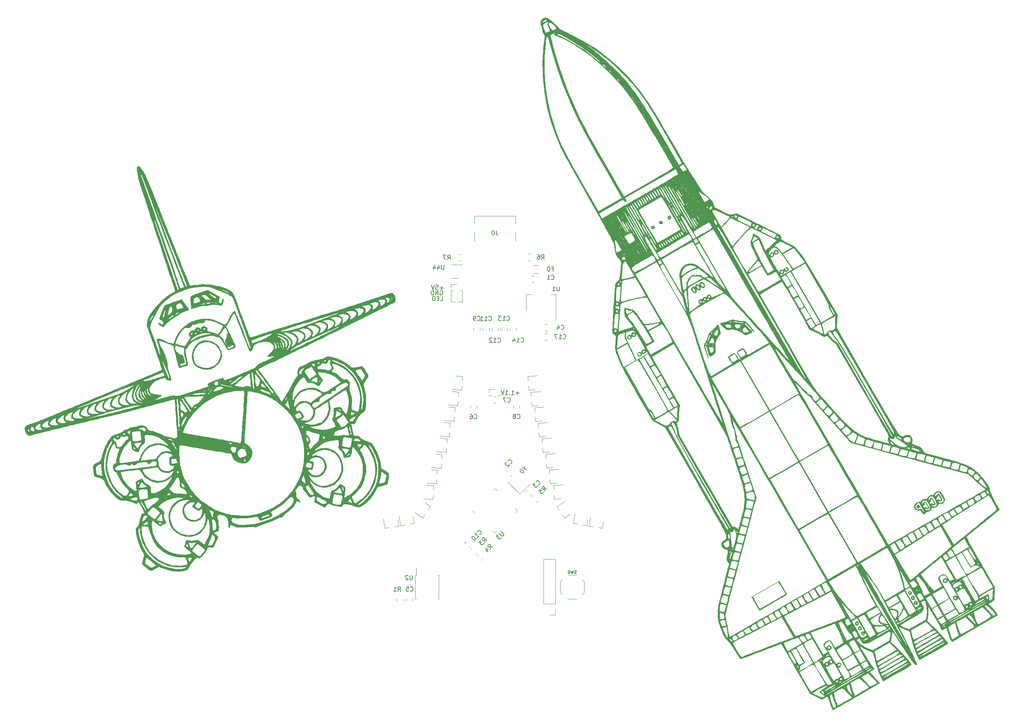
<source format=gbr>
%TF.GenerationSoftware,KiCad,Pcbnew,(6.0.6)*%
%TF.CreationDate,2022-07-22T10:15:02+02:00*%
%TF.ProjectId,knobdeavour,6b6e6f62-6465-4617-966f-75722e6b6963,1*%
%TF.SameCoordinates,Original*%
%TF.FileFunction,Legend,Bot*%
%TF.FilePolarity,Positive*%
%FSLAX46Y46*%
G04 Gerber Fmt 4.6, Leading zero omitted, Abs format (unit mm)*
G04 Created by KiCad (PCBNEW (6.0.6)) date 2022-07-22 10:15:02*
%MOMM*%
%LPD*%
G01*
G04 APERTURE LIST*
%ADD10C,0.150000*%
%ADD11C,0.120000*%
G04 APERTURE END LIST*
D10*
X141182857Y-48512380D02*
X141659047Y-48512380D01*
X141659047Y-47512380D01*
X140849523Y-47988571D02*
X140516190Y-47988571D01*
X140373333Y-48512380D02*
X140849523Y-48512380D01*
X140849523Y-47512380D01*
X140373333Y-47512380D01*
X139944761Y-48512380D02*
X139944761Y-47512380D01*
X139706666Y-47512380D01*
X139563809Y-47560000D01*
X139468571Y-47655238D01*
X139420952Y-47750476D01*
X139373333Y-47940952D01*
X139373333Y-48083809D01*
X139420952Y-48274285D01*
X139468571Y-48369523D01*
X139563809Y-48464761D01*
X139706666Y-48512380D01*
X139944761Y-48512380D01*
X159260000Y-69751428D02*
X158498095Y-69751428D01*
X158879047Y-70132380D02*
X158879047Y-69370476D01*
X157498095Y-70132380D02*
X158069523Y-70132380D01*
X157783809Y-70132380D02*
X157783809Y-69132380D01*
X157879047Y-69275238D01*
X157974285Y-69370476D01*
X158069523Y-69418095D01*
X157069523Y-70037142D02*
X157021904Y-70084761D01*
X157069523Y-70132380D01*
X157117142Y-70084761D01*
X157069523Y-70037142D01*
X157069523Y-70132380D01*
X156069523Y-70132380D02*
X156640952Y-70132380D01*
X156355238Y-70132380D02*
X156355238Y-69132380D01*
X156450476Y-69275238D01*
X156545714Y-69370476D01*
X156640952Y-69418095D01*
X155783809Y-69132380D02*
X155450476Y-70132380D01*
X155117142Y-69132380D01*
X141161904Y-46280000D02*
X141257142Y-46232380D01*
X141400000Y-46232380D01*
X141542857Y-46280000D01*
X141638095Y-46375238D01*
X141685714Y-46470476D01*
X141733333Y-46660952D01*
X141733333Y-46803809D01*
X141685714Y-46994285D01*
X141638095Y-47089523D01*
X141542857Y-47184761D01*
X141400000Y-47232380D01*
X141304761Y-47232380D01*
X141161904Y-47184761D01*
X141114285Y-47137142D01*
X141114285Y-46803809D01*
X141304761Y-46803809D01*
X140685714Y-47232380D02*
X140685714Y-46232380D01*
X140114285Y-47232380D01*
X140114285Y-46232380D01*
X139638095Y-47232380D02*
X139638095Y-46232380D01*
X139400000Y-46232380D01*
X139257142Y-46280000D01*
X139161904Y-46375238D01*
X139114285Y-46470476D01*
X139066666Y-46660952D01*
X139066666Y-46803809D01*
X139114285Y-46994285D01*
X139161904Y-47089523D01*
X139257142Y-47184761D01*
X139400000Y-47232380D01*
X139638095Y-47232380D01*
X141855714Y-45571428D02*
X141093809Y-45571428D01*
X141474761Y-45952380D02*
X141474761Y-45190476D01*
X140141428Y-44952380D02*
X140617619Y-44952380D01*
X140665238Y-45428571D01*
X140617619Y-45380952D01*
X140522380Y-45333333D01*
X140284285Y-45333333D01*
X140189047Y-45380952D01*
X140141428Y-45428571D01*
X140093809Y-45523809D01*
X140093809Y-45761904D01*
X140141428Y-45857142D01*
X140189047Y-45904761D01*
X140284285Y-45952380D01*
X140522380Y-45952380D01*
X140617619Y-45904761D01*
X140665238Y-45857142D01*
X139808095Y-44952380D02*
X139474761Y-45952380D01*
X139141428Y-44952380D01*
%TO.C,C14*%
X159672857Y-57957142D02*
X159720476Y-58004761D01*
X159863333Y-58052380D01*
X159958571Y-58052380D01*
X160101428Y-58004761D01*
X160196666Y-57909523D01*
X160244285Y-57814285D01*
X160291904Y-57623809D01*
X160291904Y-57480952D01*
X160244285Y-57290476D01*
X160196666Y-57195238D01*
X160101428Y-57100000D01*
X159958571Y-57052380D01*
X159863333Y-57052380D01*
X159720476Y-57100000D01*
X159672857Y-57147619D01*
X158720476Y-58052380D02*
X159291904Y-58052380D01*
X159006190Y-58052380D02*
X159006190Y-57052380D01*
X159101428Y-57195238D01*
X159196666Y-57290476D01*
X159291904Y-57338095D01*
X157863333Y-57385714D02*
X157863333Y-58052380D01*
X158101428Y-57004761D02*
X158339523Y-57719047D01*
X157720476Y-57719047D01*
%TO.C,C13*%
X156432857Y-52977142D02*
X156480476Y-53024761D01*
X156623333Y-53072380D01*
X156718571Y-53072380D01*
X156861428Y-53024761D01*
X156956666Y-52929523D01*
X157004285Y-52834285D01*
X157051904Y-52643809D01*
X157051904Y-52500952D01*
X157004285Y-52310476D01*
X156956666Y-52215238D01*
X156861428Y-52120000D01*
X156718571Y-52072380D01*
X156623333Y-52072380D01*
X156480476Y-52120000D01*
X156432857Y-52167619D01*
X155480476Y-53072380D02*
X156051904Y-53072380D01*
X155766190Y-53072380D02*
X155766190Y-52072380D01*
X155861428Y-52215238D01*
X155956666Y-52310476D01*
X156051904Y-52358095D01*
X155147142Y-52072380D02*
X154528095Y-52072380D01*
X154861428Y-52453333D01*
X154718571Y-52453333D01*
X154623333Y-52500952D01*
X154575714Y-52548571D01*
X154528095Y-52643809D01*
X154528095Y-52881904D01*
X154575714Y-52977142D01*
X154623333Y-53024761D01*
X154718571Y-53072380D01*
X155004285Y-53072380D01*
X155099523Y-53024761D01*
X155147142Y-52977142D01*
%TO.C,C7*%
X156606666Y-71757142D02*
X156654285Y-71804761D01*
X156797142Y-71852380D01*
X156892380Y-71852380D01*
X157035238Y-71804761D01*
X157130476Y-71709523D01*
X157178095Y-71614285D01*
X157225714Y-71423809D01*
X157225714Y-71280952D01*
X157178095Y-71090476D01*
X157130476Y-70995238D01*
X157035238Y-70900000D01*
X156892380Y-70852380D01*
X156797142Y-70852380D01*
X156654285Y-70900000D01*
X156606666Y-70947619D01*
X156273333Y-70852380D02*
X155606666Y-70852380D01*
X156035238Y-71852380D01*
%TO.C,F0*%
X166763333Y-41228571D02*
X167096666Y-41228571D01*
X167096666Y-41752380D02*
X167096666Y-40752380D01*
X166620476Y-40752380D01*
X166049047Y-40752380D02*
X165953809Y-40752380D01*
X165858571Y-40800000D01*
X165810952Y-40847619D01*
X165763333Y-40942857D01*
X165715714Y-41133333D01*
X165715714Y-41371428D01*
X165763333Y-41561904D01*
X165810952Y-41657142D01*
X165858571Y-41704761D01*
X165953809Y-41752380D01*
X166049047Y-41752380D01*
X166144285Y-41704761D01*
X166191904Y-41657142D01*
X166239523Y-41561904D01*
X166287142Y-41371428D01*
X166287142Y-41133333D01*
X166239523Y-40942857D01*
X166191904Y-40847619D01*
X166144285Y-40800000D01*
X166049047Y-40752380D01*
%TO.C,R1*%
X131436666Y-115272380D02*
X131770000Y-114796190D01*
X132008095Y-115272380D02*
X132008095Y-114272380D01*
X131627142Y-114272380D01*
X131531904Y-114320000D01*
X131484285Y-114367619D01*
X131436666Y-114462857D01*
X131436666Y-114605714D01*
X131484285Y-114700952D01*
X131531904Y-114748571D01*
X131627142Y-114796190D01*
X132008095Y-114796190D01*
X130484285Y-115272380D02*
X131055714Y-115272380D01*
X130770000Y-115272380D02*
X130770000Y-114272380D01*
X130865238Y-114415238D01*
X130960476Y-114510476D01*
X131055714Y-114558095D01*
%TO.C,R6*%
X164366666Y-39022380D02*
X164700000Y-38546190D01*
X164938095Y-39022380D02*
X164938095Y-38022380D01*
X164557142Y-38022380D01*
X164461904Y-38070000D01*
X164414285Y-38117619D01*
X164366666Y-38212857D01*
X164366666Y-38355714D01*
X164414285Y-38450952D01*
X164461904Y-38498571D01*
X164557142Y-38546190D01*
X164938095Y-38546190D01*
X163509523Y-38022380D02*
X163700000Y-38022380D01*
X163795238Y-38070000D01*
X163842857Y-38117619D01*
X163938095Y-38260476D01*
X163985714Y-38450952D01*
X163985714Y-38831904D01*
X163938095Y-38927142D01*
X163890476Y-38974761D01*
X163795238Y-39022380D01*
X163604761Y-39022380D01*
X163509523Y-38974761D01*
X163461904Y-38927142D01*
X163414285Y-38831904D01*
X163414285Y-38593809D01*
X163461904Y-38498571D01*
X163509523Y-38450952D01*
X163604761Y-38403333D01*
X163795238Y-38403333D01*
X163890476Y-38450952D01*
X163938095Y-38498571D01*
X163985714Y-38593809D01*
%TO.C,C6*%
X148951666Y-75577142D02*
X148999285Y-75624761D01*
X149142142Y-75672380D01*
X149237380Y-75672380D01*
X149380238Y-75624761D01*
X149475476Y-75529523D01*
X149523095Y-75434285D01*
X149570714Y-75243809D01*
X149570714Y-75100952D01*
X149523095Y-74910476D01*
X149475476Y-74815238D01*
X149380238Y-74720000D01*
X149237380Y-74672380D01*
X149142142Y-74672380D01*
X148999285Y-74720000D01*
X148951666Y-74767619D01*
X148094523Y-74672380D02*
X148285000Y-74672380D01*
X148380238Y-74720000D01*
X148427857Y-74767619D01*
X148523095Y-74910476D01*
X148570714Y-75100952D01*
X148570714Y-75481904D01*
X148523095Y-75577142D01*
X148475476Y-75624761D01*
X148380238Y-75672380D01*
X148189761Y-75672380D01*
X148094523Y-75624761D01*
X148046904Y-75577142D01*
X147999285Y-75481904D01*
X147999285Y-75243809D01*
X148046904Y-75148571D01*
X148094523Y-75100952D01*
X148189761Y-75053333D01*
X148380238Y-75053333D01*
X148475476Y-75100952D01*
X148523095Y-75148571D01*
X148570714Y-75243809D01*
%TO.C,C5*%
X134296666Y-115147142D02*
X134344285Y-115194761D01*
X134487142Y-115242380D01*
X134582380Y-115242380D01*
X134725238Y-115194761D01*
X134820476Y-115099523D01*
X134868095Y-115004285D01*
X134915714Y-114813809D01*
X134915714Y-114670952D01*
X134868095Y-114480476D01*
X134820476Y-114385238D01*
X134725238Y-114290000D01*
X134582380Y-114242380D01*
X134487142Y-114242380D01*
X134344285Y-114290000D01*
X134296666Y-114337619D01*
X133391904Y-114242380D02*
X133868095Y-114242380D01*
X133915714Y-114718571D01*
X133868095Y-114670952D01*
X133772857Y-114623333D01*
X133534761Y-114623333D01*
X133439523Y-114670952D01*
X133391904Y-114718571D01*
X133344285Y-114813809D01*
X133344285Y-115051904D01*
X133391904Y-115147142D01*
X133439523Y-115194761D01*
X133534761Y-115242380D01*
X133772857Y-115242380D01*
X133868095Y-115194761D01*
X133915714Y-115147142D01*
%TO.C,C1*%
X166626666Y-43577142D02*
X166674285Y-43624761D01*
X166817142Y-43672380D01*
X166912380Y-43672380D01*
X167055238Y-43624761D01*
X167150476Y-43529523D01*
X167198095Y-43434285D01*
X167245714Y-43243809D01*
X167245714Y-43100952D01*
X167198095Y-42910476D01*
X167150476Y-42815238D01*
X167055238Y-42720000D01*
X166912380Y-42672380D01*
X166817142Y-42672380D01*
X166674285Y-42720000D01*
X166626666Y-42767619D01*
X165674285Y-43672380D02*
X166245714Y-43672380D01*
X165960000Y-43672380D02*
X165960000Y-42672380D01*
X166055238Y-42815238D01*
X166150476Y-42910476D01*
X166245714Y-42958095D01*
%TO.C,C4*%
X168896666Y-55047142D02*
X168944285Y-55094761D01*
X169087142Y-55142380D01*
X169182380Y-55142380D01*
X169325238Y-55094761D01*
X169420476Y-54999523D01*
X169468095Y-54904285D01*
X169515714Y-54713809D01*
X169515714Y-54570952D01*
X169468095Y-54380476D01*
X169420476Y-54285238D01*
X169325238Y-54190000D01*
X169182380Y-54142380D01*
X169087142Y-54142380D01*
X168944285Y-54190000D01*
X168896666Y-54237619D01*
X168039523Y-54475714D02*
X168039523Y-55142380D01*
X168277619Y-54094761D02*
X168515714Y-54809047D01*
X167896666Y-54809047D01*
%TO.C,C2*%
X157270389Y-85994687D02*
X157337732Y-85994687D01*
X157472419Y-85927343D01*
X157539763Y-85860000D01*
X157607106Y-85725312D01*
X157607106Y-85590625D01*
X157573435Y-85489610D01*
X157472419Y-85321251D01*
X157371404Y-85220236D01*
X157203045Y-85119221D01*
X157102030Y-85085549D01*
X156967343Y-85085549D01*
X156832656Y-85152893D01*
X156765312Y-85220236D01*
X156697969Y-85354923D01*
X156697969Y-85422267D01*
X156428595Y-85691641D02*
X156361251Y-85691641D01*
X156260236Y-85725312D01*
X156091877Y-85893671D01*
X156058206Y-85994687D01*
X156058206Y-86062030D01*
X156091877Y-86163045D01*
X156159221Y-86230389D01*
X156293908Y-86297732D01*
X157102030Y-86297732D01*
X156664297Y-86735465D01*
%TO.C,U1*%
X168521904Y-45312380D02*
X168521904Y-46121904D01*
X168474285Y-46217142D01*
X168426666Y-46264761D01*
X168331428Y-46312380D01*
X168140952Y-46312380D01*
X168045714Y-46264761D01*
X167998095Y-46217142D01*
X167950476Y-46121904D01*
X167950476Y-45312380D01*
X166950476Y-46312380D02*
X167521904Y-46312380D01*
X167236190Y-46312380D02*
X167236190Y-45312380D01*
X167331428Y-45455238D01*
X167426666Y-45550476D01*
X167521904Y-45598095D01*
%TO.C,J0*%
X154013333Y-32442380D02*
X154013333Y-33156666D01*
X154060952Y-33299523D01*
X154156190Y-33394761D01*
X154299047Y-33442380D01*
X154394285Y-33442380D01*
X153346666Y-32442380D02*
X153251428Y-32442380D01*
X153156190Y-32490000D01*
X153108571Y-32537619D01*
X153060952Y-32632857D01*
X153013333Y-32823333D01*
X153013333Y-33061428D01*
X153060952Y-33251904D01*
X153108571Y-33347142D01*
X153156190Y-33394761D01*
X153251428Y-33442380D01*
X153346666Y-33442380D01*
X153441904Y-33394761D01*
X153489523Y-33347142D01*
X153537142Y-33251904D01*
X153584761Y-33061428D01*
X153584761Y-32823333D01*
X153537142Y-32632857D01*
X153489523Y-32537619D01*
X153441904Y-32490000D01*
X153346666Y-32442380D01*
%TO.C,U2*%
X134761904Y-111652380D02*
X134761904Y-112461904D01*
X134714285Y-112557142D01*
X134666666Y-112604761D01*
X134571428Y-112652380D01*
X134380952Y-112652380D01*
X134285714Y-112604761D01*
X134238095Y-112557142D01*
X134190476Y-112461904D01*
X134190476Y-111652380D01*
X133761904Y-111747619D02*
X133714285Y-111700000D01*
X133619047Y-111652380D01*
X133380952Y-111652380D01*
X133285714Y-111700000D01*
X133238095Y-111747619D01*
X133190476Y-111842857D01*
X133190476Y-111938095D01*
X133238095Y-112080952D01*
X133809523Y-112652380D01*
X133190476Y-112652380D01*
%TO.C,SW0*%
X172373333Y-111203333D02*
X172273333Y-111236666D01*
X172106666Y-111236666D01*
X172040000Y-111203333D01*
X172006666Y-111170000D01*
X171973333Y-111103333D01*
X171973333Y-111036666D01*
X172006666Y-110970000D01*
X172040000Y-110936666D01*
X172106666Y-110903333D01*
X172240000Y-110870000D01*
X172306666Y-110836666D01*
X172340000Y-110803333D01*
X172373333Y-110736666D01*
X172373333Y-110670000D01*
X172340000Y-110603333D01*
X172306666Y-110570000D01*
X172240000Y-110536666D01*
X172073333Y-110536666D01*
X171973333Y-110570000D01*
X171740000Y-110536666D02*
X171573333Y-111236666D01*
X171440000Y-110736666D01*
X171306666Y-111236666D01*
X171140000Y-110536666D01*
X170740000Y-110536666D02*
X170673333Y-110536666D01*
X170606666Y-110570000D01*
X170573333Y-110603333D01*
X170540000Y-110670000D01*
X170506666Y-110803333D01*
X170506666Y-110970000D01*
X170540000Y-111103333D01*
X170573333Y-111170000D01*
X170606666Y-111203333D01*
X170673333Y-111236666D01*
X170740000Y-111236666D01*
X170806666Y-111203333D01*
X170840000Y-111170000D01*
X170873333Y-111103333D01*
X170906666Y-110970000D01*
X170906666Y-110803333D01*
X170873333Y-110670000D01*
X170840000Y-110603333D01*
X170806666Y-110570000D01*
X170740000Y-110536666D01*
%TO.C,U44*%
X142028095Y-40392380D02*
X142028095Y-41201904D01*
X141980476Y-41297142D01*
X141932857Y-41344761D01*
X141837619Y-41392380D01*
X141647142Y-41392380D01*
X141551904Y-41344761D01*
X141504285Y-41297142D01*
X141456666Y-41201904D01*
X141456666Y-40392380D01*
X140551904Y-40725714D02*
X140551904Y-41392380D01*
X140790000Y-40344761D02*
X141028095Y-41059047D01*
X140409047Y-41059047D01*
X139599523Y-40725714D02*
X139599523Y-41392380D01*
X139837619Y-40344761D02*
X140075714Y-41059047D01*
X139456666Y-41059047D01*
%TO.C,R4*%
X152687732Y-105592030D02*
X152586717Y-105019610D01*
X153091793Y-105187969D02*
X152384687Y-104480862D01*
X152115312Y-104750236D01*
X152081641Y-104851251D01*
X152081641Y-104918595D01*
X152115312Y-105019610D01*
X152216328Y-105120625D01*
X152317343Y-105154297D01*
X152384687Y-105154297D01*
X152485702Y-105120625D01*
X152755076Y-104851251D01*
X151610236Y-105726717D02*
X152081641Y-106198122D01*
X151509221Y-105288984D02*
X152182656Y-105625702D01*
X151744923Y-106063435D01*
%TO.C,R3*%
X151417731Y-104052030D02*
X151316716Y-103479610D01*
X151821792Y-103647969D02*
X151114686Y-102940862D01*
X150845311Y-103210236D01*
X150811640Y-103311251D01*
X150811640Y-103378595D01*
X150845311Y-103479610D01*
X150946327Y-103580625D01*
X151047342Y-103614297D01*
X151114686Y-103614297D01*
X151215701Y-103580625D01*
X151485075Y-103311251D01*
X150474922Y-103580625D02*
X150037189Y-104018358D01*
X150542266Y-104052030D01*
X150441250Y-104153045D01*
X150407579Y-104254061D01*
X150407579Y-104321404D01*
X150441250Y-104422419D01*
X150609609Y-104590778D01*
X150710624Y-104624450D01*
X150777968Y-104624450D01*
X150878983Y-104590778D01*
X151081014Y-104388748D01*
X151114686Y-104287732D01*
X151114686Y-104220389D01*
%TO.C,Y0*%
X160539881Y-87076446D02*
X160876599Y-87413164D01*
X160405194Y-86470355D02*
X160539881Y-87076446D01*
X159933790Y-86941759D01*
X159563400Y-87312148D02*
X159496057Y-87379492D01*
X159462385Y-87480507D01*
X159462385Y-87547851D01*
X159496057Y-87648866D01*
X159597072Y-87817225D01*
X159765431Y-87985583D01*
X159933790Y-88086599D01*
X160034805Y-88120270D01*
X160102148Y-88120270D01*
X160203164Y-88086599D01*
X160270507Y-88019255D01*
X160304179Y-87918240D01*
X160304179Y-87850896D01*
X160270507Y-87749881D01*
X160169492Y-87581522D01*
X160001133Y-87413164D01*
X159832774Y-87312148D01*
X159731759Y-87278477D01*
X159664416Y-87278477D01*
X159563400Y-87312148D01*
%TO.C,C3*%
X163710389Y-90784687D02*
X163777732Y-90784687D01*
X163912419Y-90717343D01*
X163979763Y-90650000D01*
X164047106Y-90515312D01*
X164047106Y-90380625D01*
X164013435Y-90279610D01*
X163912419Y-90111251D01*
X163811404Y-90010236D01*
X163643045Y-89909221D01*
X163542030Y-89875549D01*
X163407343Y-89875549D01*
X163272656Y-89942893D01*
X163205312Y-90010236D01*
X163137969Y-90144923D01*
X163137969Y-90212267D01*
X162834923Y-90380625D02*
X162397190Y-90818358D01*
X162902267Y-90852030D01*
X162801251Y-90953045D01*
X162767580Y-91054061D01*
X162767580Y-91121404D01*
X162801251Y-91222419D01*
X162969610Y-91390778D01*
X163070625Y-91424450D01*
X163137969Y-91424450D01*
X163238984Y-91390778D01*
X163441015Y-91188748D01*
X163474687Y-91087732D01*
X163474687Y-91020389D01*
%TO.C,C10*%
X150257106Y-102227969D02*
X150324450Y-102227969D01*
X150459137Y-102160625D01*
X150526480Y-102093282D01*
X150593824Y-101958595D01*
X150593824Y-101823908D01*
X150560152Y-101722893D01*
X150459137Y-101554534D01*
X150358122Y-101453519D01*
X150189763Y-101352503D01*
X150088748Y-101318832D01*
X149954061Y-101318832D01*
X149819374Y-101386175D01*
X149752030Y-101453519D01*
X149684687Y-101588206D01*
X149684687Y-101655549D01*
X149651015Y-102968748D02*
X150055076Y-102564687D01*
X149853045Y-102766717D02*
X149145938Y-102059610D01*
X149314297Y-102093282D01*
X149448984Y-102093282D01*
X149550000Y-102059610D01*
X148506175Y-102699374D02*
X148438832Y-102766717D01*
X148405160Y-102867732D01*
X148405160Y-102935076D01*
X148438832Y-103036091D01*
X148539847Y-103204450D01*
X148708206Y-103372809D01*
X148876564Y-103473824D01*
X148977580Y-103507496D01*
X149044923Y-103507496D01*
X149145938Y-103473824D01*
X149213282Y-103406480D01*
X149246954Y-103305465D01*
X149246954Y-103238122D01*
X149213282Y-103137106D01*
X149112267Y-102968748D01*
X148943908Y-102800389D01*
X148775549Y-102699374D01*
X148674534Y-102665702D01*
X148607190Y-102665702D01*
X148506175Y-102699374D01*
%TO.C,R5*%
X165107732Y-92302031D02*
X165006717Y-91729611D01*
X165511793Y-91897970D02*
X164804687Y-91190863D01*
X164535312Y-91460237D01*
X164501641Y-91561252D01*
X164501641Y-91628596D01*
X164535312Y-91729611D01*
X164636328Y-91830626D01*
X164737343Y-91864298D01*
X164804687Y-91864298D01*
X164905702Y-91830626D01*
X165175076Y-91561252D01*
X163760862Y-92234688D02*
X164097580Y-91897970D01*
X164467969Y-92201016D01*
X164400625Y-92201016D01*
X164299610Y-92234688D01*
X164131251Y-92403046D01*
X164097580Y-92504062D01*
X164097580Y-92571405D01*
X164131251Y-92672420D01*
X164299610Y-92840779D01*
X164400625Y-92874451D01*
X164467969Y-92874451D01*
X164568984Y-92840779D01*
X164737343Y-92672420D01*
X164771015Y-92571405D01*
X164771015Y-92504062D01*
%TO.C,C12*%
X154352857Y-57997142D02*
X154400476Y-58044761D01*
X154543333Y-58092380D01*
X154638571Y-58092380D01*
X154781428Y-58044761D01*
X154876666Y-57949523D01*
X154924285Y-57854285D01*
X154971904Y-57663809D01*
X154971904Y-57520952D01*
X154924285Y-57330476D01*
X154876666Y-57235238D01*
X154781428Y-57140000D01*
X154638571Y-57092380D01*
X154543333Y-57092380D01*
X154400476Y-57140000D01*
X154352857Y-57187619D01*
X153400476Y-58092380D02*
X153971904Y-58092380D01*
X153686190Y-58092380D02*
X153686190Y-57092380D01*
X153781428Y-57235238D01*
X153876666Y-57330476D01*
X153971904Y-57378095D01*
X153019523Y-57187619D02*
X152971904Y-57140000D01*
X152876666Y-57092380D01*
X152638571Y-57092380D01*
X152543333Y-57140000D01*
X152495714Y-57187619D01*
X152448095Y-57282857D01*
X152448095Y-57378095D01*
X152495714Y-57520952D01*
X153067142Y-58092380D01*
X152448095Y-58092380D01*
%TO.C,C11*%
X152292857Y-53007142D02*
X152340476Y-53054761D01*
X152483333Y-53102380D01*
X152578571Y-53102380D01*
X152721428Y-53054761D01*
X152816666Y-52959523D01*
X152864285Y-52864285D01*
X152911904Y-52673809D01*
X152911904Y-52530952D01*
X152864285Y-52340476D01*
X152816666Y-52245238D01*
X152721428Y-52150000D01*
X152578571Y-52102380D01*
X152483333Y-52102380D01*
X152340476Y-52150000D01*
X152292857Y-52197619D01*
X151340476Y-53102380D02*
X151911904Y-53102380D01*
X151626190Y-53102380D02*
X151626190Y-52102380D01*
X151721428Y-52245238D01*
X151816666Y-52340476D01*
X151911904Y-52388095D01*
X150388095Y-53102380D02*
X150959523Y-53102380D01*
X150673809Y-53102380D02*
X150673809Y-52102380D01*
X150769047Y-52245238D01*
X150864285Y-52340476D01*
X150959523Y-52388095D01*
%TO.C,R7*%
X142836666Y-39062380D02*
X143170000Y-38586190D01*
X143408095Y-39062380D02*
X143408095Y-38062380D01*
X143027142Y-38062380D01*
X142931904Y-38110000D01*
X142884285Y-38157619D01*
X142836666Y-38252857D01*
X142836666Y-38395714D01*
X142884285Y-38490952D01*
X142931904Y-38538571D01*
X143027142Y-38586190D01*
X143408095Y-38586190D01*
X142503333Y-38062380D02*
X141836666Y-38062380D01*
X142265238Y-39062380D01*
%TO.C,C17*%
X169362857Y-57197142D02*
X169410476Y-57244761D01*
X169553333Y-57292380D01*
X169648571Y-57292380D01*
X169791428Y-57244761D01*
X169886666Y-57149523D01*
X169934285Y-57054285D01*
X169981904Y-56863809D01*
X169981904Y-56720952D01*
X169934285Y-56530476D01*
X169886666Y-56435238D01*
X169791428Y-56340000D01*
X169648571Y-56292380D01*
X169553333Y-56292380D01*
X169410476Y-56340000D01*
X169362857Y-56387619D01*
X168410476Y-57292380D02*
X168981904Y-57292380D01*
X168696190Y-57292380D02*
X168696190Y-56292380D01*
X168791428Y-56435238D01*
X168886666Y-56530476D01*
X168981904Y-56578095D01*
X168077142Y-56292380D02*
X167410476Y-56292380D01*
X167839047Y-57292380D01*
%TO.C,C9*%
X149706666Y-53007142D02*
X149754285Y-53054761D01*
X149897142Y-53102380D01*
X149992380Y-53102380D01*
X150135238Y-53054761D01*
X150230476Y-52959523D01*
X150278095Y-52864285D01*
X150325714Y-52673809D01*
X150325714Y-52530952D01*
X150278095Y-52340476D01*
X150230476Y-52245238D01*
X150135238Y-52150000D01*
X149992380Y-52102380D01*
X149897142Y-52102380D01*
X149754285Y-52150000D01*
X149706666Y-52197619D01*
X149230476Y-53102380D02*
X149040000Y-53102380D01*
X148944761Y-53054761D01*
X148897142Y-53007142D01*
X148801904Y-52864285D01*
X148754285Y-52673809D01*
X148754285Y-52292857D01*
X148801904Y-52197619D01*
X148849523Y-52150000D01*
X148944761Y-52102380D01*
X149135238Y-52102380D01*
X149230476Y-52150000D01*
X149278095Y-52197619D01*
X149325714Y-52292857D01*
X149325714Y-52530952D01*
X149278095Y-52626190D01*
X149230476Y-52673809D01*
X149135238Y-52721428D01*
X148944761Y-52721428D01*
X148849523Y-52673809D01*
X148801904Y-52626190D01*
X148754285Y-52530952D01*
%TO.C,U3*%
X155141522Y-101574026D02*
X155713942Y-102146446D01*
X155747614Y-102247461D01*
X155747614Y-102314805D01*
X155713942Y-102415820D01*
X155579255Y-102550507D01*
X155478240Y-102584179D01*
X155410896Y-102584179D01*
X155309881Y-102550507D01*
X154737461Y-101978087D01*
X154468087Y-102247461D02*
X154030355Y-102685194D01*
X154535431Y-102718866D01*
X154434416Y-102819881D01*
X154400744Y-102920896D01*
X154400744Y-102988240D01*
X154434416Y-103089255D01*
X154602774Y-103257614D01*
X154703790Y-103291286D01*
X154771133Y-103291286D01*
X154872148Y-103257614D01*
X155074179Y-103055583D01*
X155107851Y-102954568D01*
X155107851Y-102887225D01*
%TO.C,C8*%
X158841666Y-75527142D02*
X158889285Y-75574761D01*
X159032142Y-75622380D01*
X159127380Y-75622380D01*
X159270238Y-75574761D01*
X159365476Y-75479523D01*
X159413095Y-75384285D01*
X159460714Y-75193809D01*
X159460714Y-75050952D01*
X159413095Y-74860476D01*
X159365476Y-74765238D01*
X159270238Y-74670000D01*
X159127380Y-74622380D01*
X159032142Y-74622380D01*
X158889285Y-74670000D01*
X158841666Y-74717619D01*
X158270238Y-75050952D02*
X158365476Y-75003333D01*
X158413095Y-74955714D01*
X158460714Y-74860476D01*
X158460714Y-74812857D01*
X158413095Y-74717619D01*
X158365476Y-74670000D01*
X158270238Y-74622380D01*
X158079761Y-74622380D01*
X157984523Y-74670000D01*
X157936904Y-74717619D01*
X157889285Y-74812857D01*
X157889285Y-74860476D01*
X157936904Y-74955714D01*
X157984523Y-75003333D01*
X158079761Y-75050952D01*
X158270238Y-75050952D01*
X158365476Y-75098571D01*
X158413095Y-75146190D01*
X158460714Y-75241428D01*
X158460714Y-75431904D01*
X158413095Y-75527142D01*
X158365476Y-75574761D01*
X158270238Y-75622380D01*
X158079761Y-75622380D01*
X157984523Y-75574761D01*
X157936904Y-75527142D01*
X157889285Y-75431904D01*
X157889285Y-75241428D01*
X157936904Y-75146190D01*
X157984523Y-75098571D01*
X158079761Y-75050952D01*
D11*
%TO.C,D10*%
X141307933Y-86989166D02*
X139153195Y-86838492D01*
X141528364Y-83836864D02*
X140071920Y-83735019D01*
X141307933Y-86989166D02*
X141372807Y-86061432D01*
X141528364Y-83836864D02*
X141463490Y-84764598D01*
%TO.C,C14*%
X158615000Y-55381252D02*
X158615000Y-54858748D01*
X157145000Y-55381252D02*
X157145000Y-54858748D01*
%TO.C,D19*%
X167352067Y-94099166D02*
X167287193Y-93171432D01*
X167131636Y-90946864D02*
X167196510Y-91874598D01*
X167352067Y-94099166D02*
X168808510Y-93997322D01*
X167131636Y-90946864D02*
X169286374Y-90796190D01*
%TO.C,C13*%
X155065000Y-55381252D02*
X155065000Y-54858748D01*
X156535000Y-55381252D02*
X156535000Y-54858748D01*
%TO.C,D14*%
X165341636Y-83786864D02*
X167496374Y-83636190D01*
X165562067Y-86939166D02*
X165497193Y-86011432D01*
X165562067Y-86939166D02*
X167018510Y-86837322D01*
X165341636Y-83786864D02*
X165406510Y-84714598D01*
%TO.C,C7*%
X153971252Y-72025000D02*
X153448748Y-72025000D01*
X153971252Y-70555000D02*
X153448748Y-70555000D01*
%TO.C,D1*%
X144317933Y-76199166D02*
X144382807Y-75271432D01*
X144538364Y-73046864D02*
X143081920Y-72945019D01*
X144538364Y-73046864D02*
X144473490Y-73974598D01*
X144317933Y-76199166D02*
X142163195Y-76048492D01*
%TO.C,F0*%
X163602064Y-42240000D02*
X162397936Y-42240000D01*
X163602064Y-40420000D02*
X162397936Y-40420000D01*
%TO.C,R1*%
X132655000Y-117042936D02*
X132655000Y-117497064D01*
X131185000Y-117042936D02*
X131185000Y-117497064D01*
%TO.C,D2*%
X143418364Y-76616864D02*
X143353490Y-77544598D01*
X143197933Y-79769166D02*
X143262807Y-78841432D01*
X143418364Y-76616864D02*
X141961920Y-76515019D01*
X143197933Y-79769166D02*
X141043195Y-79618492D01*
%TO.C,R6*%
X161272936Y-37845000D02*
X161727064Y-37845000D01*
X161272936Y-39315000D02*
X161727064Y-39315000D01*
%TO.C,C6*%
X149540000Y-72668748D02*
X149540000Y-73191252D01*
X148070000Y-72668748D02*
X148070000Y-73191252D01*
%TO.C,C5*%
X134845000Y-117511252D02*
X134845000Y-116988748D01*
X133375000Y-117511252D02*
X133375000Y-116988748D01*
%TO.C,D5*%
X145343364Y-69456864D02*
X143886920Y-69355019D01*
X145343364Y-69456864D02*
X145278490Y-70384598D01*
X145122933Y-72609166D02*
X142968195Y-72458492D01*
X145122933Y-72609166D02*
X145187807Y-71681432D01*
%TO.C,C1*%
X162148748Y-44275000D02*
X162671252Y-44275000D01*
X162148748Y-42805000D02*
X162671252Y-42805000D01*
%TO.C,D11*%
X140277933Y-90569166D02*
X140342807Y-89641432D01*
X140277933Y-90569166D02*
X138123195Y-90418492D01*
X140498364Y-87416864D02*
X140433490Y-88344598D01*
X140498364Y-87416864D02*
X139041920Y-87315019D01*
%TO.C,D17*%
X161931636Y-69526864D02*
X161996510Y-70454598D01*
X162152067Y-72679166D02*
X163608510Y-72577322D01*
X162152067Y-72679166D02*
X162087193Y-71751432D01*
X161931636Y-69526864D02*
X164086374Y-69376190D01*
%TO.C,D13*%
X161251636Y-65896864D02*
X161316510Y-66824598D01*
X161472067Y-69049166D02*
X161407193Y-68121432D01*
X161251636Y-65896864D02*
X163406374Y-65746190D01*
X161472067Y-69049166D02*
X162928510Y-68947322D01*
%TO.C,C4*%
X165178748Y-53995000D02*
X165701252Y-53995000D01*
X165178748Y-55465000D02*
X165701252Y-55465000D01*
%TO.C,D6*%
X142708364Y-80216864D02*
X141251920Y-80115019D01*
X142708364Y-80216864D02*
X142643490Y-81144598D01*
X142487933Y-83369166D02*
X142552807Y-82441432D01*
X142487933Y-83369166D02*
X140333195Y-83218492D01*
%TO.C,C2*%
X156625010Y-87445543D02*
X156255543Y-87815010D01*
X157664457Y-88484990D02*
X157294990Y-88854457D01*
%TO.C,U1*%
X167700000Y-47120000D02*
X166440000Y-47120000D01*
X167700000Y-53130000D02*
X167700000Y-47120000D01*
X160880000Y-50880000D02*
X160880000Y-47120000D01*
X160880000Y-47120000D02*
X162140000Y-47120000D01*
%TO.C,J0*%
X149010000Y-34870000D02*
X149010000Y-32870000D01*
X158410000Y-34870000D02*
X158410000Y-32870000D01*
X158410000Y-30970000D02*
X158410000Y-29070000D01*
X149010000Y-29070000D02*
X158410000Y-29070000D01*
X149010000Y-30970000D02*
X149010000Y-29070000D01*
%TO.C,D22*%
X169713695Y-98420178D02*
X170909657Y-97582757D01*
X167901194Y-95831658D02*
X169670562Y-94592733D01*
X167901194Y-95831658D02*
X168434620Y-96593469D01*
X169713695Y-98420178D02*
X169180269Y-97658367D01*
%TO.C,U2*%
X140837500Y-117025000D02*
X140577500Y-117025000D01*
X135387500Y-117025000D02*
X135647500Y-117025000D01*
X135387500Y-114300000D02*
X135387500Y-117025000D01*
X135647500Y-111575000D02*
X135647500Y-109900000D01*
X135387500Y-111575000D02*
X135647500Y-111575000D01*
X140837500Y-111575000D02*
X140577500Y-111575000D01*
X140837500Y-114300000D02*
X140837500Y-117025000D01*
X140837500Y-114300000D02*
X140837500Y-111575000D01*
X135387500Y-114300000D02*
X135387500Y-111575000D01*
%TO.C,SW0*%
X173740000Y-112610000D02*
X174190000Y-113060000D01*
X170440000Y-117060000D02*
X172440000Y-117060000D01*
X169140000Y-112610000D02*
X168690000Y-113060000D01*
X173740000Y-116010000D02*
X174190000Y-115560000D01*
X169140000Y-116010000D02*
X168690000Y-115560000D01*
X168690000Y-113060000D02*
X168690000Y-115560000D01*
X174190000Y-113060000D02*
X174190000Y-115560000D01*
X170440000Y-111560000D02*
X172440000Y-111560000D01*
%TO.C,J2*%
X143615000Y-44785000D02*
X143615000Y-45545000D01*
X146275000Y-48780000D02*
X145252530Y-48780000D01*
X144185000Y-46180000D02*
X143615000Y-46180000D01*
X143615000Y-46180000D02*
X143615000Y-48780000D01*
X144945000Y-44785000D02*
X143615000Y-44785000D01*
X146275000Y-46180000D02*
X145705000Y-46180000D01*
X144637470Y-48780000D02*
X143615000Y-48780000D01*
X146275000Y-46180000D02*
X146275000Y-48780000D01*
%TO.C,U44*%
X144460000Y-43420000D02*
X143660000Y-43420000D01*
X144460000Y-40300000D02*
X146260000Y-40300000D01*
X144460000Y-43420000D02*
X145260000Y-43420000D01*
X144460000Y-40300000D02*
X143660000Y-40300000D01*
%TO.C,G\u002A\u002A\u002A*%
G36*
X79605368Y-52812830D02*
G01*
X79272531Y-53010803D01*
X79018191Y-53186567D01*
X78898736Y-53301308D01*
X78861006Y-53358579D01*
X78682501Y-53490591D01*
X78558257Y-53584997D01*
X78345336Y-53808089D01*
X78101894Y-54104521D01*
X77676447Y-54659059D01*
X77276459Y-54430549D01*
X77025644Y-54279277D01*
X76668712Y-54019212D01*
X76478477Y-53806072D01*
X76471324Y-53655626D01*
X76529766Y-53632070D01*
X76741433Y-53674489D01*
X77040625Y-53812611D01*
X77279701Y-53942243D01*
X77454822Y-54008843D01*
X77543957Y-53971012D01*
X77602333Y-53830509D01*
X77607614Y-53813685D01*
X77639484Y-53507631D01*
X77501697Y-53276207D01*
X77411614Y-53222746D01*
X78175939Y-53222746D01*
X78187625Y-53299524D01*
X78294732Y-53258239D01*
X78529907Y-53087007D01*
X78752333Y-52914736D01*
X78477671Y-53003337D01*
X78288349Y-53093785D01*
X78177422Y-53215301D01*
X78175939Y-53222746D01*
X77411614Y-53222746D01*
X77171924Y-53080498D01*
X77144227Y-53068030D01*
X76852664Y-52869389D01*
X76802494Y-52733268D01*
X78752814Y-52733268D01*
X78784684Y-52746551D01*
X78941959Y-52695385D01*
X79166321Y-52594284D01*
X79389331Y-52471404D01*
X79525407Y-52386484D01*
X79784245Y-52224673D01*
X79901565Y-52108313D01*
X79935037Y-51933925D01*
X79868768Y-51847341D01*
X79725803Y-51907426D01*
X79668878Y-51956477D01*
X79449423Y-52139007D01*
X79177624Y-52359772D01*
X79050622Y-52463426D01*
X78845877Y-52639469D01*
X78752814Y-52733268D01*
X76802494Y-52733268D01*
X76757641Y-52611574D01*
X76830767Y-52310956D01*
X77450222Y-52310956D01*
X77481638Y-52359152D01*
X77632409Y-52387209D01*
X77713229Y-52307498D01*
X77834242Y-52022915D01*
X77887636Y-51817949D01*
X78656013Y-51817949D01*
X78688954Y-51871264D01*
X78819467Y-51808612D01*
X78944152Y-51715507D01*
X80339616Y-51715507D01*
X80351621Y-51782300D01*
X80354561Y-51798663D01*
X80421039Y-51807642D01*
X80576161Y-51710576D01*
X80857396Y-51491234D01*
X81210591Y-51208218D01*
X80772892Y-51391385D01*
X80660367Y-51443029D01*
X80428310Y-51589838D01*
X80339616Y-51715507D01*
X78944152Y-51715507D01*
X79077865Y-51615660D01*
X79165249Y-51545500D01*
X79488873Y-51250491D01*
X79644733Y-51024183D01*
X79651455Y-50841437D01*
X79629522Y-50739073D01*
X79664558Y-50564082D01*
X79690792Y-50437359D01*
X79677411Y-50370950D01*
X80188885Y-50370950D01*
X80244440Y-50486082D01*
X80280467Y-50490812D01*
X80287143Y-50394505D01*
X80260469Y-50343835D01*
X80195566Y-50351802D01*
X80188885Y-50370950D01*
X79677411Y-50370950D01*
X79643392Y-50202109D01*
X79540920Y-49976041D01*
X79419102Y-49861423D01*
X79280593Y-49877509D01*
X79128948Y-50037747D01*
X79016877Y-50305118D01*
X78988853Y-50371976D01*
X78849312Y-50900247D01*
X78827549Y-50996887D01*
X78742440Y-51383531D01*
X78681313Y-51675223D01*
X78656195Y-51814992D01*
X78656013Y-51817949D01*
X77887636Y-51817949D01*
X77956681Y-51552905D01*
X78075462Y-50914364D01*
X78100947Y-50740247D01*
X78101985Y-50638111D01*
X78056435Y-50688350D01*
X77952746Y-50906291D01*
X77779368Y-51307260D01*
X77705449Y-51485383D01*
X77560722Y-51868580D01*
X77469920Y-52161234D01*
X77450222Y-52310956D01*
X76830767Y-52310956D01*
X76844009Y-52256520D01*
X76891374Y-52138236D01*
X77010897Y-51831947D01*
X77170592Y-51417705D01*
X77349144Y-50950620D01*
X77389914Y-50843633D01*
X77591277Y-50327064D01*
X77748363Y-49969431D01*
X77886758Y-49734753D01*
X77927453Y-49693382D01*
X80170373Y-49693382D01*
X80225927Y-49808513D01*
X80261954Y-49813244D01*
X80268630Y-49716936D01*
X80255100Y-49691234D01*
X80614623Y-49691234D01*
X80624738Y-49844928D01*
X80638272Y-50050557D01*
X80695473Y-50245885D01*
X80775159Y-50517993D01*
X80813781Y-50536867D01*
X81003760Y-50521757D01*
X81293797Y-50454988D01*
X81622016Y-50356115D01*
X81926538Y-50244689D01*
X82145486Y-50140262D01*
X82216983Y-50062390D01*
X82185340Y-50004933D01*
X82058311Y-49805647D01*
X81874074Y-49532160D01*
X81560480Y-49076422D01*
X81090885Y-49233139D01*
X81002337Y-49263338D01*
X80753255Y-49371672D01*
X80642688Y-49496345D01*
X80629855Y-49585461D01*
X80614623Y-49691234D01*
X80255100Y-49691234D01*
X80241957Y-49666266D01*
X80177054Y-49674234D01*
X80170373Y-49693382D01*
X77927453Y-49693382D01*
X78032048Y-49587050D01*
X78209817Y-49490341D01*
X78445655Y-49408646D01*
X78503824Y-49390000D01*
X78821429Y-49284220D01*
X79274701Y-49129643D01*
X79811916Y-48944001D01*
X80381347Y-48745029D01*
X81856632Y-48226542D01*
X82102610Y-48564705D01*
X82153529Y-48634995D01*
X82393851Y-48970968D01*
X82634366Y-49312083D01*
X82683303Y-49381706D01*
X82954697Y-49758273D01*
X82975556Y-49786292D01*
X83217933Y-50111871D01*
X83303144Y-50229532D01*
X83410772Y-50407417D01*
X83446754Y-50466885D01*
X83493327Y-50610403D01*
X83461158Y-50645796D01*
X83269086Y-50754803D01*
X82944327Y-50899978D01*
X82532993Y-51059747D01*
X82402930Y-51107837D01*
X81842897Y-51342576D01*
X81380954Y-51598947D01*
X80922988Y-51927685D01*
X80510917Y-52231579D01*
X80371572Y-52325382D01*
X80030033Y-52555295D01*
X79605368Y-52812830D01*
G37*
G36*
X87912551Y-57680461D02*
G01*
X88656009Y-57859335D01*
X89366845Y-58176574D01*
X90002847Y-58626513D01*
X90170930Y-58792308D01*
X90455779Y-59184993D01*
X90729113Y-59730342D01*
X90783251Y-59855249D01*
X90917455Y-60196749D01*
X90993738Y-60390859D01*
X91102371Y-60815436D01*
X91112422Y-61191896D01*
X91027161Y-61583154D01*
X90849863Y-62052128D01*
X90491375Y-62746969D01*
X89972208Y-63400329D01*
X89354612Y-63869792D01*
X89153213Y-63980055D01*
X88689143Y-64194179D01*
X88258866Y-64313924D01*
X87766290Y-64369524D01*
X87258942Y-64372015D01*
X86364210Y-64223994D01*
X85550122Y-63880497D01*
X84828573Y-63345668D01*
X84624514Y-63073140D01*
X84419589Y-62624559D01*
X84260766Y-62093103D01*
X84168322Y-61548362D01*
X84162535Y-61059929D01*
X84172283Y-61011524D01*
X84537272Y-61011524D01*
X84587411Y-61716091D01*
X84810371Y-62508622D01*
X84898737Y-62738921D01*
X85046156Y-63021949D01*
X85243522Y-63229437D01*
X85557427Y-63444840D01*
X85802177Y-63585931D01*
X86590055Y-63887140D01*
X87466037Y-64001609D01*
X87473128Y-64001771D01*
X87909179Y-63954115D01*
X88437347Y-63815215D01*
X88973049Y-63612160D01*
X89431704Y-63372042D01*
X89774366Y-63085826D01*
X90162126Y-62591229D01*
X90477270Y-62004278D01*
X90684966Y-61392316D01*
X90750379Y-60822685D01*
X90730800Y-60532937D01*
X90673048Y-60285706D01*
X90548514Y-60024899D01*
X90327830Y-59670430D01*
X90222734Y-59510555D01*
X89963274Y-59145090D01*
X89726948Y-58883855D01*
X89452081Y-58665656D01*
X89076999Y-58429294D01*
X88737782Y-58261211D01*
X88063594Y-58080909D01*
X87355866Y-58055588D01*
X86665427Y-58179215D01*
X86043106Y-58445755D01*
X85539731Y-58849176D01*
X85333958Y-59110719D01*
X85069603Y-59513116D01*
X84835871Y-59931679D01*
X84660343Y-60355563D01*
X84537272Y-61011524D01*
X84172283Y-61011524D01*
X84326465Y-60245954D01*
X84681438Y-59405375D01*
X85197497Y-58666928D01*
X85852842Y-58069187D01*
X85908580Y-58030731D01*
X86496624Y-57760490D01*
X87178684Y-57645623D01*
X87912551Y-57680461D01*
G37*
G36*
X88938125Y-46710944D02*
G01*
X89378652Y-46958061D01*
X89799590Y-47193028D01*
X90128106Y-47375164D01*
X90317060Y-47478239D01*
X90437542Y-47552405D01*
X90499516Y-47590556D01*
X90584776Y-47722396D01*
X90570874Y-47900370D01*
X90568695Y-47928252D01*
X90462816Y-48270889D01*
X90446913Y-48319033D01*
X90419293Y-48402642D01*
X90397342Y-48496779D01*
X90359943Y-48657170D01*
X90392068Y-48823798D01*
X90433090Y-48873894D01*
X90522398Y-48982958D01*
X90696238Y-49128538D01*
X90845614Y-49146889D01*
X90963686Y-48986362D01*
X91077391Y-48629819D01*
X91125153Y-48466338D01*
X91225233Y-48210494D01*
X91309822Y-48093345D01*
X91389583Y-48090013D01*
X91462219Y-48227872D01*
X91446804Y-48534755D01*
X91342715Y-48993518D01*
X91249406Y-49288177D01*
X91141222Y-49551315D01*
X91058844Y-49667358D01*
X90975584Y-49673339D01*
X90722912Y-49649178D01*
X90386344Y-49592067D01*
X90316550Y-49579228D01*
X89859650Y-49529988D01*
X89324261Y-49514092D01*
X88783182Y-49529816D01*
X88309213Y-49575433D01*
X87975153Y-49649218D01*
X87720902Y-49711137D01*
X87383919Y-49739418D01*
X87141036Y-49739089D01*
X86084918Y-49855032D01*
X84988554Y-50165996D01*
X84731555Y-50257078D01*
X84351487Y-50374390D01*
X84130148Y-50409451D01*
X84043633Y-50367355D01*
X84039233Y-50351690D01*
X84008289Y-50156895D01*
X83970627Y-49822073D01*
X83933416Y-49409523D01*
X83930861Y-49377823D01*
X86296539Y-49377823D01*
X86308012Y-49400964D01*
X86487851Y-49385668D01*
X86761845Y-49365981D01*
X86952055Y-49373014D01*
X86995059Y-49376740D01*
X87119246Y-49311353D01*
X87127224Y-49293385D01*
X87129362Y-49152978D01*
X87101562Y-49150039D01*
X87589670Y-49150039D01*
X87648442Y-49226569D01*
X87825318Y-49249107D01*
X87970790Y-49209406D01*
X88250759Y-49164587D01*
X88401978Y-49126911D01*
X88422538Y-49097828D01*
X88670326Y-49097828D01*
X88696944Y-49123843D01*
X88872901Y-49072128D01*
X88903933Y-49060081D01*
X88948581Y-49036912D01*
X89421262Y-49036912D01*
X89484177Y-49084039D01*
X89687815Y-49118940D01*
X89882639Y-49109087D01*
X89948439Y-49050293D01*
X89917619Y-49017493D01*
X89748958Y-48973678D01*
X89543168Y-48979127D01*
X89421262Y-49036912D01*
X88948581Y-49036912D01*
X89031353Y-48993959D01*
X88978615Y-48976849D01*
X88870521Y-48997856D01*
X88677844Y-49090547D01*
X88670326Y-49097828D01*
X88422538Y-49097828D01*
X88462501Y-49041299D01*
X88375007Y-48982050D01*
X88160981Y-48967152D01*
X87966177Y-48982902D01*
X87713592Y-48991370D01*
X87608128Y-49014590D01*
X87589670Y-49150039D01*
X87101562Y-49150039D01*
X86963137Y-49135405D01*
X86624497Y-49240083D01*
X86466609Y-49302208D01*
X86296539Y-49377823D01*
X83930861Y-49377823D01*
X83930729Y-49376190D01*
X83892328Y-48917204D01*
X83861789Y-48574323D01*
X84592612Y-48574323D01*
X84597614Y-48744041D01*
X84613674Y-49026759D01*
X84633444Y-49175051D01*
X84661219Y-49191885D01*
X84835166Y-49171749D01*
X85114727Y-49090540D01*
X85439908Y-48971303D01*
X85750713Y-48837081D01*
X85987151Y-48710919D01*
X86089227Y-48615862D01*
X86062039Y-48481146D01*
X85934769Y-48241826D01*
X85751923Y-47984397D01*
X85564117Y-47778730D01*
X85421964Y-47694702D01*
X85402841Y-47696146D01*
X85205334Y-47755708D01*
X84937060Y-47875585D01*
X84836807Y-47929063D01*
X84669570Y-48061825D01*
X84601083Y-48250718D01*
X84592612Y-48574323D01*
X83861789Y-48574323D01*
X83854979Y-48497863D01*
X83826420Y-48205201D01*
X83810205Y-48018979D01*
X83818694Y-47813373D01*
X83884230Y-47643420D01*
X84031203Y-47491894D01*
X84283999Y-47341568D01*
X84293881Y-47337276D01*
X86493341Y-47337276D01*
X86877999Y-47794430D01*
X87038205Y-47985607D01*
X87127451Y-48093367D01*
X87202343Y-48183797D01*
X87268164Y-48266707D01*
X87272909Y-48269211D01*
X87403654Y-48289155D01*
X87656057Y-48314039D01*
X87909799Y-48330540D01*
X88256882Y-48331793D01*
X88465943Y-48302006D01*
X88499543Y-48244275D01*
X88488670Y-48233624D01*
X88348973Y-48111815D01*
X88098048Y-47901285D01*
X87781552Y-47640435D01*
X87681224Y-47558865D01*
X87374659Y-47324502D01*
X87162299Y-47205336D01*
X86992262Y-47179026D01*
X86812666Y-47223235D01*
X86493341Y-47337276D01*
X84293881Y-47337276D01*
X84667005Y-47175216D01*
X85204609Y-46975612D01*
X85455038Y-46888215D01*
X88070435Y-46888215D01*
X88185878Y-47021220D01*
X88453767Y-47250128D01*
X88867209Y-47566290D01*
X88938862Y-47618473D01*
X89327008Y-47871369D01*
X89416021Y-47910704D01*
X89596148Y-47990304D01*
X89733344Y-47971583D01*
X89725661Y-47811509D01*
X89669570Y-47723546D01*
X89538312Y-47613281D01*
X89303394Y-47465730D01*
X88935023Y-47262255D01*
X88403417Y-46984218D01*
X88324452Y-46944509D01*
X88114329Y-46859762D01*
X88070435Y-46888215D01*
X85455038Y-46888215D01*
X85921199Y-46725530D01*
X87806596Y-46074696D01*
X88938125Y-46710944D01*
G37*
G36*
X122298792Y-75465068D02*
G01*
X121983336Y-76062385D01*
X121742651Y-76504309D01*
X121526515Y-76785314D01*
X121326445Y-76899072D01*
X121120952Y-76865592D01*
X121044347Y-76833227D01*
X120846205Y-76813691D01*
X120785476Y-76956105D01*
X120858803Y-77256846D01*
X120860357Y-77263219D01*
X120885190Y-77335337D01*
X120964882Y-77645777D01*
X120984259Y-77873917D01*
X120982941Y-77893078D01*
X121006838Y-78116094D01*
X121076979Y-78466910D01*
X121180294Y-78878554D01*
X121401460Y-79681952D01*
X121724275Y-79564457D01*
X121750408Y-79555592D01*
X122129458Y-79544198D01*
X122336313Y-79632037D01*
X122548472Y-79722127D01*
X122978312Y-80077459D01*
X123242824Y-80284722D01*
X123649214Y-80523806D01*
X123653928Y-80526113D01*
X124122167Y-80755260D01*
X124591179Y-80944659D01*
X124850270Y-81018808D01*
X124985745Y-81057580D01*
X125126103Y-81087080D01*
X125285641Y-81144715D01*
X125428710Y-81251243D01*
X125587405Y-81440142D01*
X125793827Y-81744891D01*
X126080071Y-82198968D01*
X126200985Y-82399679D01*
X126695636Y-83378606D01*
X127108549Y-84453925D01*
X127149467Y-84600943D01*
X127412761Y-85546964D01*
X127581305Y-86579050D01*
X127602667Y-86755855D01*
X127651764Y-86916044D01*
X127757668Y-87060215D01*
X127952311Y-87219635D01*
X128267622Y-87425574D01*
X128735532Y-87709298D01*
X129052938Y-87916039D01*
X129301996Y-88109728D01*
X129418318Y-88241910D01*
X129430313Y-88376548D01*
X129425002Y-88467621D01*
X129412288Y-88685678D01*
X129365575Y-89098350D01*
X129298057Y-89555910D01*
X129217618Y-89999702D01*
X129132142Y-90371075D01*
X129033148Y-90737063D01*
X126794098Y-91409890D01*
X126455026Y-92104742D01*
X126409190Y-92194525D01*
X126197481Y-92558105D01*
X125921811Y-92981679D01*
X125611848Y-93425001D01*
X125297260Y-93847824D01*
X125007713Y-94209901D01*
X124772879Y-94470983D01*
X124622422Y-94590826D01*
X124580225Y-94611122D01*
X124430682Y-94765420D01*
X124342345Y-94871617D01*
X124126009Y-95074254D01*
X123838102Y-95315120D01*
X123588500Y-95498037D01*
X123193076Y-95744172D01*
X122851350Y-95911616D01*
X122772467Y-95940695D01*
X122532950Y-96003818D01*
X122294250Y-96004272D01*
X121989931Y-95935976D01*
X121553560Y-95792849D01*
X121509734Y-95777647D01*
X120636933Y-95501543D01*
X120171783Y-95391796D01*
X122236093Y-95391796D01*
X122389731Y-95409343D01*
X122562186Y-95408491D01*
X122737008Y-95368056D01*
X122933370Y-95253910D01*
X123222527Y-95033930D01*
X123313326Y-94960932D01*
X123939758Y-94391686D01*
X124564128Y-93722188D01*
X125151998Y-92997459D01*
X125668938Y-92262519D01*
X126080512Y-91562385D01*
X126352285Y-90942079D01*
X126393306Y-90820447D01*
X126525667Y-90429732D01*
X126557842Y-90335397D01*
X127200419Y-90335397D01*
X127213006Y-90485973D01*
X127298813Y-90544517D01*
X127387538Y-90546801D01*
X127657516Y-90498620D01*
X127989541Y-90398219D01*
X128029339Y-90383856D01*
X128304446Y-90273330D01*
X128455531Y-90153053D01*
X128534447Y-89955604D01*
X128593052Y-89613564D01*
X128636092Y-89362194D01*
X128701786Y-89071169D01*
X128757773Y-88919597D01*
X128768482Y-88904807D01*
X128783356Y-88701161D01*
X128605823Y-88446731D01*
X128246089Y-88156730D01*
X128075861Y-88046998D01*
X127839821Y-87916059D01*
X127714905Y-87876749D01*
X127677135Y-87949111D01*
X127627451Y-88184585D01*
X127588123Y-88521662D01*
X127549979Y-88828974D01*
X127452686Y-89342462D01*
X127329505Y-89822273D01*
X127262846Y-90050519D01*
X127200419Y-90335397D01*
X126557842Y-90335397D01*
X126636726Y-90104117D01*
X126656912Y-90041610D01*
X126763163Y-89591289D01*
X126854944Y-89016047D01*
X126923623Y-88391521D01*
X126960563Y-87793350D01*
X126957134Y-87297172D01*
X126940266Y-86982136D01*
X126928588Y-86625047D01*
X126930087Y-86394607D01*
X126930717Y-86383966D01*
X126896891Y-85967601D01*
X126770875Y-85429742D01*
X126570982Y-84811494D01*
X126315522Y-84153964D01*
X126022809Y-83498257D01*
X125711156Y-82885479D01*
X125398875Y-82356735D01*
X125104278Y-81953131D01*
X124845678Y-81715773D01*
X124570511Y-81550866D01*
X124738854Y-81831748D01*
X124875246Y-82054156D01*
X125085698Y-82390995D01*
X125319529Y-82760911D01*
X125602349Y-83254171D01*
X125883974Y-83831114D01*
X126133268Y-84421025D01*
X126240992Y-84726725D01*
X126322894Y-84959145D01*
X126425514Y-85380720D01*
X126442234Y-85485407D01*
X126515587Y-85869918D01*
X126604117Y-86267949D01*
X126632050Y-86403281D01*
X126685402Y-86871501D01*
X126687618Y-87321042D01*
X126677892Y-87451732D01*
X126583830Y-88451126D01*
X126459669Y-89290366D01*
X126292199Y-90017434D01*
X126068207Y-90680312D01*
X125774482Y-91326984D01*
X125397811Y-92005431D01*
X125308589Y-92153813D01*
X124789875Y-92941279D01*
X124260981Y-93594848D01*
X123665903Y-94177310D01*
X122948638Y-94751456D01*
X122893964Y-94792335D01*
X122603800Y-95018169D01*
X122374040Y-95209553D01*
X122253456Y-95322822D01*
X122236093Y-95391796D01*
X120171783Y-95391796D01*
X119921298Y-95332697D01*
X119339050Y-95265445D01*
X119091068Y-95271331D01*
X118934051Y-95348924D01*
X118808280Y-95550803D01*
X118711589Y-95711539D01*
X118480856Y-95908620D01*
X118229394Y-95901986D01*
X118121768Y-95868435D01*
X117794752Y-95800090D01*
X117304322Y-95718546D01*
X116681150Y-95629211D01*
X116607910Y-95617034D01*
X116243693Y-95503731D01*
X115952384Y-95339605D01*
X115932620Y-95323714D01*
X115709784Y-95187035D01*
X115549267Y-95155957D01*
X115481029Y-95190339D01*
X115255464Y-95367633D01*
X115022741Y-95608388D01*
X114865223Y-95831290D01*
X114808007Y-95925234D01*
X114684653Y-96040907D01*
X114578246Y-96029173D01*
X114312066Y-95927309D01*
X113941338Y-95746991D01*
X113508959Y-95509445D01*
X113057825Y-95235897D01*
X112808743Y-95085522D01*
X112562991Y-94957914D01*
X112436877Y-94920161D01*
X112337242Y-94884430D01*
X112277888Y-94698013D01*
X112277522Y-94414479D01*
X112342818Y-94092567D01*
X112346713Y-94079996D01*
X112358769Y-94019140D01*
X112784363Y-94019140D01*
X112799623Y-94285642D01*
X112804301Y-94296821D01*
X112951740Y-94465687D01*
X113231020Y-94682527D01*
X113584011Y-94909667D01*
X113952583Y-95109431D01*
X114278602Y-95244148D01*
X114324577Y-95256097D01*
X114630565Y-95246385D01*
X114916067Y-95123289D01*
X115057649Y-94957531D01*
X116449083Y-94957531D01*
X116507095Y-95121398D01*
X116672308Y-95224629D01*
X116979972Y-95295555D01*
X117465341Y-95362506D01*
X117831896Y-95400800D01*
X118142466Y-95417182D01*
X118309802Y-95405767D01*
X118340257Y-95383561D01*
X118425206Y-95203534D01*
X118477251Y-94917129D01*
X118486328Y-94818457D01*
X118520009Y-94548108D01*
X118528092Y-94511737D01*
X119961035Y-94511737D01*
X120037934Y-94659443D01*
X120315517Y-94801711D01*
X120587481Y-94892853D01*
X120847929Y-94925594D01*
X120950973Y-94849942D01*
X120880782Y-94669596D01*
X120787280Y-94517490D01*
X120649759Y-94228088D01*
X120600506Y-94117194D01*
X120498779Y-94060977D01*
X120310795Y-94161040D01*
X120084631Y-94332739D01*
X119961035Y-94511737D01*
X118528092Y-94511737D01*
X118551749Y-94405296D01*
X118565581Y-94367898D01*
X118618420Y-94163838D01*
X118683228Y-93863368D01*
X118718045Y-93671750D01*
X120950818Y-93671750D01*
X120990130Y-93839414D01*
X121104574Y-94145815D01*
X121266417Y-94504003D01*
X121329439Y-94632892D01*
X121364890Y-94699288D01*
X121473627Y-94902941D01*
X121603803Y-95034006D01*
X121769213Y-95032919D01*
X122019099Y-94906510D01*
X122402706Y-94661607D01*
X123246624Y-94030460D01*
X124140735Y-93120317D01*
X124905037Y-92041505D01*
X125280407Y-91381254D01*
X125621035Y-90661256D01*
X125875192Y-89936300D01*
X126066650Y-89136769D01*
X126219181Y-88193045D01*
X126248597Y-87830917D01*
X126235831Y-87127703D01*
X126155847Y-86354165D01*
X126017993Y-85589418D01*
X125831616Y-84912574D01*
X125820306Y-84879842D01*
X125610183Y-84347740D01*
X125347786Y-83789331D01*
X125053036Y-83236346D01*
X124745860Y-82720517D01*
X124446182Y-82273575D01*
X124173926Y-81927249D01*
X123949016Y-81713271D01*
X123791377Y-81663371D01*
X123761489Y-81678446D01*
X123583717Y-81821294D01*
X123341797Y-82058319D01*
X123091397Y-82332581D01*
X122888190Y-82587142D01*
X122791828Y-82737671D01*
X122759174Y-82912852D01*
X122872595Y-83092948D01*
X122963474Y-83210650D01*
X123214138Y-83642483D01*
X123467443Y-84208100D01*
X123706189Y-84853653D01*
X123736673Y-84952573D01*
X123913169Y-85525300D01*
X124071183Y-86169197D01*
X124163025Y-86731498D01*
X124171494Y-87158359D01*
X124162001Y-87452136D01*
X124195095Y-87678748D01*
X124212475Y-87795511D01*
X124152853Y-88032718D01*
X124100847Y-88145269D01*
X124080149Y-88302994D01*
X124071853Y-88406716D01*
X124015560Y-88672532D01*
X123923192Y-89041364D01*
X123809793Y-89458202D01*
X123690411Y-89868032D01*
X123580089Y-90215844D01*
X123493874Y-90446625D01*
X123394677Y-90650330D01*
X123009559Y-91285355D01*
X122514549Y-91947430D01*
X121961762Y-92570676D01*
X121403314Y-93089217D01*
X121253324Y-93221377D01*
X121029834Y-93477186D01*
X120950818Y-93671750D01*
X118718045Y-93671750D01*
X118719347Y-93664582D01*
X118721041Y-93481669D01*
X118642298Y-93357765D01*
X118450226Y-93270219D01*
X118111935Y-93196377D01*
X117594529Y-93113587D01*
X116783026Y-92989070D01*
X116670297Y-93507697D01*
X116642355Y-93641413D01*
X116553576Y-94117117D01*
X116519155Y-94332472D01*
X116480960Y-94571431D01*
X116463015Y-94704699D01*
X116449083Y-94957531D01*
X115057649Y-94957531D01*
X115085846Y-94924519D01*
X115101675Y-94848392D01*
X115052659Y-94729723D01*
X114877530Y-94594853D01*
X114540634Y-94410140D01*
X114258864Y-94262123D01*
X113821091Y-94022976D01*
X113457670Y-93814576D01*
X113216573Y-93674742D01*
X113044532Y-93607379D01*
X112943754Y-93648306D01*
X112853292Y-93795614D01*
X112784363Y-94019140D01*
X112358769Y-94019140D01*
X112418718Y-93716525D01*
X112354580Y-93517699D01*
X112147198Y-93477042D01*
X111789467Y-93588078D01*
X111640334Y-93649332D01*
X111399268Y-93715605D01*
X111216910Y-93674852D01*
X111000827Y-93518970D01*
X110972031Y-93494637D01*
X110717755Y-93224280D01*
X110538317Y-92945978D01*
X110442624Y-92750559D01*
X110210103Y-92404227D01*
X109867370Y-92049460D01*
X109814021Y-91998254D01*
X109673625Y-91805882D01*
X109680309Y-91628939D01*
X109693596Y-91538406D01*
X109627503Y-91385878D01*
X110366410Y-91385878D01*
X110403430Y-91628321D01*
X110564910Y-91952147D01*
X110859670Y-92396899D01*
X111071277Y-92687963D01*
X111295353Y-92951298D01*
X111477220Y-93089524D01*
X111654433Y-93137645D01*
X111731432Y-93143883D01*
X111913294Y-93152267D01*
X112001733Y-93115095D01*
X112091943Y-93003091D01*
X112095704Y-92998078D01*
X112127384Y-92899391D01*
X112083261Y-92750717D01*
X111944869Y-92512218D01*
X111693741Y-92144057D01*
X111631495Y-92054811D01*
X111393155Y-91700103D01*
X111209334Y-91406564D01*
X111115614Y-91230428D01*
X110971698Y-90974744D01*
X110786675Y-90909854D01*
X110559836Y-91052775D01*
X110445028Y-91185270D01*
X110366410Y-91385878D01*
X109627503Y-91385878D01*
X109598011Y-91317817D01*
X109365650Y-91129224D01*
X109048555Y-91022576D01*
X109031732Y-91020284D01*
X108846188Y-91027722D01*
X108684411Y-91134799D01*
X108479776Y-91383833D01*
X108287118Y-91647333D01*
X108095002Y-91940760D01*
X108005861Y-92153848D01*
X108000910Y-92338867D01*
X108061363Y-92548086D01*
X108069403Y-92571098D01*
X108099126Y-92708019D01*
X108148908Y-92937344D01*
X108170734Y-93320974D01*
X108167781Y-93539223D01*
X108194798Y-93654287D01*
X108210757Y-93722254D01*
X108341312Y-93893318D01*
X108598656Y-94126200D01*
X108695204Y-94212346D01*
X108958744Y-94506429D01*
X109040442Y-94736850D01*
X109038428Y-94785324D01*
X109006005Y-94886131D01*
X108894679Y-94872705D01*
X108652430Y-94746315D01*
X108270121Y-94531728D01*
X107984016Y-95123171D01*
X107812954Y-95448079D01*
X107581111Y-95794999D01*
X107286208Y-96130704D01*
X106889601Y-96498245D01*
X106352651Y-96940670D01*
X106247132Y-97023568D01*
X105945754Y-97249976D01*
X105707445Y-97415639D01*
X105671964Y-97440471D01*
X105448041Y-97662329D01*
X105243265Y-97950184D01*
X105238064Y-97959205D01*
X105078086Y-98199531D01*
X104923311Y-98299446D01*
X104692623Y-98312290D01*
X104607758Y-98312338D01*
X104361523Y-98356562D01*
X104048250Y-98481086D01*
X103612821Y-98706008D01*
X103348164Y-98839514D01*
X102811267Y-99078164D01*
X102133084Y-99353688D01*
X101351717Y-99651275D01*
X100505267Y-99956116D01*
X99631834Y-100253401D01*
X99375632Y-100359397D01*
X99070240Y-100530053D01*
X99063244Y-100534823D01*
X98809254Y-100640039D01*
X98548660Y-100570471D01*
X98443383Y-100533018D01*
X98119666Y-100491773D01*
X97749928Y-100509023D01*
X97621821Y-100525177D01*
X97143184Y-100569238D01*
X96571131Y-100604962D01*
X95967039Y-100630182D01*
X95392291Y-100642729D01*
X94908268Y-100640435D01*
X94576351Y-100621132D01*
X94430959Y-100592967D01*
X94047816Y-100462829D01*
X93676200Y-100277887D01*
X93488452Y-100169770D01*
X93243165Y-100049106D01*
X93113851Y-100014298D01*
X93053634Y-100112122D01*
X93010975Y-100336870D01*
X92937387Y-100576351D01*
X92781534Y-100704648D01*
X92598148Y-100662479D01*
X92566402Y-100586227D01*
X92550103Y-100343307D01*
X92572701Y-100008754D01*
X92591373Y-99826960D01*
X92590115Y-99502252D01*
X92516124Y-99194092D01*
X92429410Y-98988300D01*
X93271504Y-98988300D01*
X93371277Y-99237828D01*
X93626209Y-99493772D01*
X93990283Y-99725650D01*
X94417483Y-99902983D01*
X94861793Y-99995291D01*
X94960007Y-100003592D01*
X95973110Y-100033788D01*
X97104943Y-99980115D01*
X98285874Y-99845613D01*
X98625987Y-99790916D01*
X99166514Y-99680703D01*
X99737199Y-99531365D01*
X100393648Y-99327770D01*
X101191466Y-99054782D01*
X101838491Y-98820910D01*
X102633058Y-98507954D01*
X103320425Y-98195683D01*
X103960074Y-97854058D01*
X104611493Y-97453037D01*
X105334164Y-96962577D01*
X105677613Y-96716611D01*
X106366284Y-96175281D01*
X106878792Y-95685874D01*
X107231306Y-95228966D01*
X107439988Y-94785136D01*
X107521006Y-94334958D01*
X107521512Y-94110082D01*
X107460345Y-93921606D01*
X107290407Y-93763095D01*
X107183671Y-93689814D01*
X107015515Y-93629096D01*
X106839378Y-93674687D01*
X106610033Y-93844176D01*
X106282253Y-94155150D01*
X106048690Y-94383694D01*
X105791653Y-94629697D01*
X105624407Y-94783159D01*
X105561595Y-94837141D01*
X105332452Y-95033824D01*
X105059503Y-95267892D01*
X104808050Y-95470352D01*
X104262656Y-95861761D01*
X103604073Y-96290587D01*
X102882780Y-96723081D01*
X102295259Y-97060890D01*
X102486549Y-97404782D01*
X102514550Y-97456247D01*
X102578082Y-97607251D01*
X102616616Y-97698835D01*
X102619856Y-97896552D01*
X102502926Y-98070535D01*
X102244486Y-98241921D01*
X101823193Y-98431847D01*
X101217704Y-98661453D01*
X100831141Y-98801086D01*
X100424745Y-98940548D01*
X100151407Y-99017334D01*
X99971503Y-99039098D01*
X99845407Y-99013496D01*
X99733495Y-98948181D01*
X99540357Y-98749152D01*
X99379032Y-98462100D01*
X99352066Y-98385405D01*
X99336821Y-98350870D01*
X100155764Y-98350870D01*
X100179877Y-98468935D01*
X100282535Y-98477891D01*
X100528501Y-98424658D01*
X100861184Y-98327280D01*
X101224296Y-98204772D01*
X101561547Y-98076147D01*
X101816650Y-97960423D01*
X101933317Y-97876611D01*
X101940823Y-97839194D01*
X101878333Y-97687176D01*
X101872545Y-97681357D01*
X101728213Y-97660265D01*
X101432013Y-97731330D01*
X100965297Y-97898877D01*
X100668757Y-98016186D01*
X100365406Y-98149752D01*
X100206008Y-98252895D01*
X100155764Y-98350870D01*
X99336821Y-98350870D01*
X99308929Y-98287683D01*
X99240556Y-98225754D01*
X99115875Y-98199290D01*
X98903817Y-98207965D01*
X98573312Y-98251445D01*
X98093287Y-98329407D01*
X97432673Y-98441520D01*
X97362073Y-98452086D01*
X96983299Y-98487425D01*
X96499796Y-98510862D01*
X95998496Y-98517777D01*
X95818626Y-98517785D01*
X95391334Y-98526775D01*
X95057758Y-98546271D01*
X94878188Y-98573285D01*
X94779809Y-98586328D01*
X94501456Y-98566153D01*
X94155244Y-98501014D01*
X93888277Y-98450416D01*
X93564345Y-98467603D01*
X93370052Y-98626717D01*
X93273969Y-98943538D01*
X93271504Y-98988300D01*
X92429410Y-98988300D01*
X92350956Y-98802112D01*
X92227646Y-98550331D01*
X92033874Y-98249538D01*
X91799190Y-98046451D01*
X91466591Y-97897783D01*
X90979075Y-97760240D01*
X90972338Y-97758555D01*
X90557806Y-97682655D01*
X90290367Y-97721184D01*
X90123982Y-97896580D01*
X90061677Y-98083836D01*
X90012617Y-98231283D01*
X90005515Y-98262757D01*
X89994372Y-98526082D01*
X90119056Y-98711758D01*
X90210022Y-98825372D01*
X90268022Y-99050380D01*
X90267632Y-99082784D01*
X90263604Y-99417874D01*
X90258378Y-99608854D01*
X90284783Y-99925778D01*
X90348759Y-100119864D01*
X90392496Y-100241382D01*
X90416823Y-100533144D01*
X90395964Y-100897457D01*
X90321304Y-101516856D01*
X89755305Y-101659103D01*
X89586982Y-101703642D01*
X89320347Y-101803721D01*
X89252782Y-101914807D01*
X89382090Y-102064671D01*
X89706072Y-102281088D01*
X89846898Y-102372660D01*
X89994041Y-102484954D01*
X90079937Y-102550506D01*
X90191933Y-102675923D01*
X90194338Y-102684615D01*
X90169699Y-102868470D01*
X90068900Y-103187997D01*
X89913186Y-103595002D01*
X89723808Y-104041291D01*
X89522015Y-104478672D01*
X89329053Y-104858950D01*
X89166175Y-105133931D01*
X89054626Y-105255422D01*
X89040566Y-105260024D01*
X88792452Y-105276249D01*
X88485949Y-105226394D01*
X88288911Y-105189705D01*
X87977013Y-105216879D01*
X87774840Y-105349607D01*
X87730014Y-105566465D01*
X87710139Y-105640438D01*
X87697043Y-105689178D01*
X87549529Y-105946422D01*
X87315274Y-106284200D01*
X87027228Y-106661259D01*
X86718342Y-107036345D01*
X86421567Y-107368205D01*
X86169853Y-107615584D01*
X85996149Y-107737230D01*
X85830855Y-107748930D01*
X85578504Y-107673739D01*
X85419829Y-107610947D01*
X85245607Y-107636778D01*
X85004559Y-107790503D01*
X84858983Y-107917154D01*
X84585269Y-108219986D01*
X84334517Y-108563520D01*
X84194966Y-108780534D01*
X83966688Y-109130260D01*
X83789368Y-109395816D01*
X83788641Y-109396881D01*
X83788507Y-109397077D01*
X83582900Y-109712809D01*
X83379896Y-110045510D01*
X83356404Y-110085173D01*
X83231830Y-110258584D01*
X83073174Y-110380280D01*
X82822308Y-110484114D01*
X82421103Y-110603946D01*
X81779873Y-110737244D01*
X81006502Y-110763660D01*
X80703543Y-110743754D01*
X80339696Y-110731259D01*
X80098543Y-110736783D01*
X80073281Y-110738013D01*
X79821164Y-110706407D01*
X79421194Y-110618071D01*
X78919512Y-110485775D01*
X78362261Y-110322289D01*
X77795584Y-110140382D01*
X77265626Y-109952823D01*
X76658334Y-109725030D01*
X75826141Y-110150200D01*
X75397969Y-110358863D01*
X75008027Y-110509462D01*
X74719334Y-110552662D01*
X74488905Y-110493648D01*
X74273755Y-110337610D01*
X74140031Y-110222149D01*
X73842866Y-109983394D01*
X73513300Y-109733138D01*
X73251112Y-109530028D01*
X72925634Y-109216344D01*
X72774804Y-108950747D01*
X72783390Y-108711924D01*
X72812882Y-108620257D01*
X73488148Y-108620257D01*
X73504947Y-108823319D01*
X73505516Y-108824686D01*
X73626183Y-108981136D01*
X73867460Y-109213727D01*
X74177723Y-109472636D01*
X74407002Y-109647427D01*
X74681242Y-109815853D01*
X74918057Y-109862206D01*
X75193458Y-109794496D01*
X75583454Y-109620727D01*
X75736536Y-109541374D01*
X75922914Y-109383937D01*
X75903121Y-109235359D01*
X75680588Y-109076397D01*
X75556391Y-109006162D01*
X75384115Y-108889116D01*
X75169779Y-108717222D01*
X74875514Y-108459649D01*
X74463445Y-108085566D01*
X74444575Y-108068371D01*
X74157353Y-107825359D01*
X73927310Y-107663008D01*
X73802731Y-107615661D01*
X73707493Y-107737909D01*
X73608786Y-107999013D01*
X73529216Y-108319308D01*
X73488148Y-108620257D01*
X72812882Y-108620257D01*
X72825513Y-108580999D01*
X72898665Y-108288607D01*
X72923886Y-108177535D01*
X73004194Y-107878309D01*
X73109091Y-107522763D01*
X73195319Y-107184603D01*
X73203385Y-106841250D01*
X73080490Y-106523204D01*
X72809063Y-106150074D01*
X72762203Y-106088682D01*
X72544284Y-105716573D01*
X72303734Y-105194443D01*
X72057552Y-104570576D01*
X71822731Y-103893256D01*
X71616270Y-103210765D01*
X71455166Y-102571390D01*
X71356415Y-102023414D01*
X71315756Y-101660751D01*
X71307870Y-101450079D01*
X71914860Y-101450079D01*
X71928053Y-101541582D01*
X71970551Y-101869896D01*
X72014332Y-102242652D01*
X72048559Y-102446415D01*
X72180379Y-102941318D01*
X72383095Y-103544745D01*
X72635547Y-104205246D01*
X72916576Y-104871367D01*
X73205022Y-105491659D01*
X73479726Y-106014669D01*
X73719528Y-106388948D01*
X74446498Y-107236578D01*
X75439495Y-108138996D01*
X76533069Y-108895623D01*
X76659487Y-108960065D01*
X77698057Y-109489473D01*
X78905299Y-109903557D01*
X80125634Y-110120887D01*
X80256727Y-110132531D01*
X80669645Y-110165543D01*
X81091545Y-110195492D01*
X81181944Y-110199719D01*
X81598241Y-110186376D01*
X82024713Y-110131189D01*
X82405245Y-110046026D01*
X82683728Y-109942756D01*
X82804052Y-109833250D01*
X82807424Y-109754015D01*
X82734665Y-109694732D01*
X82534061Y-109697482D01*
X82165631Y-109757520D01*
X82046577Y-109776211D01*
X81546121Y-109811388D01*
X80965357Y-109806362D01*
X80401753Y-109764198D01*
X79952774Y-109687960D01*
X79944860Y-109685943D01*
X79686248Y-109636935D01*
X79525720Y-109636069D01*
X79490847Y-109642024D01*
X79262450Y-109607066D01*
X78899090Y-109499460D01*
X78442984Y-109336970D01*
X77936350Y-109137361D01*
X77421405Y-108918395D01*
X76940367Y-108697839D01*
X76535455Y-108493454D01*
X76248884Y-108323006D01*
X76122873Y-108204257D01*
X76052213Y-108131321D01*
X75852800Y-107962309D01*
X75573164Y-107740901D01*
X75020291Y-107254728D01*
X74362558Y-106533552D01*
X73753431Y-105720731D01*
X73239957Y-104880043D01*
X72869186Y-104075271D01*
X72868294Y-104072864D01*
X72653898Y-103417414D01*
X72477599Y-102730421D01*
X72350436Y-102069253D01*
X72283452Y-101491279D01*
X72287686Y-101053870D01*
X72291496Y-100918865D01*
X72268688Y-100854393D01*
X72647103Y-100854393D01*
X72668189Y-101273182D01*
X72713098Y-101750204D01*
X72778547Y-102237793D01*
X72861255Y-102688284D01*
X72963878Y-103085593D01*
X73238831Y-103862467D01*
X73602283Y-104662484D01*
X74023519Y-105426966D01*
X74471823Y-106097232D01*
X74916479Y-106614603D01*
X75106903Y-106803171D01*
X75296563Y-106999586D01*
X75377159Y-107095482D01*
X75390193Y-107111427D01*
X75527608Y-107231575D01*
X75781095Y-107435633D01*
X76109575Y-107690242D01*
X76509987Y-107968045D01*
X77160288Y-108349269D01*
X77868680Y-108704245D01*
X78560600Y-108996355D01*
X79161487Y-109188985D01*
X79337086Y-109227796D01*
X79954892Y-109321682D01*
X80660224Y-109382583D01*
X81359786Y-109404132D01*
X81960279Y-109379966D01*
X82063137Y-109369783D01*
X82583407Y-109295336D01*
X82918755Y-109193582D01*
X83094091Y-109053578D01*
X83134325Y-108864388D01*
X83095567Y-108634137D01*
X82990563Y-108276853D01*
X82850526Y-107928606D01*
X82733755Y-107712521D01*
X83302928Y-107712521D01*
X83335210Y-107911508D01*
X83413385Y-108122959D01*
X83437149Y-108187237D01*
X83617272Y-108583685D01*
X83894667Y-108178774D01*
X83975194Y-108055871D01*
X84105879Y-107822133D01*
X84145380Y-107692530D01*
X84114517Y-107658976D01*
X83933986Y-107607745D01*
X83677021Y-107593518D01*
X83437672Y-107617574D01*
X83309987Y-107681188D01*
X83302928Y-107712521D01*
X82733755Y-107712521D01*
X82703211Y-107655999D01*
X82576380Y-107525637D01*
X82482229Y-107506672D01*
X82201984Y-107485546D01*
X81848143Y-107483277D01*
X81032614Y-107461686D01*
X79867831Y-107268598D01*
X78763327Y-106877912D01*
X77705431Y-106284333D01*
X76680471Y-105482569D01*
X76463848Y-105282317D01*
X76086654Y-104890177D01*
X75759370Y-104473299D01*
X75465939Y-104000930D01*
X75190305Y-103442316D01*
X74916414Y-102766705D01*
X74628209Y-101943344D01*
X74309634Y-100941478D01*
X74290479Y-100881570D01*
X74150419Y-100578127D01*
X73989679Y-100463234D01*
X73774140Y-100435644D01*
X73447120Y-100404856D01*
X73109698Y-100380572D01*
X72836405Y-100368044D01*
X72701769Y-100372519D01*
X72689533Y-100382168D01*
X72653124Y-100541500D01*
X72647103Y-100854393D01*
X72268688Y-100854393D01*
X72250471Y-100802898D01*
X72148618Y-100826442D01*
X72024020Y-100986718D01*
X71933094Y-101219680D01*
X71914860Y-101450079D01*
X71307870Y-101450079D01*
X71299050Y-101214451D01*
X71352613Y-100890514D01*
X71488194Y-100636056D01*
X71717545Y-100398193D01*
X71729143Y-100387778D01*
X71943443Y-100129554D01*
X72004263Y-99999115D01*
X73003879Y-99999115D01*
X73328884Y-100004899D01*
X73594519Y-100008048D01*
X73892846Y-99993187D01*
X74015091Y-99943071D01*
X74987399Y-99943071D01*
X75017451Y-100502564D01*
X75092262Y-101128537D01*
X75206518Y-101756614D01*
X75349613Y-102211507D01*
X75588992Y-102765598D01*
X75888309Y-103347775D01*
X76211378Y-103887670D01*
X76522015Y-104314912D01*
X76862522Y-104695670D01*
X77789761Y-105524607D01*
X78808404Y-106159944D01*
X79914404Y-106599905D01*
X81103717Y-106842710D01*
X82372295Y-106886582D01*
X82593801Y-106871978D01*
X83096725Y-106814284D01*
X83543453Y-106735766D01*
X83653145Y-106709569D01*
X83953362Y-106600746D01*
X84048056Y-106467840D01*
X83939680Y-106291640D01*
X83630690Y-106052940D01*
X83548671Y-105992493D01*
X84248275Y-105992493D01*
X84349341Y-106113523D01*
X84594583Y-106302771D01*
X84726322Y-106404079D01*
X84943545Y-106591830D01*
X85045981Y-106712004D01*
X85057602Y-106736457D01*
X85161231Y-106786553D01*
X85184030Y-106786793D01*
X85337965Y-106868585D01*
X85557157Y-107041626D01*
X85623949Y-107098140D01*
X85678657Y-107134463D01*
X85841793Y-107242775D01*
X85982454Y-107277142D01*
X86035495Y-107237965D01*
X86202823Y-107063007D01*
X86410695Y-106807634D01*
X86498526Y-106693615D01*
X86758632Y-106366767D01*
X86980991Y-106100559D01*
X87230223Y-105815113D01*
X86922651Y-105551537D01*
X86722614Y-105381981D01*
X86262565Y-105007961D01*
X85885622Y-104724791D01*
X85616667Y-104550558D01*
X85480584Y-104503347D01*
X85413093Y-104552007D01*
X85227474Y-104731159D01*
X84980608Y-104993608D01*
X84717314Y-105289816D01*
X84482412Y-105570245D01*
X84320720Y-105785354D01*
X84261377Y-105882980D01*
X84248275Y-105992493D01*
X83548671Y-105992493D01*
X83489959Y-105949223D01*
X83171290Y-105680401D01*
X82860836Y-105384489D01*
X82439905Y-104952097D01*
X82541494Y-104608145D01*
X82925178Y-104608145D01*
X82929414Y-104826066D01*
X83075049Y-105044999D01*
X83191148Y-105137652D01*
X83307086Y-105171556D01*
X83298776Y-105040845D01*
X83268319Y-104917965D01*
X83232583Y-104665758D01*
X83185569Y-104493718D01*
X83058798Y-104472396D01*
X82925178Y-104608145D01*
X82541494Y-104608145D01*
X82651852Y-104234504D01*
X82656970Y-104217252D01*
X82669887Y-104177834D01*
X83507064Y-104177834D01*
X83511386Y-104249368D01*
X83536709Y-104365914D01*
X83562844Y-104486197D01*
X83654306Y-104806617D01*
X83708665Y-104971748D01*
X83847532Y-105279979D01*
X83995900Y-105387670D01*
X84182924Y-105303338D01*
X84437765Y-105035503D01*
X84618827Y-104818645D01*
X84881811Y-104497570D01*
X85033042Y-104295032D01*
X85090302Y-104181112D01*
X85071370Y-104125889D01*
X84994026Y-104099445D01*
X84858386Y-104092288D01*
X84598680Y-104141773D01*
X84561123Y-104152755D01*
X84283600Y-104177958D01*
X83950717Y-104152016D01*
X83855313Y-104138866D01*
X83613500Y-104133526D01*
X83507064Y-104177834D01*
X82669887Y-104177834D01*
X82774348Y-103859048D01*
X82880711Y-103596094D01*
X82953604Y-103484223D01*
X82967948Y-103481103D01*
X83145081Y-103502610D01*
X83411989Y-103578439D01*
X83538820Y-103619052D01*
X84183195Y-103721282D01*
X84755803Y-103628192D01*
X84931337Y-103569405D01*
X85261475Y-103504375D01*
X85556147Y-103543676D01*
X85878357Y-103702384D01*
X85999167Y-103788198D01*
X86291109Y-103995575D01*
X86984400Y-104524500D01*
X86994836Y-104511323D01*
X87992715Y-104511323D01*
X87999688Y-104657646D01*
X88089312Y-104745731D01*
X88312611Y-104788457D01*
X88595768Y-104738126D01*
X88722868Y-104678820D01*
X88887842Y-104531719D01*
X89045987Y-104274902D01*
X89231874Y-103860683D01*
X89408091Y-103369240D01*
X89465384Y-102991839D01*
X89395241Y-102702899D01*
X89196570Y-102459034D01*
X89131745Y-102413117D01*
X88944511Y-102357404D01*
X88790537Y-102383465D01*
X88754240Y-102486128D01*
X88754656Y-102487334D01*
X88737691Y-102624222D01*
X88640400Y-102912713D01*
X88457726Y-103366238D01*
X88184608Y-103998227D01*
X88074653Y-104257664D01*
X87992715Y-104511323D01*
X86994836Y-104511323D01*
X87205514Y-104245310D01*
X87213876Y-104234445D01*
X87344570Y-104021684D01*
X87514711Y-103693303D01*
X87701512Y-103300403D01*
X87882187Y-102894090D01*
X88033947Y-102525468D01*
X88134005Y-102245639D01*
X88159574Y-102105708D01*
X88158595Y-102102558D01*
X88168303Y-101950647D01*
X88223345Y-101697852D01*
X88270782Y-101361004D01*
X88275277Y-100854549D01*
X88234976Y-100268436D01*
X88154654Y-99669389D01*
X88053621Y-99192698D01*
X88798332Y-99192698D01*
X88854452Y-99594711D01*
X88909324Y-99972743D01*
X88937926Y-100282841D01*
X88932835Y-100450079D01*
X88927385Y-100472891D01*
X88923995Y-100687590D01*
X88958854Y-100984850D01*
X88974314Y-101072356D01*
X89030840Y-101281451D01*
X89126365Y-101336301D01*
X89315707Y-101282658D01*
X89519999Y-101181560D01*
X89713310Y-100969062D01*
X89800445Y-100648641D01*
X89787636Y-100191045D01*
X89681110Y-99567022D01*
X89607996Y-99322872D01*
X89417356Y-98997795D01*
X89173920Y-98813214D01*
X88914371Y-98805557D01*
X88862979Y-98833515D01*
X88800053Y-98953722D01*
X88798332Y-99192698D01*
X88053621Y-99192698D01*
X88039089Y-99124133D01*
X87859765Y-98448070D01*
X87767590Y-99113363D01*
X87757089Y-99183744D01*
X87520401Y-100018218D01*
X87091928Y-100819526D01*
X86492287Y-101548304D01*
X86276714Y-101758006D01*
X86025042Y-101969190D01*
X85758689Y-102134214D01*
X85414582Y-102290502D01*
X84929651Y-102475476D01*
X84858751Y-102501487D01*
X84404904Y-102661585D01*
X84068357Y-102755696D01*
X83776095Y-102794243D01*
X83455097Y-102787651D01*
X83032344Y-102746346D01*
X82820800Y-102718898D01*
X81787698Y-102464207D01*
X80843225Y-102025763D01*
X80693730Y-101919385D01*
X80414440Y-101678344D01*
X80114630Y-101388086D01*
X79856702Y-101109938D01*
X79703056Y-100905227D01*
X79632740Y-100797333D01*
X79505847Y-100674219D01*
X79496610Y-100667551D01*
X79407624Y-100523098D01*
X79278510Y-100238022D01*
X79133851Y-99865754D01*
X78989828Y-99409966D01*
X78824192Y-98431706D01*
X78826277Y-98373596D01*
X79219883Y-98373596D01*
X79221708Y-98406391D01*
X79285439Y-98810799D01*
X79416458Y-99286894D01*
X79594912Y-99788067D01*
X79800945Y-100267703D01*
X80014705Y-100679192D01*
X80216335Y-100975921D01*
X80385984Y-101111278D01*
X80432975Y-101136347D01*
X80611735Y-101273799D01*
X80850118Y-101485197D01*
X81080741Y-101675654D01*
X81725358Y-102038559D01*
X82483357Y-102283192D01*
X83300700Y-102395112D01*
X84123345Y-102359880D01*
X84151012Y-102355990D01*
X84460166Y-102310197D01*
X84681069Y-102260730D01*
X84881787Y-102181025D01*
X85130389Y-102044523D01*
X85494940Y-101824664D01*
X85552400Y-101789232D01*
X86211761Y-101291868D01*
X86720016Y-100729736D01*
X87045565Y-100137228D01*
X87094165Y-99996324D01*
X87233405Y-99416327D01*
X87312900Y-98781563D01*
X87321682Y-98348968D01*
X87818693Y-98348968D01*
X87887374Y-98380995D01*
X87903523Y-98346365D01*
X89434634Y-98346365D01*
X89530942Y-98353041D01*
X89581612Y-98326368D01*
X89573644Y-98261465D01*
X89554497Y-98254784D01*
X89439365Y-98310339D01*
X89434634Y-98346365D01*
X87903523Y-98346365D01*
X87919402Y-98312313D01*
X87850719Y-98280285D01*
X87818693Y-98348968D01*
X87321682Y-98348968D01*
X87325187Y-98176285D01*
X87262805Y-97684740D01*
X87142035Y-97204296D01*
X86938211Y-97706356D01*
X86736978Y-98103243D01*
X86289516Y-98648822D01*
X85725487Y-99048410D01*
X85080787Y-99279285D01*
X84391309Y-99318722D01*
X84193480Y-99291544D01*
X83609048Y-99121451D01*
X83063991Y-98846041D01*
X82645091Y-98505718D01*
X82447443Y-98236095D01*
X82205493Y-97731769D01*
X82050535Y-97184235D01*
X82015933Y-96689787D01*
X82031060Y-96594364D01*
X82422852Y-96594364D01*
X82451583Y-96991416D01*
X82595567Y-97472722D01*
X82670250Y-97657318D01*
X83032715Y-98235665D01*
X83519480Y-98648713D01*
X84111159Y-98883601D01*
X84788359Y-98927462D01*
X84997928Y-98908165D01*
X85308330Y-98848200D01*
X85561034Y-98724658D01*
X85860463Y-98495463D01*
X86180262Y-98158778D01*
X86474159Y-97594760D01*
X86583338Y-96949090D01*
X86566485Y-96625765D01*
X86553067Y-96591719D01*
X88122895Y-96591719D01*
X88178802Y-96676968D01*
X88192954Y-96692374D01*
X88252327Y-96800183D01*
X88287840Y-96864668D01*
X88423516Y-97171651D01*
X88575557Y-97559022D01*
X88618842Y-97673285D01*
X88757065Y-98007429D01*
X88762435Y-98020412D01*
X88803969Y-98104408D01*
X88879432Y-98257019D01*
X88947855Y-98337165D01*
X89065856Y-98201110D01*
X89045036Y-97958084D01*
X89034943Y-97757087D01*
X89100334Y-97483309D01*
X89175615Y-97250325D01*
X89192618Y-97118630D01*
X89175278Y-97098612D01*
X89021805Y-96996676D01*
X88770256Y-96857680D01*
X88491508Y-96717766D01*
X88256439Y-96613079D01*
X88135923Y-96579764D01*
X88122895Y-96591719D01*
X86553067Y-96591719D01*
X86482163Y-96411809D01*
X86326621Y-96399190D01*
X86098715Y-96587051D01*
X86090427Y-96595979D01*
X85884775Y-96771978D01*
X85719022Y-96843348D01*
X85702471Y-96841085D01*
X85525101Y-96759305D01*
X85248272Y-96589286D01*
X84928511Y-96370938D01*
X84622342Y-96144175D01*
X84386293Y-95948910D01*
X84276888Y-95825055D01*
X84283270Y-95764422D01*
X84299893Y-95730643D01*
X84919843Y-95730643D01*
X85036941Y-95918113D01*
X85330407Y-96146737D01*
X85479733Y-96247735D01*
X85649007Y-96314516D01*
X85797611Y-96248318D01*
X86007309Y-96035733D01*
X86038777Y-96001435D01*
X86272571Y-95716959D01*
X86348698Y-95509644D01*
X86268902Y-95319438D01*
X86034935Y-95086292D01*
X85907857Y-94978915D01*
X85694502Y-94824044D01*
X85576612Y-94774991D01*
X85526354Y-94814148D01*
X85369187Y-94984485D01*
X85163076Y-95238206D01*
X84967667Y-95522183D01*
X84919843Y-95730643D01*
X84299893Y-95730643D01*
X84382222Y-95563348D01*
X84563030Y-95300983D01*
X84887378Y-94881884D01*
X84546744Y-94836117D01*
X84234314Y-94835126D01*
X83723528Y-94968740D01*
X83233452Y-95232705D01*
X82828419Y-95589091D01*
X82572759Y-95999969D01*
X82507893Y-96186045D01*
X82422852Y-96594364D01*
X82031060Y-96594364D01*
X82063086Y-96392337D01*
X82181855Y-95978921D01*
X82341309Y-95592320D01*
X82515177Y-95293906D01*
X82677187Y-95145047D01*
X82766430Y-95098976D01*
X82875584Y-94968710D01*
X82888571Y-94940813D01*
X83032357Y-94802911D01*
X83276918Y-94641453D01*
X83354492Y-94596039D01*
X83544152Y-94453584D01*
X83542933Y-94364757D01*
X83343912Y-94322985D01*
X82940167Y-94321694D01*
X82832973Y-94326693D01*
X81967644Y-94478995D01*
X81183169Y-94811943D01*
X80500871Y-95302316D01*
X79942072Y-95926890D01*
X79528093Y-96662443D01*
X79280256Y-97485752D01*
X79219883Y-98373596D01*
X78826277Y-98373596D01*
X78857740Y-97496730D01*
X79082197Y-96623422D01*
X79489282Y-95830163D01*
X80070720Y-95135339D01*
X80818230Y-94557334D01*
X81723536Y-94114531D01*
X81811120Y-94081168D01*
X82116135Y-93956216D01*
X82290668Y-93869449D01*
X82299091Y-93837986D01*
X82176217Y-93835199D01*
X81878500Y-93818819D01*
X81509476Y-93792233D01*
X81242965Y-93778253D01*
X80906800Y-93782388D01*
X80697473Y-93812685D01*
X80503004Y-93856693D01*
X80205850Y-93878337D01*
X80162412Y-93880035D01*
X79882894Y-93928172D01*
X79490536Y-94029285D01*
X79055918Y-94165736D01*
X78780050Y-94265044D01*
X78319341Y-94466750D01*
X77889920Y-94719101D01*
X77400098Y-95072294D01*
X77204265Y-95225972D01*
X76890538Y-95492713D01*
X76673779Y-95705199D01*
X76592262Y-95827641D01*
X76654386Y-95941401D01*
X76849053Y-96143917D01*
X77130535Y-96378635D01*
X77405063Y-96591958D01*
X77681114Y-96836979D01*
X77720661Y-96891446D01*
X77824271Y-97034146D01*
X77861726Y-97225854D01*
X77823010Y-97441487D01*
X77820675Y-97454495D01*
X77806697Y-97512736D01*
X77772875Y-97894197D01*
X77803525Y-98318800D01*
X77887682Y-98701497D01*
X78014385Y-98957237D01*
X78189389Y-99209773D01*
X78231953Y-99351284D01*
X78270461Y-99479311D01*
X78203274Y-99666491D01*
X78079813Y-99748520D01*
X77807934Y-99899018D01*
X77466365Y-100070334D01*
X76860510Y-100360279D01*
X76102515Y-99766131D01*
X75943617Y-99640067D01*
X75798240Y-99520071D01*
X76536510Y-99520071D01*
X76556183Y-99607048D01*
X76769471Y-99779029D01*
X76944058Y-99886348D01*
X77102288Y-99899209D01*
X77248984Y-99758584D01*
X77274351Y-99699823D01*
X77188944Y-99615326D01*
X76914219Y-99543867D01*
X76713784Y-99512687D01*
X76536510Y-99520071D01*
X75798240Y-99520071D01*
X75629594Y-99380869D01*
X75404703Y-99181040D01*
X75309560Y-99075932D01*
X75284931Y-99026043D01*
X75195308Y-99009382D01*
X75098127Y-99162872D01*
X75016737Y-99456192D01*
X75007416Y-99514433D01*
X74987399Y-99943071D01*
X74015091Y-99943071D01*
X74041049Y-99932429D01*
X74079279Y-99801919D01*
X74047692Y-99577796D01*
X74034040Y-99509492D01*
X73973193Y-99267577D01*
X73924247Y-99158498D01*
X73861441Y-99190788D01*
X73683313Y-99338253D01*
X73440142Y-99567652D01*
X73003879Y-99999115D01*
X72004263Y-99999115D01*
X72067295Y-99863931D01*
X72083678Y-99790356D01*
X72194490Y-99308311D01*
X72798045Y-99308311D01*
X72874970Y-99252779D01*
X73074705Y-99076149D01*
X73326147Y-98837473D01*
X74562829Y-98837473D01*
X74618383Y-98952605D01*
X74654409Y-98957335D01*
X74655050Y-98948090D01*
X76093063Y-98948090D01*
X76186334Y-98991786D01*
X76441311Y-99057990D01*
X76789806Y-99122773D01*
X77100205Y-99169620D01*
X77365165Y-99200611D01*
X77487492Y-99196081D01*
X77506386Y-99157958D01*
X77491086Y-99108194D01*
X77439223Y-98852632D01*
X77389336Y-98507573D01*
X77350045Y-98148199D01*
X77329972Y-97849687D01*
X77337737Y-97687218D01*
X77354808Y-97611899D01*
X77303230Y-97555646D01*
X77167307Y-97618716D01*
X76989247Y-97775880D01*
X76811257Y-98001909D01*
X76802042Y-98015953D01*
X76563894Y-98332587D01*
X76309412Y-98611672D01*
X76272232Y-98648221D01*
X76122749Y-98833636D01*
X76093063Y-98948090D01*
X74655050Y-98948090D01*
X74661085Y-98861028D01*
X74634413Y-98810358D01*
X74569510Y-98818325D01*
X74562829Y-98837473D01*
X73326147Y-98837473D01*
X73332055Y-98831865D01*
X73594037Y-98571737D01*
X73807671Y-98347578D01*
X73919972Y-98211196D01*
X73920605Y-98210111D01*
X73972372Y-98048314D01*
X73851162Y-97951804D01*
X73647050Y-97896027D01*
X73334365Y-97925599D01*
X73115402Y-98088145D01*
X73073592Y-98170894D01*
X72975865Y-98448466D01*
X72886238Y-98794200D01*
X72846370Y-98985993D01*
X72803784Y-99221440D01*
X72798045Y-99308311D01*
X72194490Y-99308311D01*
X72273903Y-98962856D01*
X72434630Y-98327104D01*
X72572966Y-97865153D01*
X72696018Y-97559060D01*
X72741059Y-97493120D01*
X74054562Y-97493120D01*
X74241204Y-97678566D01*
X74386678Y-97781052D01*
X74485758Y-97861457D01*
X74639719Y-97986398D01*
X74939404Y-98246258D01*
X75063690Y-98355058D01*
X75385850Y-98597235D01*
X75387296Y-98598322D01*
X75601032Y-98675092D01*
X75623618Y-98683204D01*
X75809922Y-98615182D01*
X75983470Y-98399734D01*
X76035429Y-98321965D01*
X76253143Y-98038532D01*
X76507774Y-97746042D01*
X76614942Y-97620971D01*
X76767096Y-97384677D01*
X76803009Y-97225444D01*
X76785892Y-97192899D01*
X76630109Y-97015865D01*
X76365480Y-96774113D01*
X76044876Y-96511546D01*
X75721163Y-96272067D01*
X75447213Y-96099579D01*
X75168359Y-95949747D01*
X75002400Y-96139668D01*
X74846319Y-96318286D01*
X74786099Y-96386986D01*
X74503273Y-96705877D01*
X74249372Y-96987370D01*
X74071122Y-97246028D01*
X74054562Y-97493120D01*
X72741059Y-97493120D01*
X72810895Y-97390880D01*
X72924703Y-97342668D01*
X73044549Y-97396480D01*
X73074909Y-97415960D01*
X73249577Y-97435907D01*
X73268732Y-97409891D01*
X73243327Y-97229656D01*
X73127596Y-96907406D01*
X72934527Y-96473296D01*
X72677106Y-95957475D01*
X72368324Y-95390095D01*
X72252185Y-95188528D01*
X72062134Y-94892959D01*
X72003215Y-94835946D01*
X72528019Y-94835946D01*
X72607341Y-95062987D01*
X72791465Y-95429739D01*
X73088373Y-95954890D01*
X73153398Y-96066451D01*
X73346310Y-96397735D01*
X73483915Y-96634520D01*
X73539862Y-96731483D01*
X73544444Y-96735570D01*
X73650732Y-96719643D01*
X73678527Y-96621519D01*
X73605524Y-96422456D01*
X73526369Y-96278370D01*
X73182900Y-95660744D01*
X72925113Y-95213235D01*
X72742556Y-94918810D01*
X72624774Y-94760437D01*
X72561316Y-94721084D01*
X72545515Y-94729931D01*
X72528019Y-94835946D01*
X72003215Y-94835946D01*
X71931566Y-94766615D01*
X71837600Y-94793265D01*
X71757353Y-94956677D01*
X71667081Y-95115631D01*
X71477630Y-95203376D01*
X71178607Y-95158505D01*
X70740021Y-94981756D01*
X70154431Y-94742069D01*
X69639625Y-94590723D01*
X73226091Y-94590723D01*
X73242110Y-94758423D01*
X73249880Y-94775543D01*
X73347613Y-94987710D01*
X73502113Y-95320477D01*
X73683625Y-95709723D01*
X73879005Y-96096227D01*
X74044040Y-96348705D01*
X74151062Y-96414616D01*
X74217924Y-96363119D01*
X74393382Y-96174429D01*
X74606642Y-95906647D01*
X74669065Y-95826737D01*
X74980823Y-95512524D01*
X75281393Y-95327773D01*
X75556992Y-95196239D01*
X75755410Y-95047982D01*
X75822168Y-94979264D01*
X76041786Y-94776708D01*
X76315848Y-94541463D01*
X76565038Y-94300881D01*
X76651319Y-94098114D01*
X76535929Y-93941227D01*
X76215963Y-93808915D01*
X76047619Y-93772899D01*
X75846873Y-93774492D01*
X75581070Y-93826439D01*
X75205259Y-93937733D01*
X74674491Y-94117371D01*
X74224668Y-94270891D01*
X73799186Y-94409965D01*
X73481627Y-94506953D01*
X73318995Y-94546958D01*
X73226091Y-94590723D01*
X69639625Y-94590723D01*
X69504792Y-94551084D01*
X68920942Y-94456604D01*
X68458336Y-94471043D01*
X68408550Y-94479455D01*
X68062087Y-94493732D01*
X67778641Y-94442303D01*
X67372304Y-94215183D01*
X67243260Y-94115345D01*
X70088407Y-94115345D01*
X70137482Y-94153562D01*
X70342772Y-94249526D01*
X70647031Y-94362853D01*
X70842682Y-94421487D01*
X71148173Y-94481921D01*
X71338929Y-94478222D01*
X71567176Y-94329755D01*
X71699511Y-94120435D01*
X71718011Y-93912455D01*
X71618317Y-93762949D01*
X71396072Y-93729048D01*
X71077980Y-93788685D01*
X70718404Y-93875988D01*
X70395026Y-93970932D01*
X70165733Y-94056417D01*
X70088407Y-94115345D01*
X67243260Y-94115345D01*
X66881532Y-93835484D01*
X66342748Y-93333288D01*
X65789889Y-92737688D01*
X65590215Y-92504679D01*
X65119949Y-91920474D01*
X64758050Y-91399464D01*
X64466282Y-90883097D01*
X64206412Y-90312822D01*
X64093006Y-90055358D01*
X63940065Y-89792187D01*
X63748100Y-89597791D01*
X63474736Y-89442582D01*
X63077594Y-89296972D01*
X62514296Y-89131371D01*
X62284135Y-89057513D01*
X61988399Y-88931413D01*
X61824498Y-88819037D01*
X61760414Y-88662178D01*
X61690189Y-88350680D01*
X61636012Y-87964612D01*
X61597771Y-87615225D01*
X61548630Y-87218550D01*
X61510684Y-86961088D01*
X62151713Y-86961088D01*
X62168286Y-87324476D01*
X62247401Y-87847100D01*
X62342966Y-88418411D01*
X62891172Y-88610734D01*
X63269087Y-88727867D01*
X63514479Y-88753884D01*
X63623982Y-88672472D01*
X63625997Y-88478518D01*
X63563638Y-88094199D01*
X63448574Y-87278116D01*
X63393065Y-86720023D01*
X64016763Y-86720023D01*
X64188034Y-87978730D01*
X64520598Y-89224765D01*
X65001447Y-90415195D01*
X65617571Y-91507084D01*
X66355962Y-92457498D01*
X66717144Y-92834805D01*
X67206239Y-93291799D01*
X67629329Y-93621325D01*
X67957809Y-93799424D01*
X68162908Y-93857308D01*
X68311121Y-93870419D01*
X68346867Y-93848999D01*
X68342083Y-93739769D01*
X68201685Y-93621956D01*
X68131883Y-93579973D01*
X68004016Y-93481967D01*
X67801136Y-93309331D01*
X67495706Y-93038524D01*
X67060190Y-92646002D01*
X66826526Y-92431844D01*
X66621000Y-92229036D01*
X66507615Y-92086547D01*
X66445630Y-91958822D01*
X66334018Y-91776071D01*
X66135786Y-91557709D01*
X66080430Y-91502699D01*
X65857084Y-91205007D01*
X65596756Y-90746137D01*
X65291606Y-90111272D01*
X64933796Y-89285594D01*
X64767107Y-88857392D01*
X64531059Y-88057471D01*
X64399052Y-87237052D01*
X64363393Y-86336813D01*
X64371256Y-86182588D01*
X64742101Y-86182588D01*
X64793053Y-87169848D01*
X64873865Y-87595622D01*
X65019127Y-88147753D01*
X65208581Y-88747267D01*
X65427652Y-89357909D01*
X65661766Y-89943424D01*
X65896347Y-90467559D01*
X66116821Y-90894060D01*
X66308611Y-91186671D01*
X66457145Y-91309140D01*
X66519184Y-91345943D01*
X66625942Y-91512236D01*
X66751054Y-91701195D01*
X67003181Y-91980141D01*
X67337467Y-92307964D01*
X67709351Y-92644362D01*
X68074273Y-92949039D01*
X68387670Y-93181691D01*
X68604981Y-93302021D01*
X68841438Y-93373811D01*
X69000212Y-93372456D01*
X69077667Y-93312359D01*
X69729476Y-93312359D01*
X69746495Y-93419743D01*
X69789174Y-93426435D01*
X70000858Y-93406860D01*
X70302734Y-93346500D01*
X70772764Y-93233057D01*
X70474754Y-92941920D01*
X70289886Y-92781585D01*
X70142450Y-92745654D01*
X69996044Y-92865380D01*
X69799130Y-93157183D01*
X69729476Y-93312359D01*
X69077667Y-93312359D01*
X69141157Y-93263097D01*
X69340302Y-93016177D01*
X69587855Y-92682969D01*
X69728802Y-92408809D01*
X69724201Y-92283869D01*
X72016628Y-92283869D01*
X72016932Y-92638201D01*
X72024317Y-92777529D01*
X72029515Y-92875628D01*
X72078268Y-93342418D01*
X72146373Y-93734045D01*
X72151244Y-93754771D01*
X72258014Y-94209089D01*
X73163700Y-94077118D01*
X73325653Y-94053320D01*
X73716289Y-93994110D01*
X73999931Y-93948470D01*
X74123976Y-93924749D01*
X74137962Y-93830468D01*
X74122715Y-93578555D01*
X74103273Y-93419951D01*
X83743655Y-93419951D01*
X83849912Y-93534762D01*
X84074096Y-93655071D01*
X84256686Y-93718574D01*
X84302006Y-93695363D01*
X84207191Y-93546436D01*
X84106330Y-93394787D01*
X84027813Y-93256334D01*
X84013111Y-93231846D01*
X83899554Y-93215649D01*
X83776636Y-93297409D01*
X83743655Y-93419951D01*
X74103273Y-93419951D01*
X74083583Y-93259324D01*
X78593215Y-93259324D01*
X78679373Y-93283371D01*
X78916439Y-93206367D01*
X78978037Y-93183778D01*
X79172741Y-93095526D01*
X79195053Y-93007373D01*
X79070555Y-92862191D01*
X79051240Y-92842922D01*
X78859727Y-92717677D01*
X78722723Y-92788321D01*
X78620154Y-93063841D01*
X78609035Y-93110688D01*
X78593215Y-93259324D01*
X74083583Y-93259324D01*
X74079685Y-93227521D01*
X74037077Y-92903058D01*
X73997825Y-92514945D01*
X73983893Y-92242810D01*
X73968748Y-92025838D01*
X73877062Y-91873317D01*
X73666044Y-91835249D01*
X73294474Y-91890573D01*
X73132631Y-91920120D01*
X72834863Y-91955276D01*
X72658519Y-91948932D01*
X72518014Y-91933439D01*
X72263646Y-91960765D01*
X72152481Y-91994162D01*
X72055084Y-92087662D01*
X72016628Y-92283869D01*
X69724201Y-92283869D01*
X69720472Y-92182593D01*
X69558429Y-91944235D01*
X69238237Y-91633648D01*
X68947324Y-91350753D01*
X68201871Y-90460457D01*
X67568083Y-89455639D01*
X67091811Y-88405259D01*
X67016599Y-88219255D01*
X66891516Y-87992641D01*
X66856086Y-87966782D01*
X67849073Y-87966782D01*
X67889342Y-88155046D01*
X67988780Y-88472159D01*
X68131460Y-88865580D01*
X68208989Y-89059774D01*
X68552693Y-89750539D01*
X69006222Y-90399546D01*
X69209011Y-90640727D01*
X69622028Y-91072836D01*
X70069519Y-91483457D01*
X70508643Y-91836731D01*
X70896554Y-92096795D01*
X71190409Y-92227788D01*
X71237091Y-92239275D01*
X71351279Y-92264485D01*
X71421774Y-92247053D01*
X71454056Y-92152764D01*
X71453606Y-91947398D01*
X71425909Y-91596741D01*
X71415036Y-91480197D01*
X72088734Y-91480197D01*
X72176930Y-91502265D01*
X72425401Y-91506584D01*
X72774323Y-91488451D01*
X73241769Y-91439730D01*
X73626878Y-91361296D01*
X73801180Y-91263050D01*
X73763748Y-91145589D01*
X73513655Y-91009517D01*
X73477513Y-90992784D01*
X73230359Y-90810082D01*
X73000359Y-90551384D01*
X72946517Y-90478159D01*
X72779208Y-90292633D01*
X72670154Y-90233476D01*
X72617100Y-90292241D01*
X72496874Y-90498867D01*
X72352239Y-90788917D01*
X72214880Y-91094450D01*
X72116484Y-91347523D01*
X72088734Y-91480197D01*
X71415036Y-91480197D01*
X71376445Y-91066575D01*
X71367233Y-90964312D01*
X71342900Y-90487039D01*
X71352914Y-90416569D01*
X71755770Y-90416569D01*
X71797969Y-90630403D01*
X71803550Y-90640115D01*
X71878448Y-90733671D01*
X71943450Y-90678281D01*
X72034578Y-90445848D01*
X72064094Y-90350141D01*
X72073639Y-90154598D01*
X71975262Y-90136183D01*
X71795367Y-90309902D01*
X71755770Y-90416569D01*
X71352914Y-90416569D01*
X71389159Y-90161519D01*
X71536112Y-89936916D01*
X71813857Y-89762399D01*
X72252498Y-89587133D01*
X72790994Y-89391137D01*
X73017895Y-89793268D01*
X73026726Y-89807702D01*
X73151284Y-90011291D01*
X73531368Y-90451810D01*
X73981113Y-90725761D01*
X74317694Y-90901382D01*
X74348774Y-90932657D01*
X74638111Y-91223803D01*
X74760256Y-91625365D01*
X74765820Y-91735727D01*
X74776913Y-91955746D01*
X74795797Y-92336019D01*
X74797470Y-92366081D01*
X74850898Y-92640209D01*
X74982466Y-92770550D01*
X75108788Y-92791910D01*
X75432290Y-92751788D01*
X75855319Y-92635070D01*
X76324304Y-92460243D01*
X76785670Y-92245795D01*
X77185842Y-92010212D01*
X77541265Y-91744794D01*
X79041204Y-91744794D01*
X79094604Y-91842574D01*
X79268514Y-92029056D01*
X79514192Y-92259717D01*
X79782604Y-92490560D01*
X80024712Y-92677592D01*
X80053712Y-92694847D01*
X80191481Y-92776816D01*
X80217046Y-92784495D01*
X80247735Y-92789126D01*
X80455088Y-92820417D01*
X80825337Y-92847800D01*
X81259273Y-92861226D01*
X81314953Y-92861951D01*
X81781650Y-92877695D01*
X82205323Y-92906869D01*
X82500318Y-92943776D01*
X82843705Y-92990902D01*
X83013413Y-92944466D01*
X83024882Y-92775339D01*
X82900861Y-92455804D01*
X82900524Y-92455092D01*
X83428616Y-92455092D01*
X83433723Y-92519186D01*
X83485130Y-92607822D01*
X83506823Y-92645226D01*
X83540634Y-92631153D01*
X83511607Y-92493792D01*
X83459450Y-92400670D01*
X83428616Y-92455092D01*
X82900524Y-92455092D01*
X82850162Y-92348549D01*
X82688950Y-92090161D01*
X82473835Y-91915250D01*
X82128259Y-91754302D01*
X81826045Y-91604218D01*
X81512826Y-91314054D01*
X81376346Y-90927188D01*
X81380161Y-90841511D01*
X81805887Y-90841511D01*
X81907449Y-91149090D01*
X82097535Y-91341425D01*
X82293350Y-91387485D01*
X82447400Y-91319489D01*
X82458554Y-91147297D01*
X82447012Y-91120052D01*
X82318990Y-90904732D01*
X82128441Y-90647425D01*
X82085328Y-90594901D01*
X81933901Y-90430834D01*
X81858069Y-90423559D01*
X81813539Y-90560904D01*
X81805887Y-90841511D01*
X81380161Y-90841511D01*
X81399300Y-90411746D01*
X81419165Y-90258875D01*
X81396305Y-89912801D01*
X81243936Y-89551014D01*
X81178274Y-89437441D01*
X81016574Y-89209285D01*
X80896300Y-89107023D01*
X80857535Y-89114871D01*
X80719473Y-89246793D01*
X80564988Y-89492344D01*
X80398226Y-89796239D01*
X79954860Y-90498300D01*
X79416863Y-91240992D01*
X79280234Y-91419574D01*
X79115975Y-91638657D01*
X79041204Y-91744794D01*
X77541265Y-91744794D01*
X77797592Y-91553377D01*
X78405011Y-90979051D01*
X78941601Y-90309107D01*
X79459630Y-89485515D01*
X79598943Y-89201459D01*
X79625836Y-89044413D01*
X79539187Y-89044607D01*
X79345912Y-89218292D01*
X79041330Y-89498522D01*
X78412299Y-89890964D01*
X77681803Y-90177265D01*
X76908443Y-90341922D01*
X76150814Y-90369435D01*
X75467516Y-90244299D01*
X75106231Y-90112488D01*
X74457389Y-89813084D01*
X73878221Y-89468120D01*
X73415497Y-89107122D01*
X73115985Y-88759619D01*
X72764243Y-88198024D01*
X72462831Y-87750726D01*
X72251718Y-87482184D01*
X72135065Y-87398174D01*
X72103419Y-87402200D01*
X71893115Y-87422951D01*
X71590815Y-87448674D01*
X71564195Y-87450815D01*
X71013277Y-87500643D01*
X70411787Y-87563715D01*
X69797413Y-87635061D01*
X69207850Y-87709710D01*
X68680784Y-87782688D01*
X68253906Y-87849027D01*
X67964908Y-87903753D01*
X67851479Y-87941896D01*
X67849073Y-87966782D01*
X66856086Y-87966782D01*
X66796524Y-87923309D01*
X66731226Y-87923624D01*
X66551035Y-87807191D01*
X66353650Y-87578786D01*
X66184567Y-87296593D01*
X66113651Y-87089850D01*
X66607590Y-87089850D01*
X66633102Y-87238089D01*
X66813907Y-87408101D01*
X67117569Y-87504448D01*
X67491491Y-87502571D01*
X67794919Y-87458464D01*
X68341068Y-87385569D01*
X68766711Y-87333574D01*
X72914419Y-87333574D01*
X72918545Y-87472819D01*
X73013927Y-87755085D01*
X73051443Y-87847756D01*
X73338730Y-88319811D01*
X73763314Y-88796312D01*
X74271072Y-89223213D01*
X74807880Y-89546468D01*
X75099696Y-89664177D01*
X75608727Y-89814844D01*
X76097237Y-89907970D01*
X76289113Y-89924811D01*
X77092236Y-89880719D01*
X77890244Y-89671933D01*
X78622068Y-89319226D01*
X79226639Y-88843375D01*
X79249588Y-88819680D01*
X79490871Y-88537297D01*
X79714201Y-88225460D01*
X79890008Y-87932906D01*
X79918907Y-87867170D01*
X80776237Y-87867170D01*
X80780069Y-88097743D01*
X80842933Y-88191344D01*
X80998763Y-88228571D01*
X81066524Y-88200835D01*
X81147461Y-88145937D01*
X81146768Y-88141051D01*
X81119137Y-88006804D01*
X81064481Y-87758303D01*
X81051694Y-87701470D01*
X80996995Y-87504339D01*
X80942005Y-87495023D01*
X80848155Y-87655127D01*
X80776237Y-87867170D01*
X79918907Y-87867170D01*
X79988720Y-87708366D01*
X79980765Y-87600573D01*
X79948135Y-87607040D01*
X79778276Y-87692041D01*
X79523467Y-87845812D01*
X79519623Y-87848272D01*
X79215912Y-88012547D01*
X78911890Y-88090746D01*
X78501688Y-88110271D01*
X78268703Y-88099425D01*
X77839551Y-88036724D01*
X77498926Y-87936941D01*
X77496209Y-87935751D01*
X77156556Y-87741538D01*
X76812165Y-87474089D01*
X76528170Y-87190462D01*
X76369704Y-86947714D01*
X76356909Y-86921518D01*
X76242614Y-86856357D01*
X75999989Y-86857249D01*
X75590857Y-86922984D01*
X74963967Y-87031914D01*
X74081200Y-87157231D01*
X73148594Y-87263359D01*
X73017322Y-87279760D01*
X72914419Y-87333574D01*
X68766711Y-87333574D01*
X68906671Y-87316477D01*
X69445368Y-87256269D01*
X69910798Y-87210026D01*
X70256602Y-87182831D01*
X70436419Y-87179767D01*
X70577988Y-87182410D01*
X70858676Y-87129113D01*
X70971553Y-87100777D01*
X71293858Y-87044825D01*
X71771101Y-86976037D01*
X72368497Y-86899053D01*
X73051267Y-86818510D01*
X73784629Y-86739043D01*
X74043127Y-86711445D01*
X74457803Y-86665840D01*
X74899176Y-86616274D01*
X74931690Y-86612564D01*
X75428662Y-86547254D01*
X75753521Y-86474568D01*
X75945909Y-86374393D01*
X76045472Y-86226612D01*
X76091853Y-86011113D01*
X76094688Y-85988931D01*
X76108893Y-85742075D01*
X76035007Y-85604606D01*
X75824924Y-85480985D01*
X75517642Y-85394980D01*
X75139682Y-85473971D01*
X74794567Y-85753591D01*
X74610340Y-85927649D01*
X74369880Y-86075200D01*
X74295825Y-86098815D01*
X74146812Y-86071135D01*
X74038916Y-85870928D01*
X74036967Y-85865581D01*
X73976392Y-85731082D01*
X73885445Y-85653910D01*
X73718526Y-85626226D01*
X73430038Y-85640195D01*
X72974381Y-85687981D01*
X72876669Y-85699037D01*
X72336464Y-85768373D01*
X71956160Y-85841068D01*
X71688826Y-85932428D01*
X71487529Y-86057760D01*
X71305338Y-86232375D01*
X71262733Y-86276087D01*
X71001011Y-86435980D01*
X70773374Y-86398517D01*
X70610964Y-86166646D01*
X70532749Y-86046412D01*
X70400205Y-86086730D01*
X70199323Y-86252129D01*
X69941297Y-86402399D01*
X69710845Y-86416880D01*
X69438027Y-86311940D01*
X69243585Y-86232775D01*
X68972870Y-86186218D01*
X68614114Y-86194959D01*
X68107157Y-86256496D01*
X67968337Y-86277691D01*
X67373595Y-86405943D01*
X66963987Y-86575477D01*
X66716368Y-86799158D01*
X66607590Y-87089850D01*
X66113651Y-87089850D01*
X66089278Y-87018794D01*
X66070240Y-86889413D01*
X66071651Y-86454084D01*
X66210239Y-86159857D01*
X66496673Y-85979526D01*
X66741620Y-85851460D01*
X66798701Y-85719832D01*
X66790273Y-85680403D01*
X66793427Y-85591954D01*
X67563907Y-85591954D01*
X67611866Y-85756683D01*
X67726727Y-85822403D01*
X67921884Y-85828898D01*
X67963658Y-85827059D01*
X68148357Y-85815230D01*
X68370310Y-85793224D01*
X68673211Y-85755724D01*
X69100751Y-85697414D01*
X69696626Y-85612978D01*
X69851857Y-85591050D01*
X70193971Y-85544372D01*
X70430558Y-85514308D01*
X70527467Y-85501947D01*
X70828507Y-85458654D01*
X71188394Y-85402974D01*
X71502714Y-85349881D01*
X71813292Y-85273852D01*
X71998661Y-85168239D01*
X72535091Y-85168239D01*
X72677179Y-85270003D01*
X72986645Y-85251643D01*
X73112275Y-85228398D01*
X76413760Y-85228398D01*
X76493550Y-85464476D01*
X76496825Y-85471971D01*
X76528295Y-85589425D01*
X76586266Y-85805787D01*
X76579039Y-86103137D01*
X76559883Y-86233388D01*
X76644726Y-86602342D01*
X76910870Y-86984849D01*
X77339697Y-87350381D01*
X77612715Y-87523212D01*
X77870870Y-87631324D01*
X78179470Y-87686359D01*
X78620412Y-87711405D01*
X78880639Y-87707648D01*
X79125208Y-87641273D01*
X79300028Y-87478246D01*
X79387258Y-87389919D01*
X79617448Y-87250410D01*
X79656132Y-87231114D01*
X79842255Y-87055740D01*
X80018302Y-86789124D01*
X80217270Y-86403065D01*
X79955899Y-86464198D01*
X79720228Y-86482316D01*
X79403119Y-86435278D01*
X79111712Y-86345227D01*
X79023220Y-85581090D01*
X78993782Y-85210872D01*
X78998318Y-85105447D01*
X79410370Y-85105447D01*
X79448515Y-85352432D01*
X79522668Y-85643133D01*
X79610145Y-85892332D01*
X79688258Y-86014812D01*
X79753292Y-86016918D01*
X79982061Y-85985966D01*
X80304064Y-85922527D01*
X80856404Y-85800647D01*
X80738494Y-85429691D01*
X80726584Y-85392131D01*
X80640084Y-85114321D01*
X80586063Y-84932551D01*
X80563334Y-84903510D01*
X80389217Y-84854740D01*
X80110917Y-84844665D01*
X79805189Y-84868758D01*
X79548785Y-84922498D01*
X79418461Y-85001361D01*
X79410370Y-85105447D01*
X78998318Y-85105447D01*
X79011772Y-84792729D01*
X79099853Y-84544430D01*
X79254327Y-84483540D01*
X79280057Y-84486946D01*
X79474709Y-84418647D01*
X79510008Y-84378462D01*
X80452822Y-84378462D01*
X80521504Y-84410490D01*
X80553531Y-84341806D01*
X80484848Y-84309780D01*
X80452822Y-84378462D01*
X79510008Y-84378462D01*
X79625221Y-84247302D01*
X79651928Y-84058143D01*
X79629384Y-84030009D01*
X81280429Y-84030009D01*
X81285112Y-84075533D01*
X81344862Y-84656371D01*
X81386892Y-85064948D01*
X81427403Y-85366584D01*
X81457231Y-85671314D01*
X81458971Y-85837071D01*
X81451216Y-85881565D01*
X81448373Y-85961797D01*
X81463899Y-86081982D01*
X81505241Y-86275533D01*
X81579843Y-86575858D01*
X81685643Y-86980048D01*
X81695151Y-87016372D01*
X81751899Y-87229576D01*
X81858609Y-87630484D01*
X82009157Y-88176955D01*
X82011176Y-88184282D01*
X82162600Y-88670592D01*
X82316089Y-89071345D01*
X82497147Y-89452248D01*
X82731275Y-89879011D01*
X82968653Y-90292437D01*
X83292767Y-90843668D01*
X83396404Y-91019927D01*
X83742486Y-91579649D01*
X84017270Y-91987391D01*
X84214585Y-92237929D01*
X84231130Y-92258937D01*
X84394438Y-92410074D01*
X84437844Y-92448115D01*
X84598446Y-92630230D01*
X84797409Y-92888692D01*
X85014750Y-93166386D01*
X85204405Y-93366917D01*
X85639566Y-93827032D01*
X86412076Y-94504823D01*
X87286710Y-95168235D01*
X87291414Y-95171803D01*
X88236711Y-95800017D01*
X88467814Y-95933737D01*
X89207101Y-96361506D01*
X90088548Y-96792538D01*
X90161713Y-96828315D01*
X91059683Y-97172489D01*
X91071450Y-97176229D01*
X91350591Y-97258756D01*
X91730437Y-97363705D01*
X92159757Y-97477866D01*
X92587323Y-97588025D01*
X92961907Y-97680973D01*
X93232277Y-97743500D01*
X93347205Y-97762393D01*
X93399181Y-97760436D01*
X93627552Y-97771340D01*
X93990702Y-97797098D01*
X94439560Y-97834473D01*
X94768037Y-97862177D01*
X95553741Y-97911125D01*
X96249054Y-97919923D01*
X96928581Y-97885700D01*
X97666930Y-97805586D01*
X98538707Y-97676708D01*
X98764677Y-97629441D01*
X99249232Y-97493961D01*
X99844993Y-97300720D01*
X100500616Y-97068765D01*
X101164756Y-96817147D01*
X101786068Y-96564913D01*
X102313207Y-96331113D01*
X102694829Y-96134795D01*
X103228107Y-95817768D01*
X103774500Y-95477837D01*
X104210773Y-95182700D01*
X104581692Y-94901729D01*
X104932026Y-94604299D01*
X105230578Y-94339514D01*
X105536558Y-94069861D01*
X105752440Y-93881514D01*
X105960346Y-93678618D01*
X106265059Y-93338819D01*
X106623732Y-92911339D01*
X107426108Y-92911339D01*
X107440180Y-92945150D01*
X107577542Y-92916123D01*
X107670664Y-92863966D01*
X107616241Y-92833132D01*
X107552146Y-92838239D01*
X107426108Y-92911339D01*
X106623732Y-92911339D01*
X106671993Y-92853820D01*
X107193197Y-92209634D01*
X107352747Y-91996819D01*
X107690730Y-91481924D01*
X108006880Y-90941989D01*
X109777988Y-90941989D01*
X109874296Y-90948666D01*
X109924966Y-90921993D01*
X109916999Y-90857090D01*
X109897851Y-90850409D01*
X109782719Y-90905964D01*
X109777988Y-90941989D01*
X108006880Y-90941989D01*
X108052606Y-90863896D01*
X108414624Y-90189680D01*
X108655537Y-89703125D01*
X109370296Y-89703125D01*
X109392336Y-89845202D01*
X109500515Y-89967786D01*
X109567861Y-90025234D01*
X109794565Y-90197381D01*
X110026697Y-90352528D01*
X110205555Y-90453119D01*
X110272436Y-90461601D01*
X110270871Y-90453446D01*
X110236171Y-90300136D01*
X110174561Y-90041020D01*
X110146904Y-89926060D01*
X110131884Y-89863186D01*
X111249223Y-89863186D01*
X111255558Y-89931590D01*
X111336609Y-90147888D01*
X111408908Y-90314079D01*
X111479074Y-90475369D01*
X111498212Y-90517023D01*
X112005839Y-91420157D01*
X112641063Y-92243274D01*
X112870001Y-92464367D01*
X113364223Y-92941652D01*
X114135655Y-93470577D01*
X114360597Y-93583478D01*
X114765767Y-93750719D01*
X115167097Y-93881899D01*
X115501746Y-93957519D01*
X115706872Y-93958082D01*
X115731247Y-93941845D01*
X115816632Y-93772462D01*
X115870774Y-93494621D01*
X115889680Y-93339846D01*
X115989729Y-92894146D01*
X116134405Y-92516420D01*
X116837419Y-92516420D01*
X117004252Y-92592893D01*
X117356051Y-92675149D01*
X117906940Y-92771304D01*
X118079640Y-92796190D01*
X118369521Y-92822871D01*
X118531010Y-92816129D01*
X118557879Y-92737700D01*
X118516848Y-92493630D01*
X118399258Y-92122751D01*
X118274840Y-91802995D01*
X118167763Y-91569728D01*
X118106631Y-91487926D01*
X118080093Y-91506031D01*
X117937675Y-91638734D01*
X117730760Y-91852834D01*
X117663915Y-91920608D01*
X117373475Y-92157974D01*
X117103115Y-92309380D01*
X117002158Y-92348355D01*
X116841429Y-92437612D01*
X116837419Y-92516420D01*
X116134405Y-92516420D01*
X116137745Y-92507699D01*
X116310779Y-92231863D01*
X116485885Y-92117995D01*
X116590058Y-92096025D01*
X116911959Y-91942291D01*
X117264384Y-91690438D01*
X117578539Y-91394001D01*
X117595708Y-91370167D01*
X118611607Y-91370167D01*
X118635006Y-91503402D01*
X118738957Y-91802656D01*
X118803967Y-91975449D01*
X118814585Y-92003669D01*
X118909753Y-92233216D01*
X118958665Y-92318322D01*
X118961284Y-92315859D01*
X118980865Y-92194090D01*
X118991196Y-91949137D01*
X118989197Y-91825847D01*
X118933945Y-91595221D01*
X118771489Y-91433472D01*
X118671737Y-91369156D01*
X118611607Y-91370167D01*
X117595708Y-91370167D01*
X117785632Y-91106517D01*
X117913217Y-90885095D01*
X118120376Y-90704283D01*
X118369366Y-90718837D01*
X118697219Y-90921229D01*
X118813418Y-91008181D01*
X119060761Y-91173711D01*
X119218079Y-91251613D01*
X119264804Y-91266340D01*
X119376337Y-91386008D01*
X119384581Y-91431203D01*
X119421580Y-91634054D01*
X119402472Y-92036231D01*
X119320951Y-92618291D01*
X119285118Y-92841046D01*
X119226061Y-93237599D01*
X119218084Y-93300760D01*
X119189864Y-93524172D01*
X119183282Y-93650134D01*
X119190750Y-93662795D01*
X119325984Y-93670871D01*
X119586273Y-93573940D01*
X119931853Y-93392499D01*
X120322956Y-93147047D01*
X120719817Y-92858083D01*
X121262980Y-92392638D01*
X122074492Y-91497109D01*
X122693829Y-90508596D01*
X123122538Y-89423705D01*
X123362166Y-88239048D01*
X123414257Y-86951234D01*
X123344428Y-86220491D01*
X123095294Y-85186016D01*
X122689959Y-84191815D01*
X122150739Y-83289425D01*
X121499949Y-82530379D01*
X121136843Y-82182304D01*
X121052221Y-82461773D01*
X121051042Y-82465666D01*
X121017734Y-82596380D01*
X120951814Y-82939308D01*
X120895355Y-83326741D01*
X120886895Y-83388842D01*
X120866288Y-83540096D01*
X120764739Y-83969819D01*
X120596540Y-84250046D01*
X120324135Y-84427333D01*
X119909963Y-84548240D01*
X119733566Y-84584151D01*
X119334922Y-84627172D01*
X119082591Y-84562733D01*
X118938072Y-84372002D01*
X118870505Y-84070292D01*
X119851996Y-84070292D01*
X119873248Y-84107758D01*
X120029380Y-84058660D01*
X120212268Y-83940999D01*
X120383236Y-83702191D01*
X120425428Y-83556802D01*
X120393506Y-83481606D01*
X120258065Y-83574100D01*
X120031240Y-83829881D01*
X119965900Y-83912014D01*
X119851996Y-84070292D01*
X118870505Y-84070292D01*
X118862859Y-84036149D01*
X118779419Y-83672228D01*
X118542527Y-83229835D01*
X118131987Y-82793215D01*
X118036805Y-82704460D01*
X117952573Y-82598180D01*
X118645057Y-82598180D01*
X118781726Y-82773915D01*
X118837342Y-82839856D01*
X119035887Y-83124819D01*
X119226238Y-83454589D01*
X119455256Y-83900056D01*
X119860168Y-83367442D01*
X120045747Y-83109723D01*
X120190142Y-82877599D01*
X120233486Y-82759768D01*
X120117700Y-82700956D01*
X119855964Y-82631736D01*
X119515852Y-82564136D01*
X119164871Y-82510042D01*
X118870531Y-82481334D01*
X118700343Y-82489896D01*
X118658542Y-82510515D01*
X118645057Y-82598180D01*
X117952573Y-82598180D01*
X117893718Y-82523920D01*
X117826618Y-82310604D01*
X117823041Y-82005156D01*
X117846651Y-81777934D01*
X118678895Y-81777934D01*
X118683673Y-81936825D01*
X118695387Y-81947858D01*
X118854991Y-82005797D01*
X119159344Y-82082783D01*
X119556596Y-82165247D01*
X119669227Y-82186151D01*
X120058557Y-82251721D01*
X120350081Y-82290541D01*
X120487644Y-82294797D01*
X120523556Y-82249547D01*
X120598256Y-82039264D01*
X120680872Y-81708584D01*
X120724502Y-81494368D01*
X122156041Y-81494368D01*
X122186916Y-81627041D01*
X122288336Y-81867242D01*
X122376019Y-82030239D01*
X122535280Y-82182373D01*
X122724193Y-82143678D01*
X122981872Y-81916959D01*
X123059595Y-81826249D01*
X123124400Y-81646974D01*
X122992309Y-81540106D01*
X122659106Y-81500197D01*
X122569859Y-81498377D01*
X122303675Y-81491238D01*
X122165661Y-81484770D01*
X122156041Y-81494368D01*
X120724502Y-81494368D01*
X120761590Y-81312273D01*
X120830594Y-80905098D01*
X120860309Y-80677715D01*
X121311964Y-80677715D01*
X121348388Y-80763859D01*
X121398443Y-80771384D01*
X121613773Y-80795683D01*
X121929476Y-80827306D01*
X122097233Y-80841436D01*
X122454993Y-80860413D01*
X122710270Y-80859356D01*
X122778306Y-80852735D01*
X122891774Y-80803515D01*
X122828316Y-80681254D01*
X122690710Y-80546881D01*
X122362191Y-80348697D01*
X122007364Y-80239578D01*
X121713022Y-80252859D01*
X121547402Y-80354797D01*
X121393802Y-80519638D01*
X121311964Y-80677715D01*
X120860309Y-80677715D01*
X120878068Y-80541822D01*
X120894199Y-80277212D01*
X120869169Y-80166033D01*
X120776602Y-80143222D01*
X120517903Y-80091967D01*
X120166044Y-80028333D01*
X119781804Y-79962630D01*
X119425962Y-79905168D01*
X119159297Y-79866256D01*
X119042590Y-79856204D01*
X119033617Y-79863898D01*
X118977915Y-80012871D01*
X118907764Y-80305696D01*
X118832973Y-80685496D01*
X118763357Y-81095388D01*
X118708727Y-81478494D01*
X118678895Y-81777934D01*
X117846651Y-81777934D01*
X117870520Y-81548221D01*
X117902175Y-81169176D01*
X117898631Y-80864952D01*
X117860157Y-80706128D01*
X117838774Y-80685985D01*
X117607852Y-80609068D01*
X117226734Y-80594625D01*
X116739536Y-80634566D01*
X116190373Y-80720803D01*
X115623358Y-80845247D01*
X115082607Y-80999809D01*
X114612234Y-81176400D01*
X114256357Y-81366930D01*
X114168920Y-81426639D01*
X113822584Y-81659349D01*
X113522105Y-81856414D01*
X113357904Y-81975601D01*
X113050105Y-82235042D01*
X112740315Y-82528638D01*
X112332174Y-82942386D01*
X112282101Y-82993148D01*
X113209004Y-82659772D01*
X113422208Y-82586069D01*
X113808939Y-82468977D01*
X114096603Y-82404257D01*
X114234805Y-82404453D01*
X114288962Y-82431697D01*
X114484348Y-82427677D01*
X114513735Y-82417848D01*
X114903634Y-82381906D01*
X115403543Y-82455435D01*
X115958722Y-82619141D01*
X116514429Y-82853725D01*
X117015920Y-83139895D01*
X117408456Y-83458355D01*
X117498165Y-83552406D01*
X118128526Y-84359541D01*
X118473297Y-85024359D01*
X118578592Y-85227400D01*
X118837302Y-86129317D01*
X118893595Y-87038629D01*
X118878308Y-87351392D01*
X118864848Y-87681222D01*
X118852416Y-87793513D01*
X118754190Y-88167381D01*
X118584902Y-88621423D01*
X118375816Y-89083964D01*
X118158199Y-89483331D01*
X117963319Y-89747849D01*
X117851133Y-89860212D01*
X117569307Y-90142898D01*
X117273540Y-90439957D01*
X117238427Y-90474901D01*
X116998556Y-90686994D01*
X116735629Y-90855973D01*
X116388541Y-91015525D01*
X115896191Y-91199337D01*
X115711251Y-91263948D01*
X115269815Y-91403598D01*
X114925787Y-91476603D01*
X114604324Y-91495198D01*
X114230586Y-91471615D01*
X113722326Y-91392170D01*
X112833975Y-91088349D01*
X112012757Y-90581761D01*
X111261035Y-89873678D01*
X111249223Y-89863186D01*
X110131884Y-89863186D01*
X110056297Y-89546775D01*
X109961916Y-89148983D01*
X109854186Y-88693011D01*
X110992174Y-88693011D01*
X111007630Y-88729474D01*
X111148612Y-88968444D01*
X111377065Y-89295719D01*
X111648704Y-89652599D01*
X111919250Y-89980387D01*
X112144420Y-90220383D01*
X112346201Y-90377190D01*
X112685798Y-90583074D01*
X113074714Y-90780741D01*
X113455326Y-90943605D01*
X113770015Y-91045083D01*
X113961160Y-91058587D01*
X113962766Y-91058033D01*
X114136341Y-91046039D01*
X114405714Y-91067202D01*
X114459320Y-91070667D01*
X114765026Y-91039387D01*
X115181822Y-90951919D01*
X115640181Y-90826719D01*
X116070576Y-90682240D01*
X116403482Y-90536937D01*
X116759315Y-90309507D01*
X117328688Y-89788585D01*
X117824417Y-89139438D01*
X118200789Y-88416012D01*
X118431220Y-87637838D01*
X118503555Y-86776861D01*
X118399672Y-85938218D01*
X118134632Y-85147623D01*
X117723504Y-84430789D01*
X117181350Y-83813429D01*
X116523239Y-83321258D01*
X115764233Y-82979988D01*
X114919398Y-82815334D01*
X114598028Y-82806072D01*
X113769112Y-82912389D01*
X112977314Y-83188973D01*
X112289431Y-83615500D01*
X111982789Y-83868546D01*
X111777312Y-84062935D01*
X111734351Y-84161488D01*
X111848293Y-84180875D01*
X112113520Y-84137771D01*
X112240176Y-84115009D01*
X112614792Y-84074477D01*
X112910370Y-84077308D01*
X113081334Y-84107775D01*
X113587334Y-84272418D01*
X114065762Y-84519467D01*
X114423291Y-84804092D01*
X114656781Y-85128529D01*
X114902679Y-85662856D01*
X114951814Y-85843879D01*
X115061629Y-86248460D01*
X115102892Y-86795271D01*
X115054997Y-87091005D01*
X114864296Y-87612517D01*
X114569713Y-88126092D01*
X114213300Y-88548832D01*
X114178139Y-88580025D01*
X113819061Y-88804343D01*
X113356073Y-88990554D01*
X112880671Y-89108094D01*
X112484349Y-89126397D01*
X112048615Y-89047491D01*
X111650897Y-88933084D01*
X111354514Y-88803786D01*
X111215272Y-88679262D01*
X111184629Y-88624236D01*
X111063929Y-88576805D01*
X111041246Y-88587550D01*
X110992174Y-88693011D01*
X109854186Y-88693011D01*
X109837853Y-88623882D01*
X109564859Y-89203035D01*
X109439492Y-89480987D01*
X109370296Y-89703125D01*
X108655537Y-89703125D01*
X108753032Y-89506221D01*
X109044075Y-88860460D01*
X109264002Y-88299342D01*
X109389060Y-87869811D01*
X109399986Y-87817066D01*
X109484001Y-87477795D01*
X109539827Y-87305139D01*
X110829183Y-87305139D01*
X110938760Y-87606200D01*
X111016659Y-87769734D01*
X111277201Y-88100002D01*
X111307457Y-88138356D01*
X111695945Y-88453541D01*
X112104919Y-88646424D01*
X112389790Y-88702241D01*
X112986669Y-88674251D01*
X113540776Y-88462056D01*
X114021809Y-88086196D01*
X114399466Y-87567212D01*
X114643443Y-86925645D01*
X114691114Y-86549407D01*
X114608971Y-85968663D01*
X114360457Y-85434730D01*
X113974377Y-84987569D01*
X113479536Y-84667145D01*
X112904738Y-84513420D01*
X112892403Y-84512330D01*
X112545116Y-84527999D01*
X112172266Y-84614271D01*
X111812690Y-84750409D01*
X111505230Y-84915673D01*
X111288726Y-85089326D01*
X111202019Y-85250628D01*
X111283948Y-85378840D01*
X111376141Y-85418366D01*
X111567904Y-85428044D01*
X111710635Y-85431495D01*
X111943382Y-85516594D01*
X111967120Y-85529246D01*
X112093698Y-85614648D01*
X112152101Y-85732896D01*
X112154650Y-85892993D01*
X112155460Y-85943843D01*
X112116912Y-86307344D01*
X112071288Y-86610103D01*
X111992931Y-86968808D01*
X111912184Y-87202974D01*
X111870231Y-87277992D01*
X111770867Y-87382004D01*
X111607941Y-87406812D01*
X111307731Y-87373178D01*
X110829183Y-87305139D01*
X109539827Y-87305139D01*
X109569486Y-87213411D01*
X109605544Y-87088428D01*
X109670686Y-86769069D01*
X109737000Y-86371942D01*
X110374791Y-86371942D01*
X110409208Y-86643054D01*
X110584937Y-86806248D01*
X110938387Y-86910653D01*
X111135901Y-86945863D01*
X111404765Y-86951643D01*
X111553556Y-86853359D01*
X111636998Y-86628946D01*
X111691337Y-86344707D01*
X111679283Y-86066013D01*
X111539508Y-85897467D01*
X111248778Y-85788792D01*
X110933818Y-85724456D01*
X110651510Y-85738919D01*
X110487027Y-85885218D01*
X110398854Y-86182592D01*
X110374791Y-86371942D01*
X109737000Y-86371942D01*
X109743414Y-86333528D01*
X109813672Y-85838430D01*
X109947379Y-84343151D01*
X109941621Y-83580640D01*
X110644775Y-83580640D01*
X110696267Y-83806426D01*
X110698106Y-83811466D01*
X110780912Y-84015541D01*
X110827543Y-84088767D01*
X110831026Y-84085237D01*
X110908126Y-83950485D01*
X111006421Y-83726299D01*
X111087633Y-83506761D01*
X111113483Y-83385953D01*
X111035606Y-83365988D01*
X110838075Y-83412659D01*
X110731214Y-83459724D01*
X110644775Y-83580640D01*
X109941621Y-83580640D01*
X109935493Y-82769082D01*
X109907080Y-82538299D01*
X110576860Y-82538299D01*
X110613515Y-82603657D01*
X110732552Y-82652708D01*
X110772678Y-82618803D01*
X110778279Y-82464988D01*
X110741622Y-82399630D01*
X110622586Y-82350579D01*
X110582460Y-82384485D01*
X110576860Y-82538299D01*
X109907080Y-82538299D01*
X109748630Y-81251317D01*
X109439598Y-79985966D01*
X110393168Y-79985966D01*
X110417939Y-80178891D01*
X110507852Y-80539008D01*
X110604384Y-80861780D01*
X110695184Y-81025439D01*
X110785560Y-80997707D01*
X110892058Y-80789367D01*
X110907764Y-80745676D01*
X110927301Y-80427533D01*
X110816233Y-80136206D01*
X110604978Y-79959627D01*
X110565205Y-79945742D01*
X110440079Y-79921246D01*
X110393168Y-79985966D01*
X109439598Y-79985966D01*
X109381260Y-79747098D01*
X109173000Y-79170028D01*
X110381789Y-79170028D01*
X110513305Y-79400007D01*
X110756656Y-79589305D01*
X111093051Y-79860193D01*
X111308539Y-80274481D01*
X111309761Y-80288329D01*
X111352521Y-80772701D01*
X111342009Y-80858793D01*
X111270713Y-81149870D01*
X111172518Y-81325704D01*
X111111953Y-81382492D01*
X111012785Y-81562018D01*
X111021884Y-81812337D01*
X111136841Y-82191919D01*
X111185661Y-82316713D01*
X111221409Y-82408093D01*
X111337627Y-82599689D01*
X111444736Y-82599577D01*
X111563992Y-82419058D01*
X111564277Y-82418487D01*
X111655384Y-82288152D01*
X111841176Y-82083919D01*
X112138446Y-81789134D01*
X112563988Y-81387141D01*
X113134595Y-80861284D01*
X113254550Y-80709067D01*
X113330406Y-80482104D01*
X113333626Y-80419109D01*
X113369304Y-80143682D01*
X113382813Y-80070489D01*
X114223581Y-80070489D01*
X114294075Y-80215368D01*
X114490003Y-80236657D01*
X114692658Y-80139819D01*
X114729319Y-79972738D01*
X114564870Y-79782929D01*
X114365031Y-79712952D01*
X114235890Y-79815201D01*
X114223581Y-80070489D01*
X113382813Y-80070489D01*
X113431555Y-79806408D01*
X113455217Y-79670867D01*
X113464230Y-79503895D01*
X116771699Y-79503895D01*
X116789634Y-79520121D01*
X116963032Y-79553331D01*
X117269121Y-79565231D01*
X117647733Y-79557877D01*
X118038698Y-79533325D01*
X118381846Y-79493629D01*
X118617009Y-79440847D01*
X118794732Y-79409703D01*
X119140768Y-79406594D01*
X119537282Y-79444277D01*
X119852441Y-79476640D01*
X120113194Y-79472050D01*
X120222348Y-79426222D01*
X120211115Y-79265388D01*
X120156461Y-78968128D01*
X120072716Y-78592216D01*
X119974213Y-78195395D01*
X119875286Y-77835413D01*
X119790273Y-77570013D01*
X119733505Y-77456943D01*
X119710938Y-77455547D01*
X119555758Y-77530201D01*
X119332685Y-77695805D01*
X119111019Y-77845240D01*
X118633901Y-78074303D01*
X117977274Y-78320343D01*
X116946886Y-78670674D01*
X116843619Y-79044224D01*
X116831257Y-79090427D01*
X116804982Y-79217258D01*
X116777118Y-79351754D01*
X116771699Y-79503895D01*
X113464230Y-79503895D01*
X113470768Y-79382775D01*
X113429277Y-79213622D01*
X113372283Y-79174062D01*
X113137539Y-79093385D01*
X112813888Y-79033618D01*
X112810044Y-79033147D01*
X112445098Y-78960939D01*
X111983208Y-78832790D01*
X111523393Y-78676126D01*
X111481951Y-78660483D01*
X110950685Y-78485545D01*
X110597633Y-78426393D01*
X110420782Y-78482989D01*
X110418124Y-78655295D01*
X110443964Y-78776117D01*
X110410986Y-78949036D01*
X110398537Y-78966841D01*
X110381789Y-79170028D01*
X109173000Y-79170028D01*
X108827855Y-78213661D01*
X108619085Y-77732173D01*
X108376335Y-77214903D01*
X108306536Y-77078528D01*
X109283105Y-77078528D01*
X109416530Y-77457657D01*
X109442199Y-77525592D01*
X109552393Y-77735197D01*
X109644722Y-77802294D01*
X109746677Y-77715992D01*
X109726150Y-77538730D01*
X111152239Y-77538730D01*
X111220921Y-77570758D01*
X111252760Y-77502481D01*
X111310122Y-77502481D01*
X111594873Y-77658123D01*
X111616091Y-77669509D01*
X112087575Y-77859474D01*
X112695929Y-78021330D01*
X113368291Y-78141854D01*
X114031798Y-78207821D01*
X114613589Y-78206008D01*
X115028735Y-78152445D01*
X115573987Y-78039659D01*
X116118431Y-77891307D01*
X116591311Y-77726995D01*
X116921867Y-77566334D01*
X117050599Y-77476387D01*
X117128722Y-77362224D01*
X117103287Y-77192641D01*
X116980352Y-76898418D01*
X116904261Y-76738404D01*
X116742092Y-76448369D01*
X116610004Y-76272584D01*
X116606842Y-76269723D01*
X116459643Y-76066391D01*
X117477230Y-76066391D01*
X117512472Y-76212156D01*
X117610571Y-76401230D01*
X117735392Y-76511272D01*
X117839919Y-76593052D01*
X117954793Y-76800716D01*
X117955530Y-76802732D01*
X118094754Y-77073773D01*
X118293503Y-77355012D01*
X118299742Y-77362443D01*
X118359152Y-77419294D01*
X118458539Y-77514400D01*
X118627177Y-77568436D01*
X118844839Y-77515303D01*
X119150709Y-77345760D01*
X119205664Y-77308317D01*
X120308644Y-77308317D01*
X120309164Y-77381152D01*
X120310124Y-77515428D01*
X120357256Y-77854575D01*
X120442259Y-78265334D01*
X120463425Y-78355716D01*
X120552592Y-78770021D01*
X120613483Y-79108638D01*
X120633927Y-79305518D01*
X120647739Y-79416628D01*
X120736028Y-79467946D01*
X120738637Y-79466962D01*
X120798637Y-79400548D01*
X120809408Y-79241374D01*
X120768512Y-78951441D01*
X120673513Y-78492752D01*
X120663607Y-78447804D01*
X120570124Y-78014779D01*
X120481624Y-77593158D01*
X120439306Y-77409531D01*
X120375774Y-77253656D01*
X120316022Y-77284820D01*
X120308644Y-77308317D01*
X119205664Y-77308317D01*
X119583968Y-77050562D01*
X119609244Y-77032570D01*
X119937671Y-76763085D01*
X120080796Y-76535575D01*
X120049514Y-76309550D01*
X119854721Y-76044519D01*
X119767946Y-75934765D01*
X120426980Y-75934765D01*
X120455449Y-76115097D01*
X120505954Y-76143419D01*
X120689921Y-76246582D01*
X120895919Y-76284202D01*
X121100341Y-76223690D01*
X121296770Y-76020340D01*
X121525890Y-75644874D01*
X121834650Y-75083097D01*
X121500491Y-75201318D01*
X121424709Y-75230840D01*
X121094372Y-75393102D01*
X120759905Y-75595056D01*
X120603711Y-75713080D01*
X120426980Y-75934765D01*
X119767946Y-75934765D01*
X119684289Y-75828955D01*
X119495771Y-75528393D01*
X119354413Y-75292267D01*
X119160254Y-75032485D01*
X118981483Y-74846087D01*
X118865278Y-74788440D01*
X118846088Y-74799389D01*
X118693419Y-74910873D01*
X118432524Y-75114008D01*
X118106637Y-75375348D01*
X117899933Y-75544940D01*
X117642423Y-75772974D01*
X117511034Y-75933394D01*
X117477230Y-76066391D01*
X116459643Y-76066391D01*
X116419751Y-76011286D01*
X116400672Y-75700851D01*
X116546761Y-75294426D01*
X116553188Y-75278502D01*
X117119926Y-75278502D01*
X117127932Y-75405058D01*
X117216873Y-75386499D01*
X117435831Y-75272218D01*
X117729785Y-75085776D01*
X118011231Y-74894508D01*
X118259976Y-74713495D01*
X120697291Y-74713495D01*
X120740625Y-74832741D01*
X120830764Y-74841292D01*
X121048013Y-74778425D01*
X121287091Y-74656487D01*
X121472620Y-74516784D01*
X121529222Y-74400617D01*
X121527862Y-74397415D01*
X121409643Y-74303593D01*
X121186727Y-74191183D01*
X120954816Y-74102726D01*
X120809613Y-74080760D01*
X120792028Y-74093415D01*
X120732025Y-74245378D01*
X120697436Y-74484889D01*
X120697291Y-74713495D01*
X118259976Y-74713495D01*
X118304386Y-74681178D01*
X118435996Y-74533965D01*
X118413877Y-74417484D01*
X118245843Y-74296346D01*
X117939709Y-74135166D01*
X117723695Y-74026566D01*
X117467132Y-73920362D01*
X117330896Y-73913717D01*
X117275411Y-73998491D01*
X117260510Y-74101098D01*
X117273351Y-74296965D01*
X117279518Y-74345938D01*
X117257642Y-74571648D01*
X117193630Y-74880513D01*
X117161236Y-75020455D01*
X117119926Y-75278502D01*
X116553188Y-75278502D01*
X116703020Y-74907264D01*
X116809350Y-74277459D01*
X116711517Y-73698198D01*
X116660119Y-73531036D01*
X116659297Y-73436620D01*
X117758279Y-73436620D01*
X117816744Y-73580585D01*
X118050367Y-73751302D01*
X118233791Y-73845780D01*
X118340721Y-73863742D01*
X118328588Y-73764089D01*
X118235275Y-73610748D01*
X118056192Y-73452946D01*
X117875165Y-73378571D01*
X117761394Y-73428557D01*
X117758279Y-73436620D01*
X116659297Y-73436620D01*
X116658343Y-73327151D01*
X116783620Y-73187098D01*
X117064964Y-73086155D01*
X117531390Y-72999600D01*
X117941497Y-72960104D01*
X118292556Y-73011830D01*
X118530094Y-73190185D01*
X118698062Y-73514567D01*
X118724566Y-73575995D01*
X118746359Y-73612033D01*
X118869948Y-73816403D01*
X119075060Y-74088561D01*
X119133643Y-74155510D01*
X119295110Y-74340037D01*
X119485299Y-74518400D01*
X119600832Y-74571217D01*
X119686836Y-74449799D01*
X119789941Y-74154562D01*
X119896070Y-73731730D01*
X119996491Y-73225637D01*
X120082469Y-72680614D01*
X120145271Y-72140997D01*
X120176159Y-71651118D01*
X120176317Y-71630827D01*
X120149645Y-71362005D01*
X120081767Y-70971638D01*
X119985772Y-70515161D01*
X119874753Y-70048011D01*
X119761800Y-69625622D01*
X119660003Y-69303431D01*
X119582452Y-69136873D01*
X119574161Y-69128677D01*
X119400820Y-69112998D01*
X119095480Y-69225272D01*
X118684738Y-69453094D01*
X118195190Y-69784054D01*
X118082935Y-69865215D01*
X117816752Y-70052731D01*
X117510804Y-70260089D01*
X117117989Y-70518912D01*
X116591205Y-70860820D01*
X116234806Y-71096506D01*
X115914902Y-71328328D01*
X115746198Y-71486269D01*
X115708029Y-71587331D01*
X115783822Y-71893939D01*
X115794087Y-71935461D01*
X115935117Y-72650843D01*
X115988024Y-73248506D01*
X115955402Y-73781966D01*
X115839850Y-74304736D01*
X115665729Y-74810210D01*
X115240592Y-75616494D01*
X114728445Y-76237098D01*
X114639393Y-76345008D01*
X114413526Y-76563152D01*
X113993416Y-76897474D01*
X113547837Y-77139309D01*
X113029860Y-77306199D01*
X112392557Y-77415686D01*
X111589002Y-77485314D01*
X111310122Y-77502481D01*
X111252760Y-77502481D01*
X111252949Y-77502075D01*
X111184266Y-77470048D01*
X111152239Y-77538730D01*
X109726150Y-77538730D01*
X109725377Y-77532051D01*
X109536276Y-77302726D01*
X109283105Y-77078528D01*
X108306536Y-77078528D01*
X108150836Y-76774315D01*
X108091608Y-76673726D01*
X109982019Y-76673726D01*
X110373219Y-76808478D01*
X110578314Y-76866734D01*
X110986843Y-76951210D01*
X111226470Y-76985698D01*
X111417144Y-77013139D01*
X111669292Y-77033208D01*
X112039241Y-77022302D01*
X112171108Y-76996816D01*
X112432110Y-76946372D01*
X112933720Y-76792957D01*
X113062552Y-76749041D01*
X113470853Y-76601244D01*
X113797513Y-76470480D01*
X113981262Y-76380852D01*
X114267092Y-76149178D01*
X114694381Y-75653372D01*
X115073443Y-75043214D01*
X115368691Y-74379226D01*
X115544542Y-73721936D01*
X115562323Y-73539767D01*
X115560123Y-73163251D01*
X115526215Y-72744197D01*
X115468602Y-72346824D01*
X115395286Y-72035355D01*
X115314271Y-71874010D01*
X115276495Y-71865612D01*
X115092655Y-71921289D01*
X114835513Y-72061916D01*
X114323290Y-72394881D01*
X113804619Y-72743185D01*
X113430758Y-73010484D01*
X113175665Y-73175179D01*
X112894086Y-73312140D01*
X112651224Y-73420690D01*
X112438949Y-73613716D01*
X112437798Y-73640634D01*
X112429267Y-73840220D01*
X112466435Y-74071913D01*
X112442473Y-74464802D01*
X112353276Y-74883979D01*
X112213292Y-75236062D01*
X112006615Y-75569282D01*
X111691132Y-75924563D01*
X111291316Y-76188362D01*
X110742336Y-76412531D01*
X109982019Y-76673726D01*
X108091608Y-76673726D01*
X107972803Y-76471954D01*
X107835043Y-76265034D01*
X107551714Y-75825075D01*
X107292784Y-75407872D01*
X107136103Y-75160523D01*
X106903280Y-74826381D01*
X106881916Y-74799831D01*
X107860755Y-74799831D01*
X107879171Y-75021475D01*
X108068923Y-75342724D01*
X108193536Y-75510086D01*
X108345429Y-75653409D01*
X108511944Y-75678797D01*
X108749301Y-75588513D01*
X109113719Y-75384824D01*
X109251136Y-75297275D01*
X109370861Y-75157765D01*
X109336860Y-75004981D01*
X109210166Y-74779467D01*
X109053332Y-74498978D01*
X108922124Y-74297179D01*
X108795301Y-74253579D01*
X108595646Y-74351922D01*
X108360722Y-74484554D01*
X108152060Y-74583638D01*
X108017397Y-74643797D01*
X107860755Y-74799831D01*
X106881916Y-74799831D01*
X106714571Y-74591864D01*
X106502444Y-74362091D01*
X106285578Y-74120725D01*
X106265839Y-74098431D01*
X106017069Y-73835201D01*
X105691395Y-73511861D01*
X105678302Y-73499354D01*
X108063247Y-73499354D01*
X108114101Y-73770040D01*
X108303853Y-73889194D01*
X108619526Y-73841493D01*
X108815700Y-73789676D01*
X108990772Y-73813770D01*
X109167638Y-73944598D01*
X109381259Y-74208554D01*
X109666592Y-74632033D01*
X109787976Y-74840788D01*
X109839769Y-74929858D01*
X109887005Y-75161774D01*
X109777151Y-75368422D01*
X109498266Y-75619868D01*
X109178540Y-75878520D01*
X109480244Y-76001278D01*
X109481535Y-76001802D01*
X109807108Y-76085214D01*
X110166016Y-76114096D01*
X110543888Y-76075362D01*
X111114782Y-75870465D01*
X111557629Y-75496366D01*
X111866408Y-74959027D01*
X112035098Y-74264404D01*
X112041189Y-74214388D01*
X112056620Y-73987656D01*
X112029173Y-73789362D01*
X111939164Y-73568272D01*
X111766906Y-73273151D01*
X111492714Y-72852763D01*
X111232861Y-72524501D01*
X111158847Y-72456157D01*
X111818316Y-72456157D01*
X111824859Y-72683734D01*
X111971247Y-72870533D01*
X112135908Y-72998756D01*
X112316864Y-73092794D01*
X112368774Y-73103276D01*
X112503659Y-73104551D01*
X112578348Y-73057226D01*
X112804739Y-72907514D01*
X113151338Y-72676033D01*
X113587160Y-72383678D01*
X114081214Y-72051342D01*
X114602513Y-71699919D01*
X115120068Y-71350302D01*
X115602891Y-71023384D01*
X116019993Y-70740061D01*
X116340385Y-70521224D01*
X116533079Y-70387768D01*
X116562899Y-70366800D01*
X116829198Y-70183722D01*
X117193300Y-69937686D01*
X117585539Y-69675817D01*
X117601496Y-69665226D01*
X118042276Y-69368321D01*
X118494417Y-69057072D01*
X118862453Y-68797169D01*
X119116180Y-68616405D01*
X119424779Y-68402644D01*
X119637324Y-68262611D01*
X119893510Y-68052853D01*
X120007881Y-67821890D01*
X119963284Y-67620507D01*
X119788886Y-67472000D01*
X119513855Y-67399666D01*
X119167358Y-67426802D01*
X118778563Y-67576704D01*
X118447787Y-67762539D01*
X117893759Y-68102623D01*
X117491437Y-68393293D01*
X117255970Y-68622984D01*
X117202509Y-68780129D01*
X117209277Y-68900872D01*
X117216271Y-69025647D01*
X117076615Y-69216626D01*
X116824061Y-69266485D01*
X116757562Y-69258729D01*
X116445893Y-69281438D01*
X116260272Y-69398820D01*
X116242006Y-69588052D01*
X116258007Y-69640864D01*
X116224642Y-69852699D01*
X116010332Y-69968237D01*
X115627668Y-69979454D01*
X115471259Y-69972631D01*
X115168505Y-70014430D01*
X114835908Y-70145262D01*
X114431131Y-70384141D01*
X113911833Y-70750084D01*
X113755647Y-70868298D01*
X113534912Y-71066449D01*
X113446379Y-71225970D01*
X113455043Y-71396386D01*
X113463539Y-71490272D01*
X113369242Y-71714403D01*
X113162227Y-71847886D01*
X112916552Y-71830955D01*
X112870650Y-71819179D01*
X112638297Y-71835725D01*
X112336827Y-71918250D01*
X112127526Y-72005559D01*
X111929399Y-72156925D01*
X111834734Y-72378477D01*
X111818316Y-72456157D01*
X111158847Y-72456157D01*
X110935016Y-72249473D01*
X110655614Y-72076136D01*
X110444550Y-72043038D01*
X110407246Y-72049685D01*
X110249576Y-71985154D01*
X110137838Y-71960785D01*
X109873720Y-71986502D01*
X109524002Y-72062076D01*
X109411438Y-72093839D01*
X108798649Y-72362045D01*
X108366237Y-72744715D01*
X108112666Y-73243134D01*
X108063247Y-73499354D01*
X105678302Y-73499354D01*
X105326900Y-73163686D01*
X104961667Y-72825952D01*
X104633777Y-72533933D01*
X104611840Y-72515596D01*
X105617306Y-72515596D01*
X106116398Y-72972994D01*
X106357190Y-73190672D01*
X106552537Y-73360847D01*
X106634629Y-73423425D01*
X106635376Y-73422008D01*
X106614900Y-73305597D01*
X106552377Y-73039992D01*
X106516307Y-72898382D01*
X107591993Y-72898382D01*
X107610601Y-73090102D01*
X107688773Y-73079469D01*
X107827071Y-72868185D01*
X108009290Y-72574576D01*
X108489584Y-72058782D01*
X109061443Y-71717661D01*
X109695326Y-71560720D01*
X110361694Y-71597459D01*
X111031007Y-71837386D01*
X111104948Y-71875217D01*
X111329059Y-71979400D01*
X111436740Y-72012068D01*
X111459021Y-71994616D01*
X111596785Y-71868210D01*
X111808451Y-71664512D01*
X112010712Y-71489403D01*
X112371328Y-71222397D01*
X112754947Y-70974783D01*
X113057380Y-70784543D01*
X113307747Y-70603591D01*
X113426832Y-70486296D01*
X113530378Y-70380435D01*
X113753870Y-70261977D01*
X113937808Y-70177374D01*
X114059221Y-70079353D01*
X114066786Y-70044645D01*
X113975285Y-69881444D01*
X113720123Y-69677909D01*
X113332453Y-69455645D01*
X112843433Y-69236258D01*
X112399427Y-69081204D01*
X111641955Y-68940155D01*
X110894078Y-68979924D01*
X110092138Y-69199665D01*
X109681029Y-69361723D01*
X109359442Y-69533673D01*
X109066125Y-69761967D01*
X108718415Y-70100832D01*
X108316175Y-70562624D01*
X108011238Y-71060174D01*
X107802087Y-71631011D01*
X107655819Y-72344609D01*
X107632397Y-72502606D01*
X107591993Y-72898382D01*
X106516307Y-72898382D01*
X106460100Y-72677716D01*
X106367252Y-72272802D01*
X106310003Y-71921357D01*
X106300749Y-71699487D01*
X106311910Y-71502284D01*
X106255074Y-71455407D01*
X106123178Y-71608150D01*
X105916811Y-71960110D01*
X105617306Y-72515596D01*
X104611840Y-72515596D01*
X104381314Y-72322904D01*
X104242358Y-72228140D01*
X104148900Y-72183660D01*
X104029169Y-72069137D01*
X103984661Y-72016338D01*
X103806635Y-71868448D01*
X103555634Y-71684658D01*
X103298468Y-71513056D01*
X103101947Y-71401733D01*
X103066520Y-71382419D01*
X102886714Y-71271596D01*
X102627936Y-71104396D01*
X102462185Y-71003176D01*
X102063481Y-70790465D01*
X101656245Y-70602680D01*
X101426485Y-70506822D01*
X101064168Y-70354543D01*
X100899910Y-70284670D01*
X103037523Y-70284670D01*
X103048933Y-70307577D01*
X103168945Y-70350888D01*
X103195801Y-70336763D01*
X103289297Y-70193032D01*
X103279887Y-70137697D01*
X103157875Y-70126815D01*
X103087328Y-70166450D01*
X103037523Y-70284670D01*
X100899910Y-70284670D01*
X100799841Y-70242102D01*
X100777407Y-70232529D01*
X100361831Y-70078724D01*
X99843182Y-69919027D01*
X99265431Y-69763349D01*
X98672550Y-69621602D01*
X98108511Y-69503698D01*
X97617285Y-69419548D01*
X97242844Y-69379063D01*
X97029159Y-69392155D01*
X96992384Y-69411936D01*
X96948061Y-69535009D01*
X96951820Y-69557881D01*
X96953388Y-69757109D01*
X96940747Y-70118026D01*
X96916068Y-70601049D01*
X96881524Y-71166598D01*
X96839286Y-71775092D01*
X96791530Y-72386950D01*
X96771203Y-72644041D01*
X96740359Y-73086229D01*
X96717639Y-73477568D01*
X96706040Y-73763787D01*
X96708554Y-73890614D01*
X96708935Y-73891940D01*
X96707902Y-74021368D01*
X96691308Y-74303052D01*
X96662571Y-74678439D01*
X96647927Y-74859375D01*
X96609225Y-75371577D01*
X96567418Y-75960386D01*
X96529312Y-76531204D01*
X96509296Y-76841093D01*
X96477119Y-77329879D01*
X96449701Y-77735457D01*
X96431422Y-77992471D01*
X96374736Y-78755162D01*
X96316883Y-79597711D01*
X96279044Y-80248458D01*
X96260631Y-80719713D01*
X96261058Y-81023782D01*
X96279735Y-81172973D01*
X96299782Y-81210235D01*
X96473884Y-81370570D01*
X96611128Y-81448102D01*
X96744284Y-81523327D01*
X96864630Y-81583939D01*
X97196077Y-81844052D01*
X97298304Y-81924276D01*
X97386763Y-82035724D01*
X97626733Y-82338057D01*
X97679425Y-82404443D01*
X97864753Y-82776959D01*
X97958810Y-82966015D01*
X97983676Y-83038135D01*
X98035277Y-83329870D01*
X98063306Y-83488339D01*
X98041368Y-83679311D01*
X98005477Y-83991738D01*
X97999273Y-84017777D01*
X97964645Y-84163112D01*
X97916636Y-84294965D01*
X97771858Y-84692588D01*
X97768967Y-84700527D01*
X97467090Y-85134969D01*
X97008469Y-85545196D01*
X96867101Y-85651303D01*
X96591951Y-85827186D01*
X96347804Y-85911460D01*
X96043832Y-85941434D01*
X95542955Y-85921091D01*
X94810734Y-85721714D01*
X94146944Y-85319325D01*
X93992273Y-85190818D01*
X93871913Y-85067872D01*
X95208413Y-85067872D01*
X95304719Y-85074549D01*
X95352228Y-85049539D01*
X96153462Y-85049539D01*
X96174636Y-85271155D01*
X96236191Y-85400079D01*
X96360727Y-85486265D01*
X96476827Y-85370260D01*
X96483944Y-85352916D01*
X96479268Y-85163052D01*
X96377602Y-85002830D01*
X96234063Y-84964398D01*
X96153462Y-85049539D01*
X95352228Y-85049539D01*
X95355389Y-85047875D01*
X95347422Y-84982972D01*
X95328275Y-84976291D01*
X95213143Y-85031845D01*
X95208413Y-85067872D01*
X93871913Y-85067872D01*
X93748500Y-84941807D01*
X93675084Y-84822175D01*
X94895077Y-84822175D01*
X94950632Y-84937306D01*
X94986658Y-84942037D01*
X94993334Y-84845730D01*
X94966661Y-84795060D01*
X94901758Y-84803027D01*
X94895077Y-84822175D01*
X93675084Y-84822175D01*
X93602514Y-84703922D01*
X94599567Y-84703922D01*
X94668250Y-84735949D01*
X94679213Y-84712438D01*
X96769638Y-84712438D01*
X96838321Y-84744466D01*
X96870347Y-84675783D01*
X96801666Y-84643756D01*
X96769638Y-84712438D01*
X94679213Y-84712438D01*
X94700276Y-84667266D01*
X94631594Y-84635239D01*
X94599567Y-84703922D01*
X93602514Y-84703922D01*
X93573308Y-84656331D01*
X93407319Y-84248425D01*
X93298379Y-83961269D01*
X93186485Y-83725904D01*
X93090120Y-83628462D01*
X92982757Y-83630316D01*
X92969553Y-83634031D01*
X92734330Y-83645394D01*
X92431479Y-83604118D01*
X92407822Y-83598888D01*
X92106570Y-83538511D01*
X91886641Y-83504300D01*
X91857352Y-83500665D01*
X91631768Y-83462449D01*
X91275545Y-83394792D01*
X90851559Y-83309527D01*
X90725487Y-83284090D01*
X90332823Y-83212608D01*
X90037098Y-83170425D01*
X89894502Y-83165969D01*
X89889717Y-83167305D01*
X89730596Y-83159683D01*
X89428562Y-83113824D01*
X89044633Y-83038854D01*
X88971060Y-83023403D01*
X88465246Y-82926021D01*
X87879369Y-82824013D01*
X87325762Y-82737098D01*
X87182805Y-82715764D01*
X86673628Y-82632674D01*
X86653215Y-82628929D01*
X93093960Y-82628929D01*
X93214881Y-82970971D01*
X93517594Y-83301423D01*
X93571853Y-83342724D01*
X93803975Y-83477407D01*
X93962451Y-83506434D01*
X94029753Y-83447018D01*
X94036461Y-83435657D01*
X94659194Y-83435657D01*
X94701027Y-83816704D01*
X94860888Y-84193699D01*
X95111791Y-84481466D01*
X95146757Y-84504761D01*
X95217100Y-84551624D01*
X95390616Y-84605428D01*
X95619965Y-84577098D01*
X95975667Y-84465316D01*
X96032041Y-84444731D01*
X96920477Y-84444731D01*
X97016784Y-84451408D01*
X97067454Y-84424735D01*
X97059487Y-84359831D01*
X97040339Y-84353150D01*
X96925208Y-84408705D01*
X96920477Y-84444731D01*
X96032041Y-84444731D01*
X96107222Y-84417279D01*
X96496638Y-84220844D01*
X96661145Y-84025613D01*
X97089909Y-84025613D01*
X97158593Y-84057641D01*
X97190619Y-83988958D01*
X97121937Y-83956931D01*
X97089909Y-84025613D01*
X96661145Y-84025613D01*
X96696316Y-83983874D01*
X96725779Y-83668194D01*
X96698068Y-83569320D01*
X97188076Y-83569320D01*
X97193183Y-83633414D01*
X97266283Y-83759454D01*
X97300094Y-83745381D01*
X97271067Y-83608020D01*
X97218910Y-83514898D01*
X97188076Y-83569320D01*
X96698068Y-83569320D01*
X96604548Y-83235636D01*
X96577018Y-83165251D01*
X96371438Y-82795290D01*
X96105384Y-82598576D01*
X95877366Y-82562224D01*
X96821523Y-82562224D01*
X96826629Y-82626317D01*
X96899730Y-82752357D01*
X96933541Y-82738284D01*
X96904514Y-82600923D01*
X96852357Y-82507801D01*
X96821523Y-82562224D01*
X95877366Y-82562224D01*
X95734227Y-82539404D01*
X95636971Y-82547083D01*
X95277815Y-82676632D01*
X94939358Y-82920312D01*
X94711624Y-83218355D01*
X94659194Y-83435657D01*
X94036461Y-83435657D01*
X94154197Y-83236240D01*
X94278752Y-82942633D01*
X94379068Y-82634653D01*
X94430795Y-82380757D01*
X94418351Y-82303693D01*
X96487549Y-82303693D01*
X96543104Y-82418825D01*
X96579130Y-82423555D01*
X96585806Y-82327249D01*
X96559134Y-82276579D01*
X96494230Y-82284545D01*
X96487549Y-82303693D01*
X94418351Y-82303693D01*
X94409584Y-82249399D01*
X94359630Y-82219934D01*
X94106179Y-82137240D01*
X93788305Y-82086734D01*
X93495753Y-82078754D01*
X93318269Y-82123644D01*
X93160771Y-82310401D01*
X93093960Y-82628929D01*
X86653215Y-82628929D01*
X86204253Y-82546562D01*
X85861025Y-82473000D01*
X85748742Y-82446828D01*
X85308470Y-82363532D01*
X84908053Y-82311373D01*
X84734201Y-82290862D01*
X84337585Y-82228081D01*
X84264256Y-82214688D01*
X90157976Y-82214688D01*
X90226658Y-82246716D01*
X90258685Y-82178033D01*
X90190003Y-82146006D01*
X90157976Y-82214688D01*
X84264256Y-82214688D01*
X83844724Y-82138064D01*
X83444058Y-82057098D01*
X95865259Y-82057098D01*
X95989932Y-82144950D01*
X96122938Y-82196069D01*
X96265859Y-82215598D01*
X96272216Y-82180309D01*
X96155384Y-82084730D01*
X96042309Y-82033189D01*
X95879457Y-82014083D01*
X95865259Y-82057098D01*
X83444058Y-82057098D01*
X83324010Y-82032839D01*
X82919307Y-81950019D01*
X82254747Y-81835630D01*
X81775024Y-81790151D01*
X81467964Y-81813806D01*
X81321400Y-81906816D01*
X81323160Y-82069403D01*
X81328459Y-82125090D01*
X81332442Y-82166934D01*
X81327598Y-82430635D01*
X81304944Y-82782123D01*
X81286739Y-83035669D01*
X81284020Y-83464110D01*
X81280429Y-84030009D01*
X79629384Y-84030009D01*
X79531166Y-83907434D01*
X79247262Y-83731779D01*
X78878019Y-83587124D01*
X78493480Y-83499899D01*
X78163685Y-83496538D01*
X77549490Y-83681388D01*
X77020780Y-84038868D01*
X76625954Y-84562894D01*
X76535054Y-84736507D01*
X76423659Y-85012536D01*
X76413760Y-85228398D01*
X73112275Y-85228398D01*
X73520641Y-85152839D01*
X74378980Y-85032984D01*
X75190307Y-84960760D01*
X75453720Y-84945614D01*
X75754194Y-84927569D01*
X75915653Y-84916836D01*
X75919679Y-84916303D01*
X76028979Y-84811653D01*
X76137078Y-84585139D01*
X76336921Y-84228582D01*
X76699887Y-83813464D01*
X77195520Y-83374870D01*
X77311987Y-83299643D01*
X77711780Y-83157120D01*
X78203144Y-83084743D01*
X78704368Y-83090609D01*
X79133744Y-83182812D01*
X79248297Y-83221193D01*
X79321490Y-83194690D01*
X79272369Y-83015312D01*
X79233597Y-82940322D01*
X79013799Y-82699696D01*
X78669371Y-82431422D01*
X78255358Y-82171395D01*
X77826812Y-81955512D01*
X77438780Y-81819667D01*
X77263196Y-81781333D01*
X76358805Y-81703076D01*
X75490210Y-81821180D01*
X74684755Y-82125977D01*
X73969786Y-82607803D01*
X73372649Y-83256990D01*
X73228199Y-83467649D01*
X73005468Y-83834953D01*
X72820692Y-84187221D01*
X72701354Y-84470355D01*
X72674940Y-84630256D01*
X72675179Y-84707106D01*
X72601356Y-84898114D01*
X72570554Y-84955686D01*
X72535091Y-85168239D01*
X71998661Y-85168239D01*
X71999052Y-85168016D01*
X72111849Y-84997959D01*
X72203534Y-84729269D01*
X72441773Y-84092124D01*
X72911777Y-83237948D01*
X73496940Y-82501743D01*
X73661831Y-82334631D01*
X73918095Y-82105429D01*
X74180795Y-81931340D01*
X74515763Y-81772000D01*
X74988835Y-81587043D01*
X74998036Y-81583598D01*
X75455136Y-81418019D01*
X75792205Y-81320865D01*
X76087124Y-81281669D01*
X76417774Y-81289962D01*
X76862040Y-81335278D01*
X77075475Y-81363633D01*
X77782567Y-81519378D01*
X78351531Y-81745727D01*
X78594995Y-81866496D01*
X78805611Y-81934350D01*
X78845713Y-81880404D01*
X78714133Y-81710957D01*
X78409701Y-81432307D01*
X78270162Y-81309305D01*
X78072463Y-81113456D01*
X79583316Y-81113456D01*
X79611440Y-81246262D01*
X79712492Y-81443351D01*
X79780685Y-81540102D01*
X79841502Y-81626391D01*
X79953501Y-81717049D01*
X79956771Y-81717854D01*
X80069293Y-81830026D01*
X80186686Y-82058472D01*
X80314345Y-82323700D01*
X80466863Y-82548533D01*
X80489317Y-82572380D01*
X80534467Y-82620331D01*
X80611491Y-82656539D01*
X80630922Y-82509668D01*
X80611821Y-82385925D01*
X80483244Y-82226967D01*
X80433313Y-82188467D01*
X80292922Y-81986241D01*
X80163729Y-81701513D01*
X91567911Y-81701513D01*
X91636593Y-81733541D01*
X91668621Y-81664858D01*
X91599938Y-81632832D01*
X91567911Y-81701513D01*
X80163729Y-81701513D01*
X80159024Y-81691143D01*
X79990081Y-81344606D01*
X79929453Y-81279680D01*
X92730412Y-81279680D01*
X92881765Y-81394387D01*
X93096607Y-81462769D01*
X93347530Y-81450429D01*
X93474278Y-81392431D01*
X93445830Y-81342232D01*
X93234248Y-81266094D01*
X93200177Y-81255342D01*
X92924383Y-81197504D01*
X92756206Y-81209835D01*
X92730959Y-81278199D01*
X92730412Y-81279680D01*
X79929453Y-81279680D01*
X79791159Y-81131583D01*
X79597608Y-81097124D01*
X79583316Y-81113456D01*
X78072463Y-81113456D01*
X78057976Y-81099105D01*
X78009100Y-81034311D01*
X87447331Y-81034311D01*
X87516013Y-81066338D01*
X87548041Y-80997655D01*
X87479358Y-80965629D01*
X87447331Y-81034311D01*
X78009100Y-81034311D01*
X77954969Y-80962551D01*
X77900317Y-80894752D01*
X77698133Y-80737117D01*
X77407960Y-80556390D01*
X77211583Y-80440570D01*
X77053874Y-80335817D01*
X78754729Y-80335817D01*
X78782912Y-80364867D01*
X78965971Y-80450498D01*
X79254351Y-80537753D01*
X79386298Y-80570071D01*
X79753874Y-80654368D01*
X79929122Y-80680898D01*
X79923010Y-80650224D01*
X79746498Y-80562903D01*
X79645056Y-80519485D01*
X79317361Y-80401553D01*
X79022688Y-80323147D01*
X78816617Y-80296992D01*
X78754729Y-80335817D01*
X77053874Y-80335817D01*
X76979059Y-80286124D01*
X76876285Y-80192360D01*
X76864091Y-80170898D01*
X76696222Y-80048127D01*
X76385220Y-79901234D01*
X75985293Y-79749388D01*
X75550649Y-79611765D01*
X75135493Y-79507536D01*
X74794033Y-79455875D01*
X74503385Y-79436168D01*
X74092612Y-79407008D01*
X73787760Y-79383851D01*
X73625920Y-79379713D01*
X73453331Y-79432586D01*
X73367657Y-79589049D01*
X73354792Y-79884456D01*
X73400629Y-80354166D01*
X73412384Y-80465339D01*
X73401797Y-80894297D01*
X73399736Y-80977802D01*
X73265888Y-81346489D01*
X73017466Y-81550695D01*
X72966212Y-81573651D01*
X72687757Y-81811143D01*
X72438041Y-82191766D01*
X72428118Y-82206891D01*
X72219249Y-82714316D01*
X72139257Y-82941235D01*
X72020679Y-83200374D01*
X71927391Y-83318024D01*
X71814979Y-83328035D01*
X71536400Y-83277795D01*
X71194595Y-83169412D01*
X70857668Y-83029096D01*
X70593726Y-82883057D01*
X70470876Y-82757506D01*
X70436069Y-82602600D01*
X70376721Y-82260576D01*
X70767089Y-82260576D01*
X70801063Y-82459606D01*
X70926562Y-82613842D01*
X70930044Y-82615863D01*
X71124323Y-82680727D01*
X71222902Y-82634041D01*
X71170873Y-82501135D01*
X71115712Y-82429861D01*
X70999777Y-82221256D01*
X70968450Y-82162799D01*
X70857858Y-82111162D01*
X70838777Y-82120181D01*
X70767089Y-82260576D01*
X70376721Y-82260576D01*
X70376286Y-82258071D01*
X70313981Y-81835515D01*
X70258919Y-81407241D01*
X70252361Y-81344908D01*
X70940149Y-81344908D01*
X70978178Y-81535206D01*
X71064927Y-81706912D01*
X71180954Y-81814497D01*
X71194530Y-81819153D01*
X71327044Y-81940862D01*
X71485367Y-82166636D01*
X71556094Y-82280047D01*
X71706315Y-82441350D01*
X71828699Y-82400093D01*
X71956115Y-82155497D01*
X71984317Y-82094538D01*
X72160765Y-81813662D01*
X72392819Y-81527698D01*
X72477727Y-81435409D01*
X72613807Y-81264037D01*
X72611573Y-81181915D01*
X72481445Y-81143916D01*
X72411385Y-81137497D01*
X72116233Y-81149029D01*
X71767933Y-81197643D01*
X71642695Y-81220187D01*
X71313607Y-81267606D01*
X71086321Y-81283957D01*
X71038885Y-81284686D01*
X70940149Y-81344908D01*
X70252361Y-81344908D01*
X70220866Y-81045558D01*
X70209587Y-80822774D01*
X70209449Y-80739356D01*
X70160024Y-80672607D01*
X70002138Y-80764611D01*
X70001614Y-80764995D01*
X69818663Y-80921181D01*
X69547770Y-81178044D01*
X69247381Y-81480174D01*
X69008047Y-81760500D01*
X68727459Y-82174690D01*
X68625572Y-82325091D01*
X68263581Y-82984025D01*
X67952650Y-83673749D01*
X67723353Y-84330712D01*
X67606265Y-84891360D01*
X67569457Y-85288429D01*
X67563907Y-85591954D01*
X66793427Y-85591954D01*
X66799095Y-85432992D01*
X66856550Y-85050237D01*
X66950991Y-84585612D01*
X67070772Y-84092595D01*
X67204249Y-83624664D01*
X67339773Y-83235293D01*
X67599301Y-82585306D01*
X67211128Y-82540783D01*
X67080016Y-82522546D01*
X66889793Y-82455007D01*
X66759057Y-82299493D01*
X66625183Y-81997989D01*
X66469855Y-81609932D01*
X66368501Y-81395368D01*
X66293420Y-81330946D01*
X66216679Y-81392725D01*
X66110341Y-81556767D01*
X65890738Y-81930825D01*
X65426742Y-82928257D01*
X65071960Y-84006334D01*
X64839409Y-85109597D01*
X64742101Y-86182588D01*
X64371256Y-86182588D01*
X64416382Y-85297425D01*
X64508755Y-84571776D01*
X64779477Y-83473577D01*
X65217862Y-82373491D01*
X65838450Y-81229928D01*
X65925732Y-81028543D01*
X65910236Y-80861967D01*
X65785391Y-80832922D01*
X65587929Y-80978304D01*
X65527333Y-81057194D01*
X65356525Y-81333368D01*
X65148114Y-81713672D01*
X64934069Y-82136153D01*
X64746363Y-82538859D01*
X64616964Y-82859840D01*
X64510081Y-83190446D01*
X64336262Y-83805574D01*
X64184869Y-84428075D01*
X64082445Y-84953959D01*
X64019794Y-85491582D01*
X64018933Y-85840855D01*
X64016763Y-86720023D01*
X63393065Y-86720023D01*
X63383750Y-86626371D01*
X63371515Y-86160387D01*
X63370515Y-86076860D01*
X63326311Y-86014003D01*
X63188705Y-86051261D01*
X62911375Y-86191796D01*
X62681545Y-86317039D01*
X62387913Y-86508301D01*
X62218112Y-86706007D01*
X62151713Y-86961088D01*
X61510684Y-86961088D01*
X61507580Y-86940024D01*
X61485939Y-86658429D01*
X61558207Y-86382688D01*
X61759791Y-86135760D01*
X62116180Y-85888041D01*
X62652862Y-85609934D01*
X62823034Y-85524050D01*
X63154118Y-85294311D01*
X63353145Y-85007107D01*
X63477253Y-84591875D01*
X63486016Y-84550973D01*
X63603107Y-84078613D01*
X63755959Y-83548070D01*
X63917501Y-83048563D01*
X64060657Y-82669308D01*
X64098198Y-82574655D01*
X64170112Y-82343328D01*
X64173694Y-82329334D01*
X64252964Y-82132247D01*
X64401645Y-81824787D01*
X64592345Y-81457378D01*
X64797675Y-81080446D01*
X64990240Y-80744414D01*
X65142651Y-80499708D01*
X65227516Y-80396751D01*
X65256892Y-80376074D01*
X66134315Y-80376074D01*
X66208634Y-80491686D01*
X66424446Y-80671136D01*
X66427560Y-80673677D01*
X66496138Y-80729639D01*
X66685477Y-80928317D01*
X66813456Y-81178733D01*
X66925265Y-81561204D01*
X67079326Y-82177590D01*
X67531688Y-82137574D01*
X67537146Y-82137089D01*
X67833128Y-82094811D01*
X67991000Y-82011308D01*
X68085942Y-81847188D01*
X68100290Y-81816679D01*
X68245680Y-81600575D01*
X68484136Y-81306465D01*
X68770577Y-80983670D01*
X69059916Y-80681511D01*
X69307068Y-80449309D01*
X69466951Y-80336388D01*
X69562999Y-80276567D01*
X69618902Y-80079505D01*
X69501313Y-79804169D01*
X69493919Y-79793362D01*
X69369655Y-79667778D01*
X69201220Y-79652455D01*
X68914337Y-79739165D01*
X68907396Y-79741680D01*
X68519450Y-79828729D01*
X68226091Y-79764252D01*
X68151437Y-79725535D01*
X68012665Y-79683841D01*
X67908199Y-79759924D01*
X67767889Y-79988050D01*
X67740342Y-80033466D01*
X67538000Y-80282687D01*
X67335776Y-80427765D01*
X67273337Y-80442702D01*
X66986248Y-80413117D01*
X66676347Y-80283356D01*
X66445778Y-80091957D01*
X66433155Y-80076088D01*
X66342085Y-80045306D01*
X66218609Y-80187146D01*
X66173069Y-80257477D01*
X66134315Y-80376074D01*
X65256892Y-80376074D01*
X65263392Y-80371499D01*
X65404131Y-80209506D01*
X65581045Y-79956393D01*
X65663177Y-79834211D01*
X66851424Y-79834211D01*
X66856681Y-79840431D01*
X67030092Y-79904817D01*
X67253403Y-79873408D01*
X67400877Y-79762592D01*
X67431641Y-79632764D01*
X67331520Y-79556663D01*
X67074667Y-79610392D01*
X66868997Y-79719276D01*
X66851424Y-79834211D01*
X65663177Y-79834211D01*
X65684627Y-79802302D01*
X65804118Y-79666490D01*
X65963563Y-79551996D01*
X66203599Y-79435925D01*
X66564866Y-79295389D01*
X66595514Y-79284381D01*
X68362069Y-79284381D01*
X68367326Y-79290601D01*
X68369504Y-79291410D01*
X68540737Y-79354987D01*
X68764048Y-79323578D01*
X68889782Y-79229098D01*
X70479396Y-79229098D01*
X70498647Y-79624729D01*
X70510028Y-79755161D01*
X70534921Y-80040449D01*
X70583370Y-80417652D01*
X70639147Y-80697734D01*
X70697405Y-80822088D01*
X70709147Y-80826344D01*
X70899490Y-80839165D01*
X71223486Y-80824268D01*
X71612724Y-80788902D01*
X71998794Y-80740312D01*
X72313286Y-80685745D01*
X72487791Y-80632445D01*
X72493202Y-80628881D01*
X72562810Y-80486833D01*
X72569151Y-80187542D01*
X72512875Y-79707033D01*
X72501330Y-79629609D01*
X72444149Y-79216159D01*
X72404937Y-78881835D01*
X72391619Y-78692906D01*
X72391695Y-78689562D01*
X72384358Y-78614143D01*
X72335476Y-78566120D01*
X72210605Y-78543175D01*
X71975303Y-78542988D01*
X71595125Y-78563241D01*
X71035628Y-78601614D01*
X70978177Y-78606436D01*
X70694903Y-78652457D01*
X70523226Y-78716094D01*
X70511348Y-78732525D01*
X70482015Y-78912161D01*
X70479396Y-79229098D01*
X68889782Y-79229098D01*
X68911522Y-79212762D01*
X68942286Y-79082934D01*
X68842165Y-79006833D01*
X68585313Y-79060562D01*
X68379643Y-79169446D01*
X68362069Y-79284381D01*
X66595514Y-79284381D01*
X67088001Y-79107490D01*
X67302516Y-79030624D01*
X67799291Y-78842847D01*
X68128815Y-78697821D01*
X68169161Y-78673315D01*
X69430299Y-78673315D01*
X69430357Y-78849367D01*
X69462887Y-78893451D01*
X69538676Y-78996158D01*
X69765751Y-79144149D01*
X69927331Y-79205399D01*
X69999228Y-79193422D01*
X69962679Y-79058500D01*
X69936149Y-78852313D01*
X69972606Y-78562651D01*
X70018834Y-78366907D01*
X69985407Y-78320016D01*
X69833434Y-78415294D01*
X69670023Y-78520848D01*
X69488114Y-78616361D01*
X69430299Y-78673315D01*
X68169161Y-78673315D01*
X68319543Y-78581975D01*
X68399927Y-78481736D01*
X68484516Y-78367134D01*
X68697287Y-78258990D01*
X69078268Y-78150716D01*
X69193100Y-78121641D01*
X69505942Y-78013388D01*
X71997025Y-78013388D01*
X72063746Y-78083678D01*
X72319448Y-78078748D01*
X72590202Y-78102448D01*
X72889503Y-78313213D01*
X72907149Y-78331255D01*
X72995344Y-78391762D01*
X73185016Y-78521891D01*
X73425062Y-78547154D01*
X73584796Y-78435234D01*
X73621725Y-78214320D01*
X73493359Y-77912603D01*
X73437384Y-77848320D01*
X73157113Y-77720004D01*
X72759062Y-77711330D01*
X72291235Y-77825768D01*
X72122900Y-77900285D01*
X71997025Y-78013388D01*
X69505942Y-78013388D01*
X69595122Y-77982529D01*
X69788819Y-77835732D01*
X69859422Y-77768009D01*
X70135937Y-77659059D01*
X70568935Y-77580679D01*
X71121161Y-77541109D01*
X71259506Y-77515114D01*
X71552268Y-77429222D01*
X71909033Y-77304930D01*
X72072390Y-77245924D01*
X72414948Y-77152586D01*
X72699751Y-77146112D01*
X73023719Y-77219034D01*
X73096690Y-77246659D01*
X73426449Y-77371494D01*
X73800758Y-77641250D01*
X74061776Y-78032626D01*
X74071439Y-78050638D01*
X74100120Y-78104101D01*
X74239362Y-78251226D01*
X74475244Y-78350424D01*
X74866498Y-78430750D01*
X75156399Y-78488550D01*
X75651439Y-78619487D01*
X76071807Y-78765455D01*
X76289741Y-78853108D01*
X76542402Y-78943902D01*
X76662287Y-78971518D01*
X76758838Y-79006603D01*
X76988882Y-79129027D01*
X77296946Y-79311321D01*
X77584025Y-79477749D01*
X77836364Y-79602287D01*
X77966109Y-79638021D01*
X78039564Y-79642147D01*
X78287538Y-79691980D01*
X78660296Y-79783643D01*
X79110089Y-79905953D01*
X79700312Y-80054929D01*
X80169029Y-80125222D01*
X80458537Y-80099465D01*
X80492141Y-80082382D01*
X86302499Y-80082382D01*
X86371182Y-80114410D01*
X86403209Y-80045726D01*
X86334526Y-80013700D01*
X86302499Y-80082382D01*
X80492141Y-80082382D01*
X80666367Y-79993812D01*
X80846448Y-79757811D01*
X80827201Y-79453357D01*
X80812190Y-79397856D01*
X80788920Y-79119427D01*
X80807019Y-78790207D01*
X82182550Y-78790207D01*
X82237934Y-78843178D01*
X82391048Y-78906226D01*
X82659948Y-78979752D01*
X83063885Y-79067936D01*
X83622109Y-79174955D01*
X83860090Y-79217244D01*
X84353871Y-79304989D01*
X85278419Y-79462215D01*
X85398743Y-79482514D01*
X85816038Y-79553821D01*
X86326978Y-79641990D01*
X86847314Y-79732505D01*
X87120851Y-79779665D01*
X87130028Y-79781186D01*
X87513535Y-79844733D01*
X87789913Y-79887057D01*
X87902635Y-79899160D01*
X87929551Y-79900439D01*
X88119712Y-79928608D01*
X88448784Y-79985024D01*
X88867130Y-80061341D01*
X89059359Y-80096818D01*
X89446101Y-80164956D01*
X89717065Y-80208195D01*
X89722587Y-80209077D01*
X89838702Y-80220949D01*
X89944681Y-80233188D01*
X90204520Y-80282558D01*
X90558094Y-80358290D01*
X90894498Y-80429089D01*
X91169606Y-80477890D01*
X91297439Y-80488370D01*
X91407981Y-80496246D01*
X91672652Y-80542117D01*
X92027442Y-80616360D01*
X92451150Y-80703822D01*
X92999416Y-80805158D01*
X93519053Y-80891008D01*
X93542615Y-80894611D01*
X94003553Y-80973535D01*
X94402669Y-81054524D01*
X94431931Y-81060462D01*
X94737797Y-81137217D01*
X94805191Y-81156778D01*
X95079079Y-81215068D01*
X95247360Y-81217688D01*
X95340106Y-81137550D01*
X95467860Y-80914781D01*
X95556159Y-80654233D01*
X95562989Y-80457139D01*
X95559542Y-80446695D01*
X95544976Y-80351799D01*
X95542433Y-80182792D01*
X95553385Y-79911802D01*
X95579309Y-79510958D01*
X95621678Y-78952390D01*
X95681966Y-78208226D01*
X95693037Y-78070657D01*
X95731974Y-77554036D01*
X95773864Y-76960642D01*
X95811374Y-76393332D01*
X95846482Y-75843351D01*
X95882518Y-75301695D01*
X95912606Y-74889492D01*
X95940492Y-74559508D01*
X95969922Y-74264510D01*
X96004646Y-73957262D01*
X96025412Y-73741941D01*
X96037887Y-73434809D01*
X96021757Y-73257066D01*
X96016644Y-73235612D01*
X96009621Y-73030097D01*
X96025374Y-72687501D01*
X96061433Y-72269340D01*
X96073028Y-72156181D01*
X96109216Y-71770945D01*
X96130483Y-71490101D01*
X96132544Y-71367981D01*
X96128690Y-71329941D01*
X96131355Y-71128220D01*
X96147029Y-70823980D01*
X96178532Y-70325696D01*
X96200172Y-69844181D01*
X96191698Y-69523557D01*
X96144180Y-69333870D01*
X96048689Y-69245168D01*
X95896294Y-69227496D01*
X95678068Y-69250905D01*
X95380524Y-69277164D01*
X95146492Y-69275245D01*
X94996791Y-69271120D01*
X94682144Y-69282156D01*
X94299328Y-69308112D01*
X94054078Y-69331466D01*
X92704295Y-69556166D01*
X91319815Y-69934299D01*
X89960269Y-70444087D01*
X88685288Y-71063750D01*
X87554506Y-71771509D01*
X87421188Y-71866863D01*
X87081545Y-72108466D01*
X87054874Y-72127438D01*
X86738808Y-72350573D01*
X86695884Y-72381091D01*
X86384169Y-72620481D01*
X86121258Y-72847341D01*
X85712999Y-73241909D01*
X85574778Y-73382385D01*
X85061311Y-73904229D01*
X84554854Y-74467071D01*
X84292587Y-74805518D01*
X84206910Y-74916083D01*
X84039540Y-75152211D01*
X83864552Y-75376357D01*
X83765179Y-75474412D01*
X83737079Y-75491447D01*
X83594528Y-75664724D01*
X83398185Y-75983206D01*
X83167874Y-76405368D01*
X82923412Y-76889685D01*
X82684619Y-77394630D01*
X82561737Y-77673491D01*
X82471318Y-77878681D01*
X82303325Y-78300310D01*
X82200462Y-78617994D01*
X82182550Y-78790207D01*
X80807019Y-78790207D01*
X80807557Y-78780419D01*
X80817752Y-78675928D01*
X80819159Y-78345359D01*
X80776642Y-78111762D01*
X80769267Y-78092041D01*
X80769258Y-78092000D01*
X81206264Y-78092000D01*
X81240712Y-78225942D01*
X81281144Y-78254975D01*
X81384223Y-78266855D01*
X81364453Y-78109267D01*
X81323523Y-78042773D01*
X81227978Y-78052769D01*
X81206264Y-78092000D01*
X80769258Y-78092000D01*
X80720355Y-77861309D01*
X80673868Y-77496941D01*
X80638977Y-77068461D01*
X80635222Y-77006089D01*
X80606987Y-76573794D01*
X80579654Y-76208617D01*
X80558662Y-75984010D01*
X80554404Y-75815416D01*
X80596918Y-75649714D01*
X80620620Y-75542590D01*
X80578441Y-75323013D01*
X80568627Y-75291597D01*
X80521228Y-75036241D01*
X80476908Y-74652141D01*
X80444145Y-74209600D01*
X80437760Y-74091115D01*
X80407214Y-73524568D01*
X80372970Y-72889733D01*
X80341307Y-72302972D01*
X80324218Y-72029506D01*
X80289662Y-71631849D01*
X80258570Y-71397788D01*
X80701896Y-71397788D01*
X80715270Y-71779291D01*
X80740339Y-72277084D01*
X80775027Y-72852138D01*
X80817260Y-73465421D01*
X80864963Y-74077906D01*
X80889398Y-74373568D01*
X80958436Y-75231128D01*
X81009410Y-75907684D01*
X81044020Y-76428154D01*
X81063963Y-76817459D01*
X81070935Y-77100519D01*
X81074684Y-77232857D01*
X81104590Y-77491708D01*
X81154135Y-77611980D01*
X81185088Y-77623658D01*
X81328198Y-77581467D01*
X81406539Y-77389866D01*
X81406743Y-77372687D01*
X81811301Y-77372687D01*
X81837404Y-77484636D01*
X81846282Y-77483711D01*
X81937894Y-77375365D01*
X82093020Y-77128416D01*
X82287627Y-76788142D01*
X82497687Y-76399824D01*
X82699170Y-76008737D01*
X82868045Y-75660164D01*
X82980283Y-75399381D01*
X83011852Y-75271668D01*
X83011387Y-75270395D01*
X82920872Y-75164103D01*
X82779647Y-75226223D01*
X82576710Y-75466391D01*
X82301059Y-75894245D01*
X82273657Y-75940481D01*
X82058402Y-76352989D01*
X81896579Y-76746921D01*
X81821414Y-77042724D01*
X81814709Y-77126082D01*
X81811301Y-77372687D01*
X81406743Y-77372687D01*
X81409995Y-77098480D01*
X81328448Y-76756933D01*
X81281719Y-76532748D01*
X81266748Y-76071271D01*
X81307815Y-75456410D01*
X81309268Y-75338867D01*
X81291751Y-75042484D01*
X81255805Y-74676982D01*
X81245520Y-74581788D01*
X81237518Y-74487168D01*
X81665625Y-74487168D01*
X81668370Y-74773962D01*
X81692489Y-75116811D01*
X81714029Y-75245515D01*
X81785097Y-75367001D01*
X81908012Y-75299817D01*
X82100874Y-75040584D01*
X82135560Y-74986353D01*
X82250577Y-74723813D01*
X82191527Y-74526844D01*
X81943719Y-74328925D01*
X81674821Y-74158040D01*
X81665625Y-74487168D01*
X81237518Y-74487168D01*
X81208509Y-74144154D01*
X81174440Y-73613469D01*
X81149593Y-73083923D01*
X81140333Y-72870725D01*
X81111680Y-72431100D01*
X81076308Y-72084009D01*
X81039815Y-71890332D01*
X81007303Y-71762486D01*
X81002027Y-71628334D01*
X81453262Y-71628334D01*
X81475504Y-71838010D01*
X81508368Y-72006074D01*
X81542966Y-72327601D01*
X81568430Y-72720028D01*
X81586007Y-73078391D01*
X81610808Y-73367043D01*
X81652073Y-73531454D01*
X81723767Y-73621339D01*
X81839852Y-73686415D01*
X81869085Y-73701351D01*
X82093641Y-73834910D01*
X82366762Y-74016012D01*
X82440732Y-74065808D01*
X82660447Y-74190810D01*
X82780453Y-74222877D01*
X82971154Y-74100373D01*
X83090620Y-73953503D01*
X83083822Y-73768899D01*
X82946764Y-73504538D01*
X82675449Y-73118399D01*
X82218653Y-72481233D01*
X81726941Y-71735099D01*
X81694404Y-71687045D01*
X81545422Y-71570156D01*
X81453262Y-71628334D01*
X81002027Y-71628334D01*
X80996150Y-71478876D01*
X80987200Y-71356228D01*
X80907537Y-71188206D01*
X80796730Y-71090862D01*
X80708222Y-71129114D01*
X80702289Y-71171605D01*
X80701896Y-71397788D01*
X80258570Y-71397788D01*
X80252523Y-71352267D01*
X80218355Y-71238810D01*
X80205648Y-71237588D01*
X80038296Y-71266545D01*
X79714814Y-71342476D01*
X79275172Y-71455595D01*
X78759337Y-71596112D01*
X78388577Y-71698971D01*
X77610114Y-71911770D01*
X76762411Y-72140162D01*
X75891436Y-72372016D01*
X75043161Y-72595198D01*
X74263550Y-72797574D01*
X73598575Y-72967014D01*
X73094204Y-73091382D01*
X73036907Y-73105246D01*
X72623704Y-73209896D01*
X72080202Y-73352842D01*
X71470418Y-73517072D01*
X70858371Y-73685571D01*
X70689235Y-73732576D01*
X70120041Y-73888819D01*
X69603947Y-74027730D01*
X69192015Y-74135676D01*
X68935307Y-74199022D01*
X68733548Y-74246262D01*
X68349390Y-74338182D01*
X67820217Y-74465831D01*
X67178347Y-74621392D01*
X66456098Y-74797046D01*
X65685787Y-74984980D01*
X65004041Y-75151099D01*
X64220593Y-75340899D01*
X63491436Y-75516428D01*
X62855034Y-75668463D01*
X62349854Y-75787782D01*
X62014359Y-75865165D01*
X61985339Y-75871685D01*
X61497020Y-75984279D01*
X61018905Y-76098965D01*
X60650608Y-76191876D01*
X60645809Y-76193143D01*
X60334091Y-76271711D01*
X59875628Y-76382760D01*
X59331360Y-76511700D01*
X58762227Y-76643944D01*
X58220924Y-76770057D01*
X57562709Y-76926877D01*
X56946388Y-77076991D01*
X56455576Y-77200235D01*
X56365851Y-77223177D01*
X55926299Y-77333156D01*
X55338387Y-77477730D01*
X54649225Y-77645423D01*
X53905927Y-77824754D01*
X53155601Y-78004246D01*
X52998834Y-78041671D01*
X52219102Y-78230455D01*
X51436827Y-78423710D01*
X50704832Y-78608155D01*
X50075941Y-78770510D01*
X49602978Y-78897492D01*
X49267110Y-78989216D01*
X48583289Y-79166444D01*
X47948793Y-79318946D01*
X47402749Y-79437957D01*
X46984289Y-79514714D01*
X46732538Y-79540451D01*
X46682235Y-79535551D01*
X46421415Y-79387825D01*
X46167796Y-79048978D01*
X45936626Y-78538213D01*
X45886152Y-78388379D01*
X45873095Y-78320105D01*
X46546965Y-78320105D01*
X46685468Y-78525318D01*
X46705915Y-78548028D01*
X46844781Y-78639680D01*
X46897112Y-78554435D01*
X46844407Y-78316594D01*
X46844098Y-78315745D01*
X46744604Y-78134813D01*
X47188324Y-78134813D01*
X47212084Y-78182771D01*
X47288237Y-78336490D01*
X47585928Y-78483755D01*
X47621391Y-78495241D01*
X47912424Y-78562446D01*
X48053286Y-78511362D01*
X48060391Y-78318391D01*
X47950146Y-77959930D01*
X47943666Y-77942249D01*
X47830893Y-77698134D01*
X48241218Y-77698134D01*
X48273115Y-77842379D01*
X48297181Y-77951214D01*
X48533898Y-78139107D01*
X48949481Y-78233945D01*
X49068561Y-78240443D01*
X49412325Y-78232814D01*
X49659484Y-78191020D01*
X49801612Y-78109707D01*
X49839901Y-77984071D01*
X49694538Y-77895638D01*
X49594008Y-77821725D01*
X49475464Y-77596776D01*
X49403068Y-77306083D01*
X49403777Y-77227169D01*
X49787697Y-77227169D01*
X49871164Y-77443450D01*
X50116705Y-77611952D01*
X50492255Y-77702413D01*
X50603766Y-77706047D01*
X50762413Y-77711218D01*
X51109760Y-77687274D01*
X51423735Y-77635445D01*
X51644022Y-77566244D01*
X51710305Y-77490176D01*
X51639676Y-77404221D01*
X51455912Y-77261264D01*
X51266491Y-77097632D01*
X51161369Y-76819730D01*
X51174361Y-76743992D01*
X51574911Y-76743992D01*
X51586065Y-76789406D01*
X51750967Y-76995102D01*
X52044230Y-77124107D01*
X52396331Y-77142679D01*
X52638019Y-77133753D01*
X52801375Y-77172796D01*
X52815560Y-77180745D01*
X52991446Y-77182225D01*
X53254814Y-77113035D01*
X53286084Y-77101604D01*
X53494843Y-77013356D01*
X53524569Y-76946611D01*
X53398054Y-76861310D01*
X53133042Y-76664828D01*
X52972608Y-76356556D01*
X52972171Y-76138608D01*
X53338023Y-76138608D01*
X53374136Y-76262352D01*
X53573998Y-76449373D01*
X53902219Y-76592933D01*
X54305516Y-76664092D01*
X54466580Y-76671196D01*
X54884008Y-76661159D01*
X55180401Y-76611524D01*
X55332430Y-76532160D01*
X55316769Y-76432935D01*
X55110089Y-76323718D01*
X54918041Y-76177887D01*
X54775875Y-75879414D01*
X54737811Y-75509291D01*
X54758428Y-75417065D01*
X55171476Y-75417065D01*
X55173433Y-75704523D01*
X55245832Y-75840213D01*
X55456055Y-76007303D01*
X55805755Y-76104179D01*
X56330142Y-76144225D01*
X56460191Y-76145038D01*
X56794903Y-76125816D01*
X57024711Y-76083057D01*
X57072855Y-76064198D01*
X57156966Y-75982645D01*
X57051572Y-75851530D01*
X57026965Y-75832574D01*
X59436347Y-75832574D01*
X59505029Y-75864601D01*
X59537057Y-75795919D01*
X59468374Y-75763892D01*
X59436347Y-75832574D01*
X57026965Y-75832574D01*
X56927617Y-75756041D01*
X56752808Y-75668413D01*
X56603267Y-75562234D01*
X56514295Y-75304967D01*
X56520313Y-74958859D01*
X56875760Y-74958859D01*
X56907786Y-75152468D01*
X56930100Y-75204677D01*
X57119489Y-75407938D01*
X57463240Y-75536805D01*
X57988134Y-75602428D01*
X58124964Y-75608471D01*
X58535774Y-75607077D01*
X58563051Y-75605012D01*
X60374599Y-75605012D01*
X60484835Y-75591237D01*
X60754977Y-75538570D01*
X60795686Y-75530240D01*
X61236310Y-75433604D01*
X61765988Y-75309335D01*
X62278996Y-75182158D01*
X62413621Y-75148103D01*
X62837934Y-75046761D01*
X63184358Y-74972609D01*
X63388306Y-74939759D01*
X63456516Y-74930364D01*
X63728491Y-74871222D01*
X64118268Y-74771490D01*
X64565762Y-74646149D01*
X64781352Y-74584405D01*
X65191497Y-74473702D01*
X65506457Y-74397712D01*
X65671258Y-74370157D01*
X65766927Y-74357542D01*
X66043908Y-74299263D01*
X66440621Y-74204254D01*
X66906077Y-74084319D01*
X66971917Y-74066818D01*
X67518018Y-73922492D01*
X68182240Y-73748010D01*
X68886662Y-73563801D01*
X69553363Y-73390294D01*
X69718452Y-73347404D01*
X70344740Y-73183820D01*
X70948672Y-73024855D01*
X71468514Y-72886807D01*
X71842533Y-72785973D01*
X72568553Y-72587227D01*
X72059627Y-72599054D01*
X71724598Y-72612805D01*
X71303131Y-72649075D01*
X70844814Y-72712082D01*
X70321551Y-72807566D01*
X69705243Y-72941265D01*
X68967794Y-73118919D01*
X68081107Y-73346267D01*
X67017086Y-73629047D01*
X66624955Y-73735213D01*
X64797815Y-74247047D01*
X62914261Y-74800305D01*
X61089628Y-75361280D01*
X60679487Y-75491698D01*
X60435679Y-75573846D01*
X60374599Y-75605012D01*
X58563051Y-75605012D01*
X58875562Y-75581353D01*
X59242482Y-75528832D01*
X58765881Y-75240035D01*
X58482550Y-75034599D01*
X58280510Y-74746863D01*
X58274622Y-74634174D01*
X58656950Y-74634174D01*
X58840100Y-74848132D01*
X59217368Y-74999831D01*
X59796812Y-75099504D01*
X60107528Y-75112623D01*
X60452829Y-75087315D01*
X60729513Y-75029992D01*
X60864877Y-74950777D01*
X60808655Y-74867471D01*
X60613907Y-74772615D01*
X60483603Y-74713019D01*
X60306069Y-74533280D01*
X60155509Y-74204897D01*
X60114685Y-74087865D01*
X60072930Y-73895293D01*
X60456139Y-73895293D01*
X60470942Y-74117677D01*
X60635448Y-74326075D01*
X60976988Y-74474416D01*
X61512492Y-74573570D01*
X61844467Y-74598575D01*
X62235469Y-74590796D01*
X62510925Y-74542443D01*
X62826359Y-74427635D01*
X62379675Y-74182915D01*
X62360847Y-74172558D01*
X62081512Y-73993511D01*
X61935612Y-73810274D01*
X61859883Y-73545234D01*
X61853985Y-73272166D01*
X62224838Y-73272166D01*
X62280475Y-73572679D01*
X62530475Y-73804886D01*
X62982858Y-73982478D01*
X63458424Y-74065782D01*
X64083768Y-74030350D01*
X64613584Y-73919242D01*
X64229316Y-73725196D01*
X63953191Y-73514021D01*
X63725773Y-73139319D01*
X63679611Y-72908580D01*
X64030033Y-72908580D01*
X64106592Y-73157802D01*
X64254886Y-73289029D01*
X64625892Y-73450182D01*
X65115997Y-73542747D01*
X65669919Y-73552759D01*
X65707511Y-73550057D01*
X65925397Y-73534396D01*
X66212819Y-73507197D01*
X66357866Y-73484424D01*
X66421887Y-73411785D01*
X66318875Y-73294882D01*
X66052267Y-73163397D01*
X65750343Y-72991973D01*
X65496434Y-72652015D01*
X65456878Y-72410726D01*
X65842001Y-72410726D01*
X65997215Y-72681652D01*
X66336189Y-72872552D01*
X66871841Y-73001005D01*
X67033379Y-73020691D01*
X67459474Y-73022471D01*
X67803034Y-72958426D01*
X68170266Y-72824764D01*
X67796762Y-72609805D01*
X67681609Y-72535371D01*
X67362085Y-72181604D01*
X67222342Y-71724416D01*
X67238832Y-71539823D01*
X67557957Y-71539823D01*
X67619403Y-71805682D01*
X67738912Y-72045459D01*
X67981029Y-72273953D01*
X68354483Y-72419169D01*
X68898885Y-72502683D01*
X69170965Y-72521229D01*
X69495061Y-72523918D01*
X69687940Y-72500478D01*
X69693669Y-72498367D01*
X69774178Y-72442584D01*
X69723858Y-72349939D01*
X69520365Y-72177343D01*
X69483537Y-72147539D01*
X69128721Y-71734044D01*
X68964768Y-71237129D01*
X68974448Y-71018578D01*
X69305060Y-71018578D01*
X69306698Y-71087092D01*
X69430838Y-71492211D01*
X69727205Y-71828711D01*
X70162064Y-72068460D01*
X70701680Y-72183326D01*
X71028682Y-72195874D01*
X71340040Y-72188767D01*
X71455010Y-72178673D01*
X71531565Y-72152094D01*
X71452003Y-72087823D01*
X71426207Y-72074479D01*
X72895158Y-72074479D01*
X72963841Y-72106506D01*
X72995867Y-72037824D01*
X72927185Y-72005796D01*
X72895158Y-72074479D01*
X71426207Y-72074479D01*
X71198555Y-71956716D01*
X71022356Y-71860393D01*
X70836524Y-71707538D01*
X70697410Y-71483972D01*
X70552555Y-71121904D01*
X70514669Y-71016068D01*
X70420916Y-70701693D01*
X70393234Y-70429719D01*
X70399196Y-70379653D01*
X70776819Y-70379653D01*
X70798975Y-70651479D01*
X70891181Y-70955537D01*
X70917506Y-71026954D01*
X71028959Y-71280139D01*
X71167930Y-71452352D01*
X71391541Y-71597229D01*
X71756916Y-71768400D01*
X71756946Y-71768414D01*
X72123331Y-71911727D01*
X72430454Y-71997272D01*
X72611826Y-72006526D01*
X72663474Y-71979510D01*
X72630570Y-71916317D01*
X72397533Y-71835568D01*
X72310512Y-71809773D01*
X71850943Y-71583240D01*
X71507917Y-71217793D01*
X71246472Y-70678281D01*
X71194487Y-70530322D01*
X71108302Y-70191442D01*
X71110932Y-70034657D01*
X71477077Y-70034657D01*
X71550171Y-70471087D01*
X71600266Y-70659987D01*
X71702403Y-70930637D01*
X71846633Y-71105818D01*
X72085654Y-71263514D01*
X72160872Y-71305048D01*
X72474138Y-71449133D01*
X72724642Y-71525030D01*
X72970426Y-71560252D01*
X72661327Y-71345915D01*
X72576011Y-71277688D01*
X73517559Y-71277688D01*
X73586241Y-71309715D01*
X73618268Y-71241033D01*
X73549586Y-71209005D01*
X73517559Y-71277688D01*
X72576011Y-71277688D01*
X72440858Y-71169607D01*
X72094072Y-70712400D01*
X71939874Y-70163270D01*
X71966903Y-69718358D01*
X72300101Y-69718358D01*
X72318542Y-70061351D01*
X72391055Y-70376115D01*
X72415984Y-70439050D01*
X72602613Y-70772720D01*
X72823929Y-71027835D01*
X72843034Y-71043157D01*
X73073148Y-71178345D01*
X73248123Y-71204677D01*
X73286384Y-71188750D01*
X73313093Y-71128090D01*
X73160100Y-71028791D01*
X72937754Y-70842289D01*
X72704884Y-70483060D01*
X72546072Y-70050336D01*
X72527237Y-69883609D01*
X72822570Y-69883609D01*
X72909663Y-70195182D01*
X73140563Y-70533357D01*
X73144159Y-70537736D01*
X73351240Y-70726326D01*
X73541184Y-70806352D01*
X73553583Y-70806516D01*
X73651750Y-70787707D01*
X73550937Y-70709735D01*
X73436382Y-70576110D01*
X73404178Y-70517552D01*
X74039250Y-70517552D01*
X74107932Y-70549579D01*
X74139959Y-70480897D01*
X74071278Y-70448870D01*
X74039250Y-70517552D01*
X73404178Y-70517552D01*
X73282250Y-70295848D01*
X73129111Y-69935961D01*
X73078807Y-69801479D01*
X72965141Y-69512464D01*
X72899273Y-69395429D01*
X72862336Y-69428008D01*
X72835463Y-69587832D01*
X72822570Y-69883609D01*
X72527237Y-69883609D01*
X72497592Y-69621185D01*
X72500269Y-69518743D01*
X72485353Y-69293418D01*
X72479384Y-69282319D01*
X73359438Y-69282319D01*
X73379816Y-69513293D01*
X73458035Y-69816688D01*
X73570453Y-70060911D01*
X73723129Y-70290458D01*
X73725296Y-70292833D01*
X73779864Y-70303525D01*
X73746035Y-70123301D01*
X73624532Y-69756088D01*
X73621478Y-69747599D01*
X73480717Y-69385831D01*
X73393480Y-69230933D01*
X73359438Y-69282319D01*
X72479384Y-69282319D01*
X72443915Y-69216364D01*
X72412235Y-69237163D01*
X72332431Y-69419507D01*
X72300101Y-69718358D01*
X71966903Y-69718358D01*
X71978677Y-69524550D01*
X72135371Y-69034676D01*
X72473067Y-69034676D01*
X72541750Y-69066704D01*
X72567889Y-69010647D01*
X73873681Y-69010647D01*
X73912041Y-69356540D01*
X73995411Y-69611498D01*
X74034762Y-69731841D01*
X74212739Y-70055307D01*
X74416871Y-70245692D01*
X74594865Y-70315325D01*
X74645778Y-70335243D01*
X74743421Y-70318301D01*
X74675020Y-70173881D01*
X74440877Y-69897576D01*
X74388469Y-69838921D01*
X74152194Y-69508789D01*
X74037922Y-69221487D01*
X74066279Y-69025050D01*
X74095597Y-68959710D01*
X74091519Y-68891298D01*
X74465164Y-68891298D01*
X74536121Y-69357985D01*
X74810109Y-69770786D01*
X74855656Y-69805798D01*
X75113645Y-69911563D01*
X75506504Y-70009270D01*
X75565263Y-70019176D01*
X75700590Y-70041990D01*
X75974612Y-70088186D01*
X76127358Y-70103781D01*
X76458356Y-70137576D01*
X76639646Y-70141341D01*
X76898116Y-70146709D01*
X76946866Y-70147988D01*
X77117746Y-70236275D01*
X77140422Y-70404513D01*
X76996936Y-70574891D01*
X76971426Y-70590839D01*
X76856123Y-70662921D01*
X76566573Y-70843790D01*
X76230300Y-71053739D01*
X75672678Y-71401804D01*
X76293935Y-71231299D01*
X76502222Y-71174134D01*
X76890221Y-71067526D01*
X77019170Y-71032048D01*
X81780263Y-71032048D01*
X81796052Y-71061830D01*
X81883411Y-71226609D01*
X81892494Y-71239670D01*
X82045813Y-71464592D01*
X82268256Y-71795525D01*
X82514966Y-72165765D01*
X82782310Y-72564082D01*
X83093365Y-73019286D01*
X83357976Y-73398625D01*
X83405475Y-73464709D01*
X83519493Y-73610328D01*
X83646433Y-73772451D01*
X83805417Y-73939436D01*
X83838294Y-73973968D01*
X83956160Y-74046343D01*
X83975130Y-73966655D01*
X83974680Y-73964773D01*
X83858222Y-73663338D01*
X83621323Y-73247657D01*
X83251611Y-72696006D01*
X83061482Y-72424600D01*
X82772568Y-72007413D01*
X82499794Y-71604917D01*
X82176818Y-71119817D01*
X82020383Y-70961172D01*
X81859171Y-70921790D01*
X81830098Y-70934410D01*
X81780263Y-71032048D01*
X77019170Y-71032048D01*
X77451440Y-70913117D01*
X78072812Y-70742001D01*
X78085771Y-70738429D01*
X82470118Y-70738429D01*
X82513321Y-70833855D01*
X82530637Y-70854886D01*
X82670236Y-71056589D01*
X82835153Y-71328308D01*
X82932512Y-71487115D01*
X83166955Y-71831377D01*
X83424474Y-72176885D01*
X83581510Y-72380041D01*
X83812387Y-72690604D01*
X83971133Y-72918840D01*
X84070936Y-73059000D01*
X84187665Y-73127778D01*
X84214971Y-73105646D01*
X84789635Y-73105646D01*
X84807534Y-73154963D01*
X84852616Y-73229723D01*
X84929036Y-73183298D01*
X85091764Y-72995680D01*
X85291153Y-72760115D01*
X85012902Y-72857348D01*
X84834322Y-72953611D01*
X84789635Y-73105646D01*
X84214971Y-73105646D01*
X84310155Y-73028497D01*
X84479292Y-72747359D01*
X84581371Y-72580043D01*
X84777596Y-72398149D01*
X85077433Y-72304804D01*
X85291290Y-72243630D01*
X85512273Y-72118296D01*
X85769764Y-71896681D01*
X86112263Y-71543081D01*
X86225923Y-71419682D01*
X86506401Y-71104607D01*
X86716439Y-70853436D01*
X86817327Y-70711806D01*
X86836126Y-70656317D01*
X86809872Y-70578591D01*
X86680417Y-70531729D01*
X86420159Y-70512461D01*
X86001498Y-70517522D01*
X85396832Y-70543642D01*
X85062587Y-70559443D01*
X84604835Y-70577667D01*
X84246305Y-70587846D01*
X84044398Y-70588096D01*
X83454174Y-70583414D01*
X82764418Y-70643641D01*
X82578299Y-70678936D01*
X82470118Y-70738429D01*
X78085771Y-70738429D01*
X78677044Y-70575453D01*
X79247777Y-70422788D01*
X79656541Y-70327508D01*
X79934708Y-70285619D01*
X80119350Y-70291560D01*
X80247533Y-70339768D01*
X80259146Y-70346405D01*
X80527288Y-70420901D01*
X80849883Y-70421489D01*
X80888052Y-70415091D01*
X81172940Y-70348331D01*
X81268997Y-70322266D01*
X87717358Y-70322266D01*
X87751650Y-70373819D01*
X87820621Y-70321609D01*
X87929407Y-70138045D01*
X87987894Y-70026143D01*
X88138530Y-69890853D01*
X88193355Y-69861108D01*
X88208712Y-69825690D01*
X89094650Y-69825690D01*
X89150204Y-69940822D01*
X89186231Y-69945552D01*
X89192906Y-69849245D01*
X89166234Y-69798575D01*
X89101330Y-69806542D01*
X89094650Y-69825690D01*
X88208712Y-69825690D01*
X88243078Y-69746435D01*
X88249003Y-69677600D01*
X88364558Y-69531831D01*
X88377605Y-69521052D01*
X88507349Y-69372739D01*
X88592118Y-69249297D01*
X89138227Y-69249297D01*
X89156213Y-69358225D01*
X89320702Y-69391351D01*
X89387176Y-69382947D01*
X89642910Y-69317292D01*
X90015907Y-69200475D01*
X90450758Y-69049271D01*
X90518267Y-69024550D01*
X90597531Y-68993025D01*
X99840588Y-68993025D01*
X99890221Y-69143671D01*
X100043983Y-69299283D01*
X100259109Y-69400620D01*
X100332262Y-69420828D01*
X100628031Y-69522150D01*
X101029280Y-69675574D01*
X101470870Y-69856588D01*
X101626258Y-69921975D01*
X101989964Y-70066431D01*
X102193095Y-70126201D01*
X102260764Y-70106530D01*
X102218088Y-70012665D01*
X102107849Y-69840638D01*
X102013637Y-69660759D01*
X101995281Y-69639132D01*
X101823771Y-69542269D01*
X101519375Y-69411054D01*
X101136498Y-69264767D01*
X100729538Y-69122690D01*
X100352899Y-69004104D01*
X100060981Y-68928291D01*
X99908186Y-68914531D01*
X99840588Y-68993025D01*
X90597531Y-68993025D01*
X90696660Y-68953599D01*
X99017468Y-68953599D01*
X99086151Y-68985625D01*
X99118178Y-68916943D01*
X99049495Y-68884916D01*
X99017468Y-68953599D01*
X90696660Y-68953599D01*
X90766517Y-68925815D01*
X92868769Y-68925815D01*
X92965076Y-68932492D01*
X93015746Y-68905819D01*
X93007779Y-68840916D01*
X92988632Y-68834235D01*
X92873500Y-68889789D01*
X92868769Y-68925815D01*
X90766517Y-68925815D01*
X90987994Y-68837728D01*
X91262981Y-68688581D01*
X91354704Y-68562862D01*
X91352591Y-68559787D01*
X96959631Y-68559787D01*
X97015184Y-68674919D01*
X97051211Y-68679649D01*
X97057887Y-68583342D01*
X97031215Y-68532671D01*
X96966311Y-68540639D01*
X96959631Y-68559787D01*
X91352591Y-68559787D01*
X91274636Y-68446322D01*
X91034251Y-68324712D01*
X90657067Y-68269824D01*
X90210653Y-68356110D01*
X89772732Y-68561965D01*
X89415316Y-68863429D01*
X89271512Y-69037957D01*
X89138227Y-69249297D01*
X88592118Y-69249297D01*
X88654384Y-69158625D01*
X88783189Y-68938728D01*
X88858247Y-68773068D01*
X88844033Y-68721662D01*
X88774679Y-68787131D01*
X88615355Y-68990000D01*
X88414443Y-69277199D01*
X88253612Y-69510546D01*
X88241716Y-69526426D01*
X88086854Y-69733138D01*
X87996307Y-69828567D01*
X87910201Y-69924032D01*
X87787170Y-70132789D01*
X87781581Y-70143879D01*
X87748005Y-70237139D01*
X87717358Y-70322266D01*
X81268997Y-70322266D01*
X81630469Y-70224181D01*
X82133424Y-70079548D01*
X84349962Y-70079548D01*
X84409673Y-70112338D01*
X84613814Y-70128015D01*
X84985647Y-70129760D01*
X85548432Y-70120752D01*
X86270736Y-70098237D01*
X86802356Y-70061721D01*
X87151593Y-70008946D01*
X87334351Y-69937498D01*
X87366532Y-69844966D01*
X87350772Y-69828384D01*
X87163197Y-69786034D01*
X86776623Y-69764590D01*
X86202126Y-69764392D01*
X85450778Y-69785781D01*
X85253561Y-69801195D01*
X84837530Y-69873339D01*
X84507731Y-69978460D01*
X84411420Y-70026466D01*
X84349962Y-70079548D01*
X82133424Y-70079548D01*
X82235352Y-70050237D01*
X82962299Y-69834090D01*
X83786022Y-69583336D01*
X84681232Y-69305568D01*
X84838724Y-69255850D01*
X86834439Y-69255850D01*
X86940269Y-69300524D01*
X87007848Y-69314122D01*
X87213107Y-69307344D01*
X87242397Y-69190559D01*
X87169886Y-69146215D01*
X86979707Y-69173865D01*
X86925516Y-69194857D01*
X86834439Y-69255850D01*
X84838724Y-69255850D01*
X85622640Y-69008378D01*
X85854353Y-68933971D01*
X87947365Y-68933971D01*
X87958775Y-68956878D01*
X88078786Y-69000189D01*
X88105644Y-68986063D01*
X88199140Y-68842333D01*
X88189729Y-68786998D01*
X88067718Y-68776115D01*
X87997170Y-68815751D01*
X87947365Y-68933971D01*
X85854353Y-68933971D01*
X86584957Y-68699362D01*
X86980678Y-68570867D01*
X87253694Y-68480408D01*
X89036844Y-68480408D01*
X89105527Y-68512435D01*
X89137554Y-68443753D01*
X89068871Y-68411725D01*
X89037818Y-68478319D01*
X89036844Y-68480408D01*
X87253694Y-68480408D01*
X87458422Y-68412575D01*
X87774880Y-68299196D01*
X87956319Y-68218126D01*
X88029005Y-68156758D01*
X88019204Y-68102486D01*
X87953182Y-68042705D01*
X87820849Y-67912806D01*
X88716202Y-67912806D01*
X88784885Y-67944832D01*
X88816912Y-67876150D01*
X88748230Y-67844122D01*
X88716202Y-67912806D01*
X87820849Y-67912806D01*
X87796955Y-67889351D01*
X87759234Y-67732540D01*
X87880540Y-67572297D01*
X88141239Y-67411155D01*
X89281597Y-67411155D01*
X89317833Y-67574629D01*
X89368000Y-67675570D01*
X89435071Y-67810521D01*
X89520277Y-67935826D01*
X89676762Y-68038626D01*
X89903330Y-67993956D01*
X89918047Y-67988490D01*
X90125231Y-67850062D01*
X90862874Y-67850062D01*
X90945526Y-67916675D01*
X91022419Y-67928794D01*
X91081673Y-67938133D01*
X91384174Y-68000140D01*
X91805341Y-68092923D01*
X92299347Y-68206669D01*
X92320216Y-68211444D01*
X92777523Y-68316081D01*
X93171995Y-68400975D01*
X93185092Y-68403793D01*
X93470116Y-68458850D01*
X93589689Y-68472414D01*
X93590955Y-68459157D01*
X93478594Y-68394759D01*
X93259362Y-68304675D01*
X93002742Y-68214159D01*
X92778222Y-68148463D01*
X92655285Y-68132837D01*
X92637817Y-68134466D01*
X92459782Y-68107654D01*
X92144622Y-68037987D01*
X91746909Y-67937219D01*
X91670455Y-67917538D01*
X93987400Y-67917538D01*
X94057266Y-68016397D01*
X94302185Y-68115519D01*
X94447732Y-68147316D01*
X94702503Y-68202974D01*
X94742507Y-68209527D01*
X94805686Y-68219875D01*
X95334516Y-68300512D01*
X95711593Y-68340421D01*
X95987336Y-68340130D01*
X96212162Y-68300163D01*
X96436489Y-68221045D01*
X96492374Y-68199094D01*
X96881858Y-68118049D01*
X97293508Y-68189349D01*
X97735627Y-68327342D01*
X97680688Y-67696205D01*
X97658971Y-67463268D01*
X97603558Y-66939902D01*
X97546252Y-66466722D01*
X97516577Y-66231601D01*
X97473411Y-65842848D01*
X97448816Y-65556926D01*
X97443402Y-65471003D01*
X97417054Y-65352162D01*
X97874588Y-65352162D01*
X97878782Y-65705162D01*
X97932477Y-66098045D01*
X97952177Y-66200264D01*
X98014234Y-66588434D01*
X98049146Y-66910965D01*
X98068310Y-67191267D01*
X98140656Y-67918740D01*
X98180195Y-68174855D01*
X98234374Y-68525801D01*
X98243998Y-68569599D01*
X98251276Y-68602717D01*
X98327458Y-68820738D01*
X98403695Y-68891866D01*
X98415122Y-68884266D01*
X98458761Y-68720077D01*
X98466345Y-68359096D01*
X98438703Y-67813518D01*
X98376662Y-67095535D01*
X98281049Y-66217344D01*
X98216117Y-65698223D01*
X98672645Y-65698223D01*
X98679372Y-66038194D01*
X98711737Y-66467373D01*
X98721044Y-66561304D01*
X98784603Y-67173743D01*
X98838349Y-67608095D01*
X98889263Y-67895819D01*
X98944325Y-68068371D01*
X99010513Y-68157207D01*
X99094809Y-68193784D01*
X99281075Y-68209105D01*
X99419948Y-68130585D01*
X99518296Y-67952571D01*
X100097175Y-67952571D01*
X100118563Y-68152060D01*
X100257213Y-68277898D01*
X100469430Y-68363963D01*
X100573326Y-68387313D01*
X100771524Y-68431855D01*
X101093452Y-68473349D01*
X100824275Y-68148520D01*
X100784811Y-68099941D01*
X100598049Y-67843947D01*
X100486529Y-67649059D01*
X100447458Y-67576226D01*
X100319356Y-67517869D01*
X100190065Y-67624590D01*
X100107349Y-67868719D01*
X100097175Y-67952571D01*
X99518296Y-67952571D01*
X99537111Y-67918515D01*
X99665552Y-67534810D01*
X99741519Y-67266275D01*
X99786839Y-66996510D01*
X99753702Y-66800527D01*
X99640053Y-66603168D01*
X99409400Y-66272997D01*
X99119311Y-65871744D01*
X98917434Y-65617143D01*
X98786736Y-65488340D01*
X98710183Y-65464475D01*
X98691633Y-65497162D01*
X98672645Y-65698223D01*
X98216117Y-65698223D01*
X98152690Y-65191138D01*
X98123996Y-65088894D01*
X98021077Y-64978697D01*
X97997851Y-64978739D01*
X97915681Y-65092278D01*
X97907163Y-65146151D01*
X97874588Y-65352162D01*
X97417054Y-65352162D01*
X97411386Y-65326599D01*
X97310033Y-65324903D01*
X97141211Y-65416609D01*
X97081668Y-65448953D01*
X97041956Y-65472465D01*
X96781465Y-65643685D01*
X96609232Y-65783908D01*
X96500137Y-65882401D01*
X96252511Y-66089647D01*
X95910093Y-66368265D01*
X95511971Y-66686115D01*
X95157073Y-66970191D01*
X94801766Y-67261871D01*
X94535480Y-67488667D01*
X94398227Y-67617128D01*
X94304862Y-67706678D01*
X94097699Y-67835944D01*
X93987400Y-67917538D01*
X91670455Y-67917538D01*
X91626787Y-67906297D01*
X91255224Y-67826904D01*
X90985866Y-67794311D01*
X90870337Y-67815674D01*
X90862874Y-67850062D01*
X90125231Y-67850062D01*
X90136134Y-67842777D01*
X90159958Y-67749168D01*
X93104637Y-67749168D01*
X93156545Y-67796426D01*
X93350411Y-67757562D01*
X93682959Y-67572730D01*
X94158054Y-67239639D01*
X94779563Y-66755996D01*
X95869644Y-65879421D01*
X95368683Y-66024445D01*
X95328573Y-66036509D01*
X94920142Y-66210357D01*
X94619473Y-66427467D01*
X94614166Y-66432942D01*
X94576505Y-66467306D01*
X94398189Y-66630012D01*
X94078005Y-66894403D01*
X93720885Y-67170487D01*
X93659491Y-67216806D01*
X93366173Y-67455132D01*
X93167868Y-67645126D01*
X93104637Y-67749168D01*
X90159958Y-67749168D01*
X90199555Y-67593587D01*
X90196145Y-67444204D01*
X91877495Y-67444204D01*
X91878436Y-67446153D01*
X91933050Y-67559335D01*
X91969076Y-67564066D01*
X91975752Y-67467758D01*
X91949079Y-67417088D01*
X91884176Y-67425056D01*
X91877495Y-67444204D01*
X90196145Y-67444204D01*
X90194602Y-67376628D01*
X90173400Y-67216130D01*
X90122960Y-67174516D01*
X92781430Y-67174516D01*
X92823856Y-67225027D01*
X92987282Y-67196916D01*
X93234624Y-67009567D01*
X93311938Y-66927570D01*
X93280761Y-66900829D01*
X93074658Y-66961755D01*
X93049359Y-66970683D01*
X92845104Y-67075917D01*
X92781430Y-67174516D01*
X90122960Y-67174516D01*
X90097806Y-67153764D01*
X89885685Y-67137292D01*
X89623962Y-67186494D01*
X89395159Y-67283415D01*
X89281805Y-67410101D01*
X89281597Y-67411155D01*
X88141239Y-67411155D01*
X88176362Y-67389445D01*
X88662190Y-67164807D01*
X88710478Y-67144211D01*
X89281443Y-66917017D01*
X89915278Y-66687125D01*
X90483495Y-66501344D01*
X91408692Y-66223126D01*
X91583335Y-66702955D01*
X91648371Y-66881639D01*
X92574142Y-66526658D01*
X93051904Y-66339518D01*
X93674531Y-66088425D01*
X94371741Y-65801728D01*
X95109382Y-65493953D01*
X95853305Y-65179625D01*
X96569362Y-64873269D01*
X97145272Y-64623320D01*
X98854305Y-64623320D01*
X98858092Y-64731583D01*
X98896443Y-64807746D01*
X98993056Y-64999615D01*
X99281752Y-65408664D01*
X99301359Y-65434423D01*
X99566929Y-65784559D01*
X99914228Y-66244002D01*
X100208996Y-66634813D01*
X100300438Y-66756050D01*
X100682746Y-67264001D01*
X100765677Y-67374082D01*
X101117347Y-67835799D01*
X101439143Y-68250789D01*
X101498739Y-68325836D01*
X101698411Y-68577272D01*
X101862503Y-68773474D01*
X101865388Y-68776680D01*
X102115124Y-69092349D01*
X102336302Y-69429155D01*
X102372902Y-69492307D01*
X102533568Y-69724446D01*
X102662424Y-69790729D01*
X102802741Y-69717948D01*
X102816066Y-69706355D01*
X102878224Y-69584378D01*
X102806544Y-69415117D01*
X102584219Y-69155309D01*
X102555355Y-69124379D01*
X102310581Y-68837616D01*
X102071562Y-68526306D01*
X101822231Y-68179308D01*
X101477158Y-67705733D01*
X101225708Y-67372107D01*
X101050205Y-67155231D01*
X100932974Y-67031909D01*
X100846603Y-66939082D01*
X100709156Y-66714194D01*
X100655012Y-66618880D01*
X100483732Y-66374296D01*
X100230151Y-66039374D01*
X99926375Y-65657454D01*
X99705869Y-65381945D01*
X99435039Y-65029401D01*
X99237501Y-64754877D01*
X99145275Y-64601651D01*
X99102424Y-64516315D01*
X98981502Y-64466999D01*
X98854305Y-64623320D01*
X97145272Y-64623320D01*
X97223402Y-64589411D01*
X97781277Y-64342575D01*
X98208834Y-64147288D01*
X98471926Y-64018075D01*
X98608662Y-63939288D01*
X98920125Y-63707192D01*
X99080321Y-63496157D01*
X99082019Y-63491579D01*
X99157705Y-63374559D01*
X99316240Y-63241661D01*
X99585982Y-63075321D01*
X99995289Y-62857977D01*
X100572520Y-62572070D01*
X100713971Y-62503613D01*
X101264945Y-62242364D01*
X101781287Y-62005252D01*
X102210563Y-61816037D01*
X102500338Y-61698480D01*
X102673069Y-61628786D01*
X102923946Y-61492800D01*
X103047091Y-61376772D01*
X103021301Y-61306253D01*
X102825375Y-61306792D01*
X102759543Y-61317110D01*
X102456476Y-61365851D01*
X102102681Y-61423924D01*
X101966560Y-61441548D01*
X101690303Y-61443175D01*
X101540516Y-61392912D01*
X101533565Y-61366326D01*
X101612938Y-61200670D01*
X101830277Y-60927873D01*
X102166890Y-60572419D01*
X102205259Y-60534048D01*
X102579262Y-60131867D01*
X105749242Y-60131867D01*
X105845549Y-60138543D01*
X105896219Y-60111870D01*
X105895980Y-60109920D01*
X106665655Y-60109920D01*
X106674555Y-60162905D01*
X106752698Y-60108412D01*
X107006120Y-59967973D01*
X107384114Y-59776384D01*
X107843548Y-59554760D01*
X108341284Y-59324214D01*
X108834189Y-59105856D01*
X109179539Y-58953027D01*
X109634639Y-58739734D01*
X110006424Y-58551931D01*
X110237487Y-58417768D01*
X110377117Y-58331817D01*
X110731380Y-58152748D01*
X111116736Y-57992522D01*
X111293611Y-57923457D01*
X111764550Y-57711533D01*
X112188026Y-57488986D01*
X112373904Y-57384766D01*
X112779649Y-57170246D01*
X113266937Y-56922954D01*
X113767170Y-56678113D01*
X114040344Y-56546877D01*
X114620528Y-56266585D01*
X115189970Y-55989768D01*
X115657283Y-55760776D01*
X115689402Y-55744948D01*
X116190358Y-55500814D01*
X116717616Y-55247866D01*
X117162164Y-55038429D01*
X117172333Y-55033698D01*
X117520948Y-54857333D01*
X117785944Y-54697440D01*
X117910668Y-54588105D01*
X117912253Y-54550694D01*
X117784054Y-54567444D01*
X117493876Y-54696390D01*
X117207624Y-54835578D01*
X116824888Y-55013442D01*
X116330327Y-55236491D01*
X115702531Y-55514277D01*
X114920095Y-55856349D01*
X113961605Y-56272260D01*
X113625082Y-56418080D01*
X112610891Y-56859869D01*
X111711115Y-57255447D01*
X110939578Y-57598584D01*
X110310109Y-57883049D01*
X109836533Y-58102614D01*
X109532678Y-58251047D01*
X109412371Y-58322118D01*
X109308862Y-58393600D01*
X109060646Y-58528584D01*
X108728784Y-58691573D01*
X108432095Y-58838425D01*
X108079709Y-59031148D01*
X107836720Y-59185508D01*
X107752139Y-59247634D01*
X107455002Y-59458268D01*
X107397728Y-59497562D01*
X107130257Y-59681071D01*
X106983829Y-59784835D01*
X106766012Y-59964444D01*
X106670672Y-60081970D01*
X106665655Y-60109920D01*
X105895980Y-60109920D01*
X105888251Y-60046967D01*
X105869104Y-60040286D01*
X105753972Y-60095840D01*
X105749242Y-60131867D01*
X102579262Y-60131867D01*
X102612220Y-60096426D01*
X102861489Y-59741521D01*
X102967425Y-59428843D01*
X102944389Y-59117899D01*
X102806741Y-58768201D01*
X102591142Y-58451783D01*
X102265956Y-58211058D01*
X101804149Y-58047724D01*
X101701856Y-58030890D01*
X102765596Y-58030890D01*
X102789842Y-58062957D01*
X102899693Y-58158123D01*
X103140391Y-58504758D01*
X103306177Y-58938031D01*
X103311721Y-58984201D01*
X103357772Y-59367697D01*
X103356284Y-59552021D01*
X103394334Y-59737335D01*
X103477645Y-59719467D01*
X103597279Y-59493714D01*
X103605065Y-59473312D01*
X103631763Y-59123433D01*
X103516203Y-58733590D01*
X103291648Y-58378498D01*
X102991368Y-58132872D01*
X102900400Y-58087854D01*
X102765596Y-58030890D01*
X101701856Y-58030890D01*
X101636466Y-58020129D01*
X103477793Y-58020129D01*
X103492385Y-58048573D01*
X103638268Y-58147675D01*
X103691115Y-58178735D01*
X103816360Y-58366001D01*
X103906396Y-58591571D01*
X103931235Y-58653800D01*
X104008405Y-58965219D01*
X104020538Y-59223343D01*
X104015719Y-59428688D01*
X104072797Y-59487799D01*
X104170763Y-59354791D01*
X104171284Y-59353659D01*
X104182862Y-59133048D01*
X104106058Y-58811702D01*
X103971008Y-58466722D01*
X103807853Y-58175205D01*
X103662520Y-58030024D01*
X104321446Y-58030024D01*
X104333934Y-58132949D01*
X104425432Y-58410411D01*
X104471694Y-58556693D01*
X104496846Y-58669467D01*
X104547005Y-58894369D01*
X104560742Y-59140776D01*
X104558646Y-59156183D01*
X104562413Y-59360282D01*
X104622192Y-59409058D01*
X104705731Y-59273084D01*
X104732313Y-59138268D01*
X104709778Y-58787820D01*
X104606723Y-58418738D01*
X104447544Y-58138251D01*
X104390041Y-58076113D01*
X104321446Y-58030024D01*
X103662520Y-58030024D01*
X103646730Y-58014251D01*
X103525774Y-57976685D01*
X103477793Y-58020129D01*
X101636466Y-58020129D01*
X101168757Y-57943160D01*
X100822259Y-57942669D01*
X100274652Y-58024280D01*
X99676003Y-58179226D01*
X99100925Y-58387409D01*
X98624030Y-58628728D01*
X98428726Y-58766813D01*
X98294020Y-58953800D01*
X98273162Y-59210839D01*
X98234544Y-59470577D01*
X98098466Y-59768502D01*
X97905032Y-60028995D01*
X97696020Y-60196773D01*
X97513202Y-60216553D01*
X97463792Y-60155473D01*
X97333703Y-59907932D01*
X97141239Y-59487665D01*
X96893293Y-58911590D01*
X96596755Y-58196622D01*
X96258519Y-57359681D01*
X95885474Y-56417681D01*
X95484514Y-55387540D01*
X95062530Y-54286175D01*
X94626414Y-53130503D01*
X94412016Y-52567030D01*
X94207019Y-52056722D01*
X94054583Y-51719000D01*
X93946904Y-51536837D01*
X93876182Y-51493209D01*
X93869346Y-51495813D01*
X93762636Y-51568458D01*
X93636686Y-51723310D01*
X93474092Y-51988584D01*
X93257449Y-52392492D01*
X92969354Y-52963248D01*
X92827680Y-53240718D01*
X92595830Y-53665641D01*
X92416494Y-53965407D01*
X92391058Y-54007925D01*
X92245587Y-54211979D01*
X92225616Y-54234526D01*
X92096645Y-54449371D01*
X92146288Y-54611160D01*
X92178567Y-54656867D01*
X92305067Y-54881773D01*
X92494659Y-55248991D01*
X92687114Y-55635846D01*
X92730091Y-55722233D01*
X92994104Y-56265210D01*
X93269444Y-56841634D01*
X93538853Y-57415216D01*
X93785075Y-57949668D01*
X93990856Y-58408701D01*
X94138937Y-58756027D01*
X94139206Y-58756760D01*
X94212064Y-58955357D01*
X94294484Y-59267512D01*
X93460652Y-59640079D01*
X93412027Y-59661699D01*
X92942180Y-59854288D01*
X92629567Y-59944369D01*
X92449773Y-59939168D01*
X92443655Y-59936141D01*
X92320310Y-59803993D01*
X92126145Y-59523610D01*
X91886580Y-59134069D01*
X91858298Y-59083985D01*
X92362676Y-59083985D01*
X92425068Y-59292129D01*
X92541136Y-59620551D01*
X93128609Y-59406728D01*
X93384349Y-59306275D01*
X93642093Y-59184856D01*
X93758785Y-59101329D01*
X93770582Y-59071831D01*
X93747863Y-58899197D01*
X93591447Y-58787633D01*
X93367310Y-58750066D01*
X93141433Y-58799431D01*
X92979795Y-58948656D01*
X92885085Y-59094248D01*
X92696050Y-59201752D01*
X92475800Y-59102588D01*
X92393701Y-59044336D01*
X92362676Y-59083985D01*
X91858298Y-59083985D01*
X91627034Y-58674446D01*
X91284990Y-58059846D01*
X90986174Y-57570747D01*
X90738763Y-57235328D01*
X90523961Y-57031933D01*
X90322974Y-56938905D01*
X90117003Y-56934589D01*
X89859750Y-56920222D01*
X89586120Y-56788603D01*
X89321817Y-56656362D01*
X88879442Y-56599595D01*
X88314347Y-56629351D01*
X87660413Y-56735962D01*
X86951522Y-56909762D01*
X86221556Y-57141086D01*
X85504396Y-57420266D01*
X84833925Y-57737637D01*
X84244024Y-58083533D01*
X83768573Y-58448288D01*
X83748599Y-58466951D01*
X83485515Y-58780040D01*
X83281325Y-59126664D01*
X83259340Y-59173340D01*
X83247626Y-59198211D01*
X83092995Y-59446409D01*
X82950592Y-59575639D01*
X82844780Y-59659309D01*
X82741138Y-59873995D01*
X82728332Y-59999765D01*
X82741658Y-60355905D01*
X82794365Y-60816774D01*
X82876384Y-61315933D01*
X82977647Y-61786940D01*
X83088083Y-62163357D01*
X83119945Y-62259915D01*
X83210875Y-62678209D01*
X83237279Y-63064940D01*
X83216922Y-63500421D01*
X82672250Y-63627666D01*
X82513098Y-63666847D01*
X82070314Y-63790244D01*
X81687332Y-63914157D01*
X81247085Y-64073403D01*
X80992336Y-63168176D01*
X80979162Y-63121244D01*
X80820574Y-62543373D01*
X80649091Y-61900446D01*
X80499604Y-61323108D01*
X80473744Y-61221115D01*
X80336232Y-60681951D01*
X80198339Y-60145628D01*
X80086402Y-59714660D01*
X80005114Y-59385215D01*
X79962031Y-59179538D01*
X80356972Y-59179538D01*
X80405488Y-59492466D01*
X80480043Y-59870246D01*
X80562596Y-60107806D01*
X80671489Y-60250808D01*
X80825064Y-60344916D01*
X81029797Y-60478306D01*
X81169871Y-60651460D01*
X81195950Y-60694180D01*
X81384823Y-60830318D01*
X81673700Y-60938987D01*
X81724271Y-60951974D01*
X81949411Y-61025283D01*
X82094743Y-61135376D01*
X82209897Y-61337628D01*
X82344506Y-61687414D01*
X82470860Y-62096839D01*
X82542405Y-62515494D01*
X82524015Y-62817352D01*
X82413641Y-62964505D01*
X82294355Y-62975625D01*
X82056778Y-62936633D01*
X81845507Y-62917588D01*
X81650704Y-63055919D01*
X81481287Y-63296474D01*
X81480136Y-63445140D01*
X81661543Y-63483492D01*
X81880346Y-63453294D01*
X82222899Y-63362881D01*
X82545058Y-63239614D01*
X82783643Y-63108863D01*
X82875473Y-62996000D01*
X82861616Y-62897675D01*
X82801869Y-62628638D01*
X82711688Y-62285769D01*
X82564201Y-61694063D01*
X82434701Y-60991449D01*
X82366866Y-60361648D01*
X82369627Y-59867777D01*
X82384088Y-59715014D01*
X82387106Y-59490807D01*
X82331199Y-59382539D01*
X82194846Y-59323152D01*
X82044457Y-59286598D01*
X81773893Y-59257950D01*
X81662605Y-59245586D01*
X81541690Y-59168343D01*
X81516963Y-59134978D01*
X81373995Y-59123013D01*
X81363775Y-59126027D01*
X81172423Y-59105839D01*
X80912318Y-59005921D01*
X80857539Y-58979275D01*
X80553478Y-58887007D01*
X80384651Y-58954377D01*
X80356972Y-59179538D01*
X79962031Y-59179538D01*
X79945441Y-59100335D01*
X79929507Y-58957702D01*
X79849265Y-58886317D01*
X79613709Y-58779446D01*
X79274731Y-58661870D01*
X79215946Y-58643343D01*
X78763203Y-58484662D01*
X78593794Y-58418947D01*
X80371115Y-58418947D01*
X81049644Y-58639286D01*
X81387641Y-58742063D01*
X81822879Y-58857992D01*
X82164023Y-58931166D01*
X82599872Y-59002706D01*
X82868492Y-58535381D01*
X83035805Y-58258001D01*
X83298500Y-57847071D01*
X83333594Y-57794799D01*
X83800270Y-57794799D01*
X83921117Y-57774687D01*
X84201198Y-57623063D01*
X84905260Y-57216316D01*
X85629036Y-56867569D01*
X86336718Y-56613535D01*
X87095106Y-56425642D01*
X90529116Y-56425642D01*
X90704405Y-56650307D01*
X90712902Y-56658161D01*
X90940494Y-56886890D01*
X91181494Y-57152791D01*
X91183871Y-57155578D01*
X91361870Y-57408496D01*
X91578658Y-57777582D01*
X91787852Y-58183957D01*
X91920225Y-58461105D01*
X92033400Y-58690566D01*
X92069221Y-58740819D01*
X92036200Y-58620292D01*
X91942849Y-58337413D01*
X91844926Y-58010830D01*
X91822080Y-57762199D01*
X91886565Y-57511114D01*
X92046570Y-57165007D01*
X92139211Y-56962223D01*
X92258242Y-56588014D01*
X92258200Y-56336368D01*
X92233387Y-56178560D01*
X92338773Y-56044569D01*
X92392030Y-56017467D01*
X92428629Y-55928462D01*
X92376067Y-55749057D01*
X92225529Y-55431528D01*
X92098615Y-55195656D01*
X91939081Y-54943501D01*
X91829756Y-54823680D01*
X91752118Y-54814207D01*
X91589534Y-54917550D01*
X91376128Y-55186022D01*
X91096857Y-55636303D01*
X90969592Y-55840848D01*
X90790176Y-56083153D01*
X90664057Y-56197912D01*
X90554897Y-56262491D01*
X90529116Y-56425642D01*
X87095106Y-56425642D01*
X87100850Y-56424219D01*
X87387160Y-56367898D01*
X87848366Y-56286386D01*
X88222930Y-56231422D01*
X88449478Y-56212635D01*
X88511539Y-56213695D01*
X88643507Y-56208143D01*
X88599809Y-56171924D01*
X88367281Y-56084515D01*
X88211451Y-56037995D01*
X87632125Y-55978429D01*
X86956779Y-56039690D01*
X86236110Y-56207702D01*
X85520823Y-56468382D01*
X84861616Y-56807653D01*
X84309192Y-57211433D01*
X84026586Y-57477433D01*
X83836234Y-57692635D01*
X83800270Y-57794799D01*
X83333594Y-57794799D01*
X83567589Y-57446270D01*
X83597676Y-57402556D01*
X83807018Y-57070902D01*
X83880658Y-56882312D01*
X83824901Y-56821480D01*
X83819808Y-56821335D01*
X83637157Y-56722097D01*
X83532674Y-56485129D01*
X83521479Y-56197815D01*
X83951463Y-56197815D01*
X83968037Y-56273603D01*
X84084203Y-56311760D01*
X84143176Y-56275610D01*
X84229455Y-56162172D01*
X84843630Y-56162172D01*
X84877278Y-56232156D01*
X85060740Y-56184432D01*
X85257381Y-56099733D01*
X85284466Y-56027513D01*
X85117868Y-55948095D01*
X84973343Y-55934985D01*
X84867602Y-56082245D01*
X84843630Y-56162172D01*
X84229455Y-56162172D01*
X84261135Y-56120520D01*
X84325307Y-55940556D01*
X84294226Y-55830698D01*
X84158019Y-55862221D01*
X84017447Y-56011697D01*
X83951463Y-56197815D01*
X83521479Y-56197815D01*
X83520624Y-56175873D01*
X83615272Y-55859772D01*
X83737038Y-55676025D01*
X86144223Y-55676025D01*
X86159842Y-55708902D01*
X86172635Y-55735830D01*
X86325998Y-55723915D01*
X86441597Y-55659558D01*
X86496706Y-55547732D01*
X86465586Y-55508775D01*
X86314930Y-55499842D01*
X86256209Y-55530324D01*
X86144223Y-55676025D01*
X83737038Y-55676025D01*
X83764798Y-55634135D01*
X84080466Y-55410737D01*
X85306333Y-55410737D01*
X85367556Y-55440038D01*
X85396332Y-55453811D01*
X85600706Y-55417645D01*
X85751052Y-55333443D01*
X85759527Y-55245788D01*
X85674779Y-55214953D01*
X85465153Y-55238880D01*
X85360339Y-55297497D01*
X85306333Y-55410737D01*
X84080466Y-55410737D01*
X84092053Y-55402537D01*
X84502150Y-55366736D01*
X84694069Y-55354304D01*
X84837299Y-55186979D01*
X85007103Y-54896793D01*
X85268007Y-54688528D01*
X85588340Y-54680014D01*
X85990605Y-54864965D01*
X86179197Y-54971306D01*
X86271756Y-54958677D01*
X86276025Y-54944875D01*
X86782530Y-54944875D01*
X86803631Y-55074295D01*
X86909525Y-55159234D01*
X87133734Y-55181167D01*
X87263139Y-55120367D01*
X87273086Y-55014492D01*
X87149670Y-54923000D01*
X86929670Y-54897095D01*
X86782530Y-54944875D01*
X86276025Y-54944875D01*
X86319957Y-54802837D01*
X86407176Y-54632836D01*
X86675788Y-54456091D01*
X86794694Y-54424032D01*
X87133348Y-54436859D01*
X87440848Y-54572458D01*
X87487431Y-54616882D01*
X87671901Y-54792804D01*
X87699164Y-54859412D01*
X87781212Y-55059872D01*
X87776604Y-55081887D01*
X87723488Y-55335639D01*
X87712169Y-55356212D01*
X87696684Y-55451590D01*
X87786922Y-55528476D01*
X88018059Y-55605123D01*
X88425273Y-55699784D01*
X88442678Y-55703582D01*
X88901636Y-55821537D01*
X89326782Y-55959452D01*
X89331364Y-55960938D01*
X89640938Y-56092420D01*
X89884110Y-56220653D01*
X90043522Y-56273052D01*
X90151086Y-56224894D01*
X90280882Y-56074053D01*
X90374586Y-55956654D01*
X90663902Y-55564208D01*
X90929136Y-55164855D01*
X91143582Y-54802754D01*
X91280534Y-54522063D01*
X91313286Y-54366942D01*
X91279033Y-54320261D01*
X91075005Y-54176064D01*
X90731181Y-53992786D01*
X90291850Y-53789328D01*
X89801296Y-53584583D01*
X89303806Y-53397451D01*
X88843667Y-53246831D01*
X88465164Y-53151618D01*
X88270006Y-53117913D01*
X87782703Y-53068018D01*
X87416053Y-53083228D01*
X87198850Y-53160353D01*
X87159882Y-53296205D01*
X87161391Y-53358113D01*
X87036205Y-53498967D01*
X86779703Y-53623981D01*
X86448739Y-53709734D01*
X86100166Y-53732802D01*
X85891394Y-53749138D01*
X85523369Y-53825581D01*
X85124711Y-53945275D01*
X84855967Y-54032353D01*
X84536152Y-54096952D01*
X84383172Y-54056485D01*
X84296350Y-54023865D01*
X84223452Y-54189298D01*
X84081597Y-54412472D01*
X83817744Y-54624087D01*
X83499993Y-54788775D01*
X83196427Y-54871254D01*
X82975126Y-54836242D01*
X82968757Y-54832039D01*
X82762651Y-54777410D01*
X82506189Y-54887235D01*
X82481903Y-54903181D01*
X82159402Y-55191646D01*
X81795200Y-55630239D01*
X81419604Y-56172078D01*
X81062921Y-56770275D01*
X80755458Y-57377948D01*
X80527523Y-57948211D01*
X80371115Y-58418947D01*
X78593794Y-58418947D01*
X78235580Y-58279993D01*
X77735477Y-58068793D01*
X77564279Y-57994740D01*
X77181056Y-57845303D01*
X76885161Y-57752497D01*
X76729729Y-57734007D01*
X76685014Y-57774590D01*
X76678011Y-57916827D01*
X76745716Y-58187664D01*
X76894373Y-58620706D01*
X76940105Y-58742813D01*
X77098768Y-59119453D01*
X77242799Y-59397824D01*
X77345923Y-59525289D01*
X77385704Y-59566628D01*
X77503691Y-59779578D01*
X77663290Y-60133262D01*
X77848765Y-60586053D01*
X78044381Y-61096320D01*
X78234409Y-61622435D01*
X78403114Y-62122767D01*
X78534763Y-62555688D01*
X78613622Y-62879568D01*
X78630697Y-62986286D01*
X78656081Y-63334199D01*
X78633829Y-63595776D01*
X78623313Y-63675779D01*
X78656411Y-63950091D01*
X78772320Y-64373553D01*
X78976488Y-64967978D01*
X79122878Y-65383734D01*
X79176288Y-65535424D01*
X79348347Y-66088178D01*
X79437094Y-66483114D01*
X79446805Y-66740402D01*
X79381750Y-66880207D01*
X79323302Y-66904333D01*
X79090282Y-66912647D01*
X78773846Y-66867130D01*
X78673203Y-66843192D01*
X78330963Y-66703085D01*
X78141406Y-66490422D01*
X78007285Y-66222027D01*
X76855165Y-66609025D01*
X76763577Y-66639864D01*
X76274090Y-66810574D01*
X75931028Y-66948899D01*
X75683708Y-67081277D01*
X75481448Y-67234140D01*
X75273561Y-67433924D01*
X74925037Y-67833055D01*
X74774369Y-68083019D01*
X74686304Y-68229124D01*
X74595409Y-68379922D01*
X74465164Y-68891298D01*
X74091519Y-68891298D01*
X74083660Y-68759451D01*
X74053058Y-68685604D01*
X73999087Y-68670015D01*
X73910890Y-68833138D01*
X73873681Y-69010647D01*
X72567889Y-69010647D01*
X72573776Y-68998021D01*
X72505095Y-68965994D01*
X72473067Y-69034676D01*
X72135371Y-69034676D01*
X72191034Y-68860656D01*
X72637831Y-68860656D01*
X72706514Y-68892683D01*
X72738540Y-68824001D01*
X72669859Y-68791974D01*
X72637831Y-68860656D01*
X72191034Y-68860656D01*
X72210893Y-68798571D01*
X72248418Y-68710259D01*
X72385663Y-68373827D01*
X72471010Y-68141793D01*
X72487277Y-68060070D01*
X72437284Y-68105375D01*
X72293503Y-68297319D01*
X72101795Y-68588096D01*
X71896509Y-68922854D01*
X71711989Y-69246742D01*
X71582584Y-69504906D01*
X71517321Y-69683283D01*
X71477077Y-70034657D01*
X71110932Y-70034657D01*
X71113261Y-69895806D01*
X71205424Y-69533440D01*
X71207841Y-69525742D01*
X71359739Y-69148402D01*
X71588029Y-68696298D01*
X71844252Y-68265598D01*
X72054140Y-67940973D01*
X72197992Y-67699972D01*
X72227307Y-67606648D01*
X72145924Y-67645254D01*
X71957679Y-67800042D01*
X71807465Y-67949515D01*
X71474995Y-68413394D01*
X71416328Y-68529066D01*
X71171402Y-69011980D01*
X70926517Y-69690579D01*
X70827002Y-70058173D01*
X70776819Y-70379653D01*
X70399196Y-70379653D01*
X70430396Y-70117658D01*
X70531179Y-69683021D01*
X70552257Y-69600644D01*
X70660109Y-69209406D01*
X70755668Y-68907310D01*
X70820347Y-68754067D01*
X70826933Y-68743588D01*
X70779727Y-68706473D01*
X70590991Y-68752008D01*
X70376131Y-68882240D01*
X70078629Y-69196309D01*
X70030918Y-69267065D01*
X70004824Y-69305762D01*
X69791383Y-69622299D01*
X69545781Y-70104890D01*
X69373211Y-70588757D01*
X69305060Y-71018578D01*
X68974448Y-71018578D01*
X68990758Y-70650349D01*
X69205776Y-69967258D01*
X69390394Y-69529397D01*
X69027671Y-69661417D01*
X69026165Y-69661966D01*
X68602054Y-69915917D01*
X68569583Y-69949485D01*
X68173003Y-70359465D01*
X67761209Y-70969682D01*
X67603433Y-71285509D01*
X67557957Y-71539823D01*
X67238832Y-71539823D01*
X67270466Y-71185694D01*
X67301907Y-71073805D01*
X67423605Y-70754074D01*
X67551183Y-70538094D01*
X67651708Y-70387865D01*
X67618498Y-70295651D01*
X67438505Y-70308678D01*
X67136995Y-70433333D01*
X66827362Y-70621343D01*
X66746074Y-70698894D01*
X66307834Y-71116985D01*
X65950952Y-71747934D01*
X65857628Y-72042195D01*
X65842001Y-72410726D01*
X65456878Y-72410726D01*
X65421944Y-72197630D01*
X65472165Y-71895018D01*
X65585594Y-71565685D01*
X65728895Y-71292660D01*
X65868915Y-71153402D01*
X65894957Y-71133163D01*
X65869603Y-71017903D01*
X65722105Y-70959841D01*
X65462982Y-71025895D01*
X65143313Y-71202313D01*
X65130789Y-71211886D01*
X64804394Y-71461365D01*
X64487516Y-71775315D01*
X64233972Y-72116431D01*
X64187602Y-72200533D01*
X64060391Y-72562056D01*
X64030033Y-72908580D01*
X63679611Y-72908580D01*
X63637568Y-72698432D01*
X63698815Y-72252899D01*
X63919748Y-71864258D01*
X64025598Y-71712285D01*
X6400875
... [386718 chars truncated]
</source>
